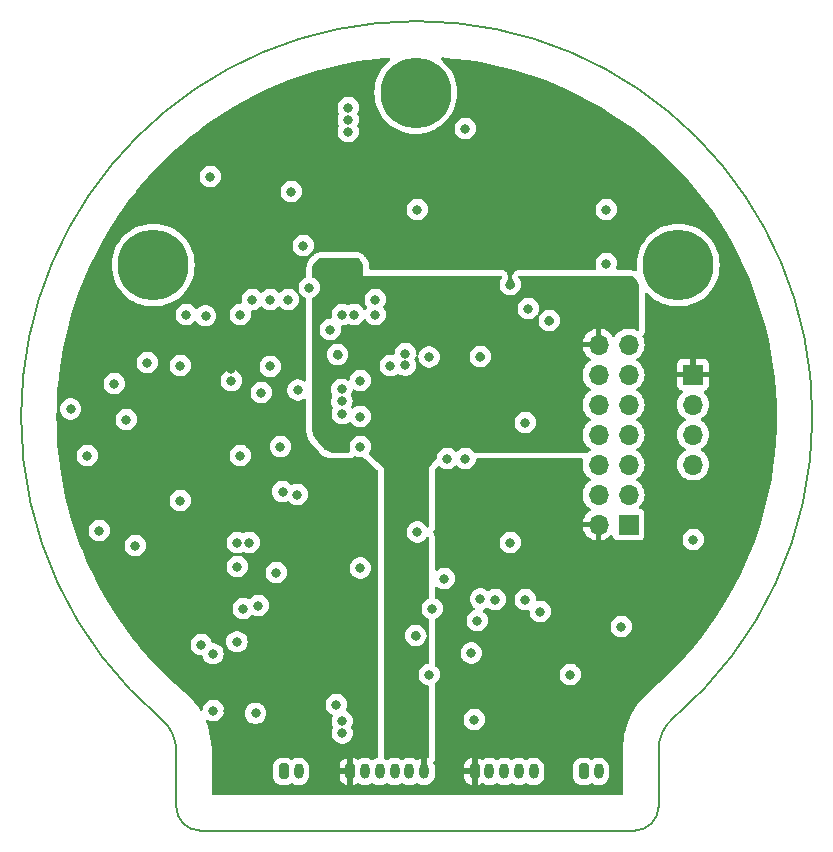
<source format=gbr>
%TF.GenerationSoftware,KiCad,Pcbnew,7.0.6*%
%TF.CreationDate,2024-03-18T21:13:24+03:00*%
%TF.ProjectId,_____ __________,1f3b3042-3020-4433-9f40-30323b353d38,rev?*%
%TF.SameCoordinates,Original*%
%TF.FileFunction,Copper,L4,Inr*%
%TF.FilePolarity,Positive*%
%FSLAX46Y46*%
G04 Gerber Fmt 4.6, Leading zero omitted, Abs format (unit mm)*
G04 Created by KiCad (PCBNEW 7.0.6) date 2024-03-18 21:13:24*
%MOMM*%
%LPD*%
G01*
G04 APERTURE LIST*
G04 Aperture macros list*
%AMRoundRect*
0 Rectangle with rounded corners*
0 $1 Rounding radius*
0 $2 $3 $4 $5 $6 $7 $8 $9 X,Y pos of 4 corners*
0 Add a 4 corners polygon primitive as box body*
4,1,4,$2,$3,$4,$5,$6,$7,$8,$9,$2,$3,0*
0 Add four circle primitives for the rounded corners*
1,1,$1+$1,$2,$3*
1,1,$1+$1,$4,$5*
1,1,$1+$1,$6,$7*
1,1,$1+$1,$8,$9*
0 Add four rect primitives between the rounded corners*
20,1,$1+$1,$2,$3,$4,$5,0*
20,1,$1+$1,$4,$5,$6,$7,0*
20,1,$1+$1,$6,$7,$8,$9,0*
20,1,$1+$1,$8,$9,$2,$3,0*%
G04 Aperture macros list end*
%TA.AperFunction,ComponentPad*%
%ADD10R,1.700000X1.700000*%
%TD*%
%TA.AperFunction,ComponentPad*%
%ADD11O,1.700000X1.700000*%
%TD*%
%TA.AperFunction,ComponentPad*%
%ADD12RoundRect,0.200000X-0.200000X-0.450000X0.200000X-0.450000X0.200000X0.450000X-0.200000X0.450000X0*%
%TD*%
%TA.AperFunction,ComponentPad*%
%ADD13O,0.800000X1.300000*%
%TD*%
%TA.AperFunction,ComponentPad*%
%ADD14C,6.000000*%
%TD*%
%TA.AperFunction,ViaPad*%
%ADD15C,0.800000*%
%TD*%
%TA.AperFunction,Profile*%
%ADD16C,0.200000*%
%TD*%
G04 APERTURE END LIST*
D10*
%TO.N,GND*%
%TO.C,J10*%
X178054000Y-92202000D03*
D11*
%TO.N,SWCLK*%
X178054000Y-94742000D03*
%TO.N,SWDIO*%
X178054000Y-97282000D03*
%TO.N,Net-(D13-A)*%
X178054000Y-99822000D03*
%TD*%
D12*
%TO.N,CAN1L*%
%TO.C,J4*%
X168793000Y-125808000D03*
D13*
%TO.N,CAN1H*%
X170043000Y-125808000D03*
%TD*%
D14*
%TO.N,unconnected-(J3-Pin_1-Pad1)*%
%TO.C,J3*%
X132334000Y-82931000D03*
%TD*%
%TO.N,unconnected-(J1-Pin_1-Pad1)*%
%TO.C,J1*%
X176784000Y-82931000D03*
%TD*%
D12*
%TO.N,GND*%
%TO.C,J9*%
X149021000Y-125808000D03*
D13*
%TO.N,Digital_input2*%
X150271000Y-125808000D03*
%TO.N,Digital_input1*%
X151521000Y-125808000D03*
%TO.N,Analog_Input2*%
X152771000Y-125808000D03*
%TO.N,Analog_Input1*%
X154021000Y-125808000D03*
%TO.N,GNDA*%
X155271000Y-125808000D03*
%TD*%
D14*
%TO.N,unconnected-(J2-Pin_1-Pad1)*%
%TO.C,J2*%
X154559000Y-68326000D03*
%TD*%
D10*
%TO.N,+3.3V*%
%TO.C,J5*%
X172578000Y-104902000D03*
D11*
%TO.N,GND*%
X170038000Y-104902000D03*
%TO.N,Angle_Sensor_CS_MCU*%
X172578000Y-102362000D03*
%TO.N,Temp_Coil_C_MCU*%
X170038000Y-102362000D03*
%TO.N,Angle_Sensor_SCLK_MCU*%
X172578000Y-99822000D03*
%TO.N,Temp_Coil_B_MCU*%
X170038000Y-99822000D03*
%TO.N,Angle_Sensor_SDIO_MCU*%
X172578000Y-97282000D03*
%TO.N,Temp_Coil_A_MCU*%
X170038000Y-97282000D03*
%TO.N,OUT_MCU*%
X172578000Y-94742000D03*
%TO.N,Current_C_MCU*%
X170038000Y-94742000D03*
%TO.N,Current_B_MCU*%
X172578000Y-92202000D03*
%TO.N,Current_A_MCU*%
X170038000Y-92202000D03*
%TO.N,+3.3VA*%
X172578000Y-89662000D03*
%TO.N,GNDA*%
X170038000Y-89662000D03*
%TD*%
D12*
%TO.N,GND*%
%TO.C,J7*%
X159552000Y-125808000D03*
D13*
%TO.N,RS_485_Y*%
X160802000Y-125808000D03*
%TO.N,RS_485_Z*%
X162052000Y-125808000D03*
%TO.N,RS_485_B*%
X163302000Y-125808000D03*
%TO.N,RS_485_A*%
X164552000Y-125808000D03*
%TD*%
D12*
%TO.N,CAN2L*%
%TO.C,J6*%
X143393000Y-125808000D03*
D13*
%TO.N,CAN2H*%
X144643000Y-125808000D03*
%TD*%
D15*
%TO.N,GND*%
X138684000Y-120650000D03*
X151130000Y-82804000D03*
X136652000Y-103886000D03*
X148844000Y-118364000D03*
X138938000Y-91694000D03*
X173482000Y-113538000D03*
X125984000Y-100838000D03*
X159766000Y-102108000D03*
X161290000Y-116078000D03*
X142727561Y-106703516D03*
X148844000Y-81280000D03*
X133858000Y-90170000D03*
X137265023Y-112670977D03*
X143002000Y-87630000D03*
X141732000Y-97028000D03*
X159766000Y-101092000D03*
X148844000Y-74422000D03*
X154559000Y-114300000D03*
X165862000Y-87630000D03*
X162560000Y-84582000D03*
X138302647Y-96900646D03*
X142748000Y-81534000D03*
X127254000Y-90932000D03*
X160020000Y-90678000D03*
X147024477Y-111845477D03*
X132588000Y-98552000D03*
X169418000Y-121412000D03*
X159004000Y-74422000D03*
X147941673Y-90516500D03*
X164338000Y-106426000D03*
X159766000Y-100076000D03*
%TO.N,A*%
X139446000Y-108458000D03*
X156972000Y-109474000D03*
X141224000Y-111760000D03*
%TO.N,B*%
X144526000Y-102362000D03*
X139700000Y-99060000D03*
X157226000Y-99314000D03*
%TO.N,C*%
X137392023Y-115845977D03*
X149860000Y-108585000D03*
X147828000Y-120142000D03*
%TO.N,+24V*%
X170688000Y-82804000D03*
X159766000Y-113030000D03*
X130810000Y-106680000D03*
%TO.N,+12V*%
X141001682Y-120882379D03*
X134620000Y-102870000D03*
X148844000Y-71628000D03*
X148844000Y-70612000D03*
X136398000Y-115062000D03*
X142748000Y-108966000D03*
X158750000Y-71374000D03*
X148844000Y-69596000D03*
X143287454Y-102120500D03*
%TO.N,Enable*%
X138938000Y-92722500D03*
X140462000Y-106426000D03*
X141478000Y-93726000D03*
X139954000Y-112014000D03*
%TO.N,IN_A*%
X139446000Y-106426000D03*
%TO.N,IN_B*%
X143107023Y-98298000D03*
%TO.N,IN_C*%
X139424023Y-114829977D03*
%TO.N,+3.3V*%
X167640000Y-117602000D03*
X154686000Y-78232000D03*
X154686000Y-105537000D03*
X136764000Y-87234000D03*
X125349000Y-95123000D03*
X144018000Y-76708000D03*
X126746000Y-99060000D03*
X137414000Y-120650000D03*
X145542000Y-84836000D03*
X171958000Y-113538000D03*
X162560000Y-106426000D03*
X164084000Y-86614000D03*
X139700000Y-87122000D03*
X145034000Y-81280000D03*
X151130000Y-87122000D03*
X178054000Y-106172000D03*
X148336000Y-121539000D03*
X131826000Y-91186000D03*
%TO.N,NRST*%
X155689061Y-90708863D03*
%TO.N,Temp_Coil_C_MCU*%
X147320000Y-88392000D03*
%TO.N,Temp_Coil_B_MCU*%
X148336000Y-87122000D03*
%TO.N,Temp_Coil_A_MCU*%
X149352000Y-87122000D03*
%TO.N,Net-(R16-Pad2)*%
X134620000Y-91440000D03*
X148336000Y-122555000D03*
%TO.N,Current_C_MCU*%
X152400000Y-91440000D03*
%TO.N,Current_B_MCU*%
X153670000Y-91423503D03*
%TO.N,RS_485_RX_MCU*%
X161290000Y-111252000D03*
X163830000Y-111252000D03*
%TO.N,RS_485_Enable_MCU*%
X160032500Y-111207693D03*
X165100000Y-112268000D03*
%TO.N,Current_A_MCU*%
X153670000Y-90424000D03*
%TO.N,GNDA*%
X153924000Y-118110000D03*
X151384000Y-90424000D03*
X149606000Y-82804000D03*
%TO.N,+3.3VA*%
X159512000Y-121412000D03*
X159258500Y-115779546D03*
X151130000Y-85852000D03*
%TO.N,Temperature_Power_~{OS}_MCU*%
X143764000Y-85852000D03*
X149860000Y-92710000D03*
%TO.N,Temperature_Power_SCL_MCU*%
X140716000Y-85852000D03*
X149860000Y-95758000D03*
%TO.N,Temperature_Power_SDA_MCU*%
X149860000Y-98298000D03*
X142240000Y-85852000D03*
%TO.N,EEPROM_~{CS_MCU}*%
X142240000Y-91516500D03*
X129032000Y-92964000D03*
%TO.N,EEPROM_MOSI_MCU*%
X144581440Y-93516500D03*
X130048000Y-96012000D03*
%TO.N,Net-(U4-+)*%
X135128000Y-87122000D03*
%TO.N,Net-(D4-COM)*%
X155702000Y-117602000D03*
X148313669Y-94465669D03*
%TO.N,Net-(U10-+)*%
X127762000Y-105410000D03*
%TO.N,Net-(D7-K)*%
X170688000Y-78232000D03*
%TO.N,Net-(D8-K)*%
X137160000Y-75438000D03*
%TO.N,Net-(U7-PC4)*%
X158750000Y-99314000D03*
X163830000Y-96266000D03*
X148286582Y-93466536D03*
%TO.N,Net-(D14-COM)*%
X155956000Y-112014000D03*
X148336000Y-95504000D03*
%TD*%
%TA.AperFunction,Conductor*%
%TO.N,GNDA*%
G36*
X155035505Y-125905545D02*
G01*
X155090760Y-125988240D01*
X155173455Y-126043495D01*
X155246376Y-126058000D01*
X155145000Y-126058000D01*
X155077961Y-126038315D01*
X155032206Y-125985511D01*
X155021000Y-125934000D01*
X155021000Y-125832623D01*
X155035505Y-125905545D01*
G37*
%TD.AperFunction*%
%TA.AperFunction,Conductor*%
G36*
X155521000Y-125934000D02*
G01*
X155501315Y-126001039D01*
X155448511Y-126046794D01*
X155397000Y-126058000D01*
X155295624Y-126058000D01*
X155368545Y-126043495D01*
X155451240Y-125988240D01*
X155506495Y-125905545D01*
X155521000Y-125832623D01*
X155521000Y-125934000D01*
G37*
%TD.AperFunction*%
%TA.AperFunction,Conductor*%
G36*
X156398821Y-98945715D02*
G01*
X156398818Y-98945722D01*
X156354490Y-99082151D01*
X156340326Y-99125744D01*
X156336816Y-99159144D01*
X156325689Y-99265003D01*
X156299196Y-99329503D01*
X155921130Y-99802087D01*
X155702000Y-100076000D01*
X155702000Y-100426781D01*
X155702000Y-100426784D01*
X155702000Y-105032989D01*
X155682315Y-105100028D01*
X155629511Y-105145783D01*
X155560353Y-105155727D01*
X155496797Y-105126702D01*
X155470613Y-105094989D01*
X155434817Y-105032989D01*
X155418533Y-105004784D01*
X155291871Y-104864112D01*
X155291870Y-104864111D01*
X155138734Y-104752851D01*
X155138729Y-104752848D01*
X154965807Y-104675857D01*
X154965802Y-104675855D01*
X154820001Y-104644865D01*
X154780646Y-104636500D01*
X154591354Y-104636500D01*
X154558897Y-104643398D01*
X154406197Y-104675855D01*
X154406192Y-104675857D01*
X154233270Y-104752848D01*
X154233265Y-104752851D01*
X154080129Y-104864111D01*
X153953466Y-105004785D01*
X153858821Y-105168715D01*
X153858818Y-105168722D01*
X153800327Y-105348740D01*
X153800326Y-105348744D01*
X153780540Y-105537000D01*
X153800326Y-105725256D01*
X153800327Y-105725259D01*
X153858818Y-105905277D01*
X153858821Y-105905284D01*
X153953467Y-106069216D01*
X154080128Y-106209888D01*
X154080129Y-106209888D01*
X154233265Y-106321148D01*
X154233270Y-106321151D01*
X154406192Y-106398142D01*
X154406197Y-106398144D01*
X154591354Y-106437500D01*
X154591355Y-106437500D01*
X154780644Y-106437500D01*
X154780646Y-106437500D01*
X154965803Y-106398144D01*
X155138730Y-106321151D01*
X155291871Y-106209888D01*
X155418533Y-106069216D01*
X155470613Y-105979009D01*
X155521179Y-105930795D01*
X155589786Y-105917571D01*
X155654651Y-105943539D01*
X155695180Y-106000453D01*
X155702000Y-106041010D01*
X155702000Y-111060841D01*
X155682315Y-111127880D01*
X155629511Y-111173635D01*
X155628437Y-111174120D01*
X155503267Y-111229850D01*
X155503265Y-111229851D01*
X155350129Y-111341111D01*
X155223466Y-111481785D01*
X155128821Y-111645715D01*
X155128818Y-111645722D01*
X155070327Y-111825740D01*
X155070326Y-111825744D01*
X155050540Y-112014000D01*
X155070326Y-112202256D01*
X155070327Y-112202259D01*
X155128818Y-112382277D01*
X155128821Y-112382284D01*
X155223467Y-112546216D01*
X155298572Y-112629628D01*
X155350129Y-112686888D01*
X155503265Y-112798148D01*
X155503266Y-112798148D01*
X155503270Y-112798151D01*
X155628436Y-112853879D01*
X155681673Y-112899129D01*
X155701994Y-112965978D01*
X155702000Y-112967158D01*
X155702000Y-114193981D01*
X155682315Y-114261020D01*
X155635352Y-114301713D01*
X155668553Y-114321306D01*
X155699977Y-114383711D01*
X155702000Y-114406018D01*
X155702000Y-116580969D01*
X155682315Y-116648008D01*
X155629511Y-116693763D01*
X155603781Y-116702259D01*
X155422197Y-116740855D01*
X155422192Y-116740857D01*
X155249270Y-116817848D01*
X155249265Y-116817851D01*
X155096129Y-116929111D01*
X154969466Y-117069785D01*
X154874821Y-117233715D01*
X154874818Y-117233722D01*
X154816327Y-117413740D01*
X154816326Y-117413744D01*
X154796540Y-117602000D01*
X154816326Y-117790256D01*
X154816327Y-117790259D01*
X154874818Y-117970277D01*
X154874821Y-117970284D01*
X154969467Y-118134216D01*
X155096128Y-118274888D01*
X155096129Y-118274888D01*
X155249265Y-118386148D01*
X155249270Y-118386151D01*
X155422192Y-118463142D01*
X155422193Y-118463142D01*
X155422197Y-118463144D01*
X155603781Y-118501740D01*
X155665262Y-118534932D01*
X155699039Y-118596095D01*
X155702000Y-118623030D01*
X155702000Y-124576378D01*
X155682315Y-124643417D01*
X155629511Y-124689172D01*
X155560353Y-124699116D01*
X155552218Y-124697668D01*
X155521000Y-124691032D01*
X155521000Y-125783376D01*
X155506495Y-125710455D01*
X155451240Y-125627760D01*
X155368545Y-125572505D01*
X155295624Y-125558000D01*
X155246376Y-125558000D01*
X155173455Y-125572505D01*
X155090760Y-125627760D01*
X155035505Y-125710455D01*
X155021000Y-125783376D01*
X155021000Y-124691032D01*
X154991354Y-124697334D01*
X154818516Y-124774287D01*
X154719310Y-124846365D01*
X154653504Y-124869845D01*
X154585450Y-124854019D01*
X154573548Y-124846371D01*
X154473730Y-124773849D01*
X154473729Y-124773848D01*
X154300807Y-124696857D01*
X154300802Y-124696855D01*
X154145822Y-124663914D01*
X154115646Y-124657500D01*
X153926354Y-124657500D01*
X153896178Y-124663914D01*
X153741197Y-124696855D01*
X153741192Y-124696857D01*
X153568271Y-124773848D01*
X153468885Y-124846056D01*
X153403078Y-124869535D01*
X153335025Y-124853709D01*
X153323115Y-124846056D01*
X153263203Y-124802528D01*
X153223730Y-124773849D01*
X153223728Y-124773848D01*
X153223729Y-124773848D01*
X153050807Y-124696857D01*
X153050802Y-124696855D01*
X152895822Y-124663914D01*
X152865646Y-124657500D01*
X152676354Y-124657500D01*
X152646178Y-124663914D01*
X152491197Y-124696855D01*
X152491192Y-124696857D01*
X152318271Y-124773848D01*
X152218885Y-124846056D01*
X152153078Y-124869535D01*
X152085025Y-124853709D01*
X152073115Y-124846056D01*
X152013203Y-124802528D01*
X151973730Y-124773849D01*
X151973728Y-124773848D01*
X151973728Y-124773847D01*
X151965562Y-124770212D01*
X151912326Y-124724961D01*
X151892006Y-124658112D01*
X151892000Y-124656934D01*
X151892000Y-114300000D01*
X153653540Y-114300000D01*
X153673326Y-114488256D01*
X153673327Y-114488259D01*
X153731818Y-114668277D01*
X153731821Y-114668284D01*
X153826467Y-114832216D01*
X153953129Y-114972887D01*
X153953129Y-114972888D01*
X154106265Y-115084148D01*
X154106270Y-115084151D01*
X154279192Y-115161142D01*
X154279197Y-115161144D01*
X154464354Y-115200500D01*
X154464355Y-115200500D01*
X154653644Y-115200500D01*
X154653646Y-115200500D01*
X154838803Y-115161144D01*
X155011730Y-115084151D01*
X155164871Y-114972888D01*
X155291533Y-114832216D01*
X155386179Y-114668284D01*
X155444674Y-114488256D01*
X155454679Y-114393055D01*
X155481263Y-114328442D01*
X155522701Y-114299524D01*
X155496797Y-114287694D01*
X155459023Y-114228916D01*
X155454680Y-114206949D01*
X155444674Y-114111744D01*
X155386179Y-113931716D01*
X155291533Y-113767784D01*
X155164871Y-113627112D01*
X155164870Y-113627111D01*
X155011734Y-113515851D01*
X155011729Y-113515848D01*
X154838807Y-113438857D01*
X154838802Y-113438855D01*
X154693000Y-113407865D01*
X154653646Y-113399500D01*
X154464354Y-113399500D01*
X154431897Y-113406398D01*
X154279197Y-113438855D01*
X154279192Y-113438857D01*
X154106270Y-113515848D01*
X154106265Y-113515851D01*
X153953129Y-113627111D01*
X153826466Y-113767785D01*
X153731821Y-113931715D01*
X153731818Y-113931722D01*
X153673327Y-114111740D01*
X153673326Y-114111744D01*
X153653540Y-114300000D01*
X151892000Y-114300000D01*
X151892000Y-100544380D01*
X151892000Y-100544375D01*
X151892000Y-100544374D01*
X151892000Y-100076000D01*
X150599874Y-98999228D01*
X150570558Y-98964861D01*
X150561151Y-98895627D01*
X150589068Y-98835727D01*
X150588715Y-98835471D01*
X150590034Y-98833654D01*
X150590667Y-98832298D01*
X150591494Y-98831369D01*
X150592533Y-98830216D01*
X150606514Y-98806000D01*
X156479485Y-98806000D01*
X156398821Y-98945715D01*
G37*
%TD.AperFunction*%
%TD*%
%TA.AperFunction,Conductor*%
%TO.N,GNDA*%
G36*
X149355457Y-82296389D02*
G01*
X149507682Y-82313541D01*
X149534743Y-82319717D01*
X149669433Y-82366848D01*
X149694443Y-82378891D01*
X149815271Y-82454812D01*
X149836980Y-82472125D01*
X149937874Y-82573019D01*
X149955187Y-82594728D01*
X150031106Y-82715553D01*
X150043153Y-82740570D01*
X150090280Y-82875250D01*
X150096459Y-82902321D01*
X150114000Y-83058000D01*
X150114000Y-83820000D01*
X161755857Y-83820000D01*
X161822896Y-83839685D01*
X161868651Y-83892489D01*
X161878595Y-83961647D01*
X161849570Y-84025203D01*
X161848007Y-84026972D01*
X161827466Y-84049785D01*
X161732821Y-84213715D01*
X161732818Y-84213722D01*
X161674327Y-84393740D01*
X161674326Y-84393744D01*
X161654540Y-84582000D01*
X161674326Y-84770256D01*
X161674327Y-84770259D01*
X161732818Y-84950277D01*
X161732821Y-84950284D01*
X161827467Y-85114216D01*
X161885899Y-85179111D01*
X161954129Y-85254888D01*
X162107265Y-85366148D01*
X162107270Y-85366151D01*
X162280192Y-85443142D01*
X162280197Y-85443144D01*
X162465354Y-85482500D01*
X162465355Y-85482500D01*
X162654644Y-85482500D01*
X162654646Y-85482500D01*
X162839803Y-85443144D01*
X163012730Y-85366151D01*
X163165871Y-85254888D01*
X163292533Y-85114216D01*
X163387179Y-84950284D01*
X163445674Y-84770256D01*
X163465460Y-84582000D01*
X163445674Y-84393744D01*
X163387179Y-84213716D01*
X163292533Y-84049784D01*
X163271993Y-84026972D01*
X163241763Y-83963980D01*
X163250388Y-83894645D01*
X163295130Y-83840980D01*
X163361782Y-83820022D01*
X163364143Y-83820000D01*
X172478951Y-83820000D01*
X172485032Y-83820299D01*
X172546067Y-83826310D01*
X172664941Y-83838018D01*
X172688769Y-83842757D01*
X172853001Y-83892576D01*
X172875453Y-83901877D01*
X173026798Y-83982772D01*
X173047010Y-83996277D01*
X173179666Y-84105145D01*
X173196854Y-84122333D01*
X173305722Y-84254989D01*
X173319227Y-84275201D01*
X173400121Y-84426543D01*
X173409424Y-84449001D01*
X173459240Y-84613224D01*
X173463982Y-84637065D01*
X173481701Y-84816967D01*
X173482000Y-84823048D01*
X173482000Y-88408129D01*
X173462315Y-88475168D01*
X173409511Y-88520923D01*
X173340353Y-88530867D01*
X173286877Y-88509704D01*
X173255834Y-88487967D01*
X173255830Y-88487965D01*
X173228387Y-88475168D01*
X173041663Y-88388097D01*
X173041659Y-88388096D01*
X173041655Y-88388094D01*
X172813413Y-88326938D01*
X172813403Y-88326936D01*
X172578001Y-88306341D01*
X172577999Y-88306341D01*
X172342596Y-88326936D01*
X172342586Y-88326938D01*
X172114344Y-88388094D01*
X172114335Y-88388098D01*
X171900171Y-88487964D01*
X171900169Y-88487965D01*
X171706597Y-88623505D01*
X171539508Y-88790594D01*
X171409269Y-88976595D01*
X171354692Y-89020219D01*
X171285193Y-89027412D01*
X171222839Y-88995890D01*
X171206119Y-88976594D01*
X171076113Y-88790926D01*
X171076108Y-88790920D01*
X170909082Y-88623894D01*
X170715578Y-88488399D01*
X170501492Y-88388570D01*
X170501486Y-88388567D01*
X170288000Y-88331364D01*
X170288000Y-89226498D01*
X170180315Y-89177320D01*
X170073763Y-89162000D01*
X170002237Y-89162000D01*
X169895685Y-89177320D01*
X169788000Y-89226498D01*
X169788000Y-88331364D01*
X169787999Y-88331364D01*
X169574513Y-88388567D01*
X169574507Y-88388570D01*
X169360422Y-88488399D01*
X169360420Y-88488400D01*
X169166926Y-88623886D01*
X169166920Y-88623891D01*
X168999891Y-88790920D01*
X168999886Y-88790926D01*
X168864400Y-88984420D01*
X168864399Y-88984422D01*
X168764570Y-89198507D01*
X168764567Y-89198513D01*
X168707364Y-89411999D01*
X168707364Y-89412000D01*
X169604314Y-89412000D01*
X169578507Y-89452156D01*
X169538000Y-89590111D01*
X169538000Y-89733889D01*
X169578507Y-89871844D01*
X169604314Y-89912000D01*
X168707364Y-89912000D01*
X168764567Y-90125486D01*
X168764570Y-90125492D01*
X168864399Y-90339578D01*
X168999894Y-90533082D01*
X169166917Y-90700105D01*
X169352595Y-90830119D01*
X169396219Y-90884696D01*
X169403412Y-90954195D01*
X169371890Y-91016549D01*
X169352595Y-91033269D01*
X169166594Y-91163508D01*
X168999505Y-91330597D01*
X168863965Y-91524169D01*
X168863964Y-91524171D01*
X168764098Y-91738335D01*
X168764094Y-91738344D01*
X168702938Y-91966586D01*
X168702936Y-91966596D01*
X168682341Y-92201999D01*
X168682341Y-92202000D01*
X168702936Y-92437403D01*
X168702938Y-92437413D01*
X168764094Y-92665655D01*
X168764096Y-92665659D01*
X168764097Y-92665663D01*
X168823777Y-92793647D01*
X168863965Y-92879830D01*
X168863967Y-92879834D01*
X168972281Y-93034521D01*
X168999504Y-93073400D01*
X168999506Y-93073402D01*
X169166597Y-93240493D01*
X169166603Y-93240498D01*
X169352158Y-93370425D01*
X169395783Y-93425002D01*
X169402977Y-93494500D01*
X169371454Y-93556855D01*
X169352158Y-93573575D01*
X169166597Y-93703505D01*
X168999505Y-93870597D01*
X168863965Y-94064169D01*
X168863964Y-94064171D01*
X168764098Y-94278335D01*
X168764094Y-94278344D01*
X168702938Y-94506586D01*
X168702936Y-94506596D01*
X168682341Y-94741999D01*
X168682341Y-94742000D01*
X168702936Y-94977403D01*
X168702938Y-94977413D01*
X168764094Y-95205655D01*
X168764096Y-95205659D01*
X168764097Y-95205663D01*
X168856983Y-95404857D01*
X168863965Y-95419830D01*
X168863967Y-95419834D01*
X168968933Y-95569740D01*
X168999501Y-95613396D01*
X168999506Y-95613402D01*
X169166597Y-95780493D01*
X169166603Y-95780498D01*
X169352158Y-95910425D01*
X169395783Y-95965002D01*
X169402977Y-96034500D01*
X169371454Y-96096855D01*
X169352158Y-96113575D01*
X169166597Y-96243505D01*
X168999505Y-96410597D01*
X168863965Y-96604169D01*
X168863964Y-96604171D01*
X168764098Y-96818335D01*
X168764094Y-96818344D01*
X168702938Y-97046586D01*
X168702936Y-97046596D01*
X168682341Y-97281999D01*
X168682341Y-97282000D01*
X168702936Y-97517403D01*
X168702938Y-97517413D01*
X168764094Y-97745655D01*
X168764096Y-97745659D01*
X168764097Y-97745663D01*
X168832750Y-97892889D01*
X168863965Y-97959830D01*
X168863967Y-97959834D01*
X168968933Y-98109740D01*
X168999501Y-98153396D01*
X168999506Y-98153402D01*
X169166597Y-98320493D01*
X169166603Y-98320498D01*
X169352158Y-98450425D01*
X169395783Y-98505002D01*
X169402977Y-98574500D01*
X169371454Y-98636855D01*
X169352158Y-98653575D01*
X169166498Y-98783575D01*
X169100292Y-98805902D01*
X169095375Y-98806000D01*
X159559545Y-98806000D01*
X159492506Y-98786315D01*
X159467395Y-98764972D01*
X159355870Y-98641111D01*
X159202734Y-98529851D01*
X159202729Y-98529848D01*
X159029807Y-98452857D01*
X159029802Y-98452855D01*
X158884000Y-98421865D01*
X158844646Y-98413500D01*
X158655354Y-98413500D01*
X158622897Y-98420398D01*
X158470197Y-98452855D01*
X158470192Y-98452857D01*
X158297270Y-98529848D01*
X158297265Y-98529851D01*
X158144129Y-98641111D01*
X158144128Y-98641112D01*
X158080149Y-98712168D01*
X158020663Y-98748816D01*
X157950806Y-98747485D01*
X157895851Y-98712168D01*
X157831871Y-98641112D01*
X157831870Y-98641111D01*
X157678734Y-98529851D01*
X157678729Y-98529848D01*
X157505807Y-98452857D01*
X157505802Y-98452855D01*
X157360001Y-98421865D01*
X157320646Y-98413500D01*
X157131354Y-98413500D01*
X157098897Y-98420398D01*
X156946197Y-98452855D01*
X156946192Y-98452857D01*
X156773270Y-98529848D01*
X156773265Y-98529851D01*
X156620129Y-98641111D01*
X156493466Y-98781785D01*
X156479485Y-98806000D01*
X150606514Y-98806000D01*
X150687179Y-98666284D01*
X150745674Y-98486256D01*
X150765460Y-98298000D01*
X150745674Y-98109744D01*
X150687179Y-97929716D01*
X150592533Y-97765784D01*
X150465871Y-97625112D01*
X150465870Y-97625111D01*
X150312734Y-97513851D01*
X150312729Y-97513848D01*
X150139807Y-97436857D01*
X150139802Y-97436855D01*
X149994000Y-97405865D01*
X149954646Y-97397500D01*
X149765354Y-97397500D01*
X149732897Y-97404398D01*
X149580197Y-97436855D01*
X149580192Y-97436857D01*
X149407270Y-97513848D01*
X149407265Y-97513851D01*
X149254129Y-97625111D01*
X149127466Y-97765785D01*
X149032821Y-97929715D01*
X149032818Y-97929722D01*
X148974327Y-98109740D01*
X148974326Y-98109744D01*
X148954540Y-98298000D01*
X148974326Y-98486256D01*
X148974327Y-98486259D01*
X149025477Y-98643682D01*
X149027472Y-98713523D01*
X148991392Y-98773356D01*
X148928691Y-98804184D01*
X148907546Y-98806000D01*
X147537773Y-98806000D01*
X147530992Y-98805628D01*
X147330657Y-98783601D01*
X147304201Y-98777712D01*
X147123126Y-98715988D01*
X147098581Y-98704492D01*
X146935234Y-98604896D01*
X146913774Y-98588342D01*
X146827232Y-98505002D01*
X146768597Y-98448537D01*
X146763976Y-98443571D01*
X146661415Y-98320498D01*
X146030084Y-97562900D01*
X146025814Y-97557127D01*
X145909246Y-97378798D01*
X145896444Y-97353165D01*
X145870679Y-97282000D01*
X145827603Y-97163022D01*
X145821029Y-97135143D01*
X145796414Y-96923517D01*
X145796000Y-96916350D01*
X145796000Y-93466536D01*
X147381122Y-93466536D01*
X147400908Y-93654792D01*
X147400909Y-93654795D01*
X147459400Y-93834813D01*
X147459402Y-93834817D01*
X147459403Y-93834820D01*
X147459404Y-93834821D01*
X147512947Y-93927561D01*
X147529419Y-93995461D01*
X147512947Y-94051559D01*
X147486489Y-94097385D01*
X147456596Y-94189388D01*
X147427995Y-94277413D01*
X147408209Y-94465669D01*
X147427995Y-94653925D01*
X147427996Y-94653928D01*
X147486487Y-94833946D01*
X147486490Y-94833953D01*
X147548970Y-94942172D01*
X147565443Y-95010073D01*
X147548971Y-95066170D01*
X147508821Y-95135713D01*
X147450327Y-95315740D01*
X147450326Y-95315744D01*
X147430540Y-95504000D01*
X147450326Y-95692256D01*
X147450327Y-95692259D01*
X147508818Y-95872277D01*
X147508821Y-95872284D01*
X147603467Y-96036216D01*
X147673122Y-96113575D01*
X147730129Y-96176888D01*
X147883265Y-96288148D01*
X147883270Y-96288151D01*
X148056192Y-96365142D01*
X148056197Y-96365144D01*
X148241354Y-96404500D01*
X148241355Y-96404500D01*
X148430644Y-96404500D01*
X148430646Y-96404500D01*
X148615803Y-96365144D01*
X148788730Y-96288151D01*
X148915114Y-96196327D01*
X148980918Y-96172849D01*
X149048972Y-96188674D01*
X149095384Y-96234647D01*
X149127467Y-96290216D01*
X149230369Y-96404500D01*
X149254129Y-96430888D01*
X149407265Y-96542148D01*
X149407270Y-96542151D01*
X149580192Y-96619142D01*
X149580197Y-96619144D01*
X149765354Y-96658500D01*
X149765355Y-96658500D01*
X149954644Y-96658500D01*
X149954646Y-96658500D01*
X150139803Y-96619144D01*
X150312730Y-96542151D01*
X150465871Y-96430888D01*
X150592533Y-96290216D01*
X150606514Y-96266000D01*
X162924540Y-96266000D01*
X162944326Y-96454256D01*
X162944327Y-96454259D01*
X163002818Y-96634277D01*
X163002821Y-96634284D01*
X163097467Y-96798216D01*
X163133379Y-96838100D01*
X163224129Y-96938888D01*
X163377265Y-97050148D01*
X163377270Y-97050151D01*
X163550192Y-97127142D01*
X163550197Y-97127144D01*
X163735354Y-97166500D01*
X163735355Y-97166500D01*
X163924644Y-97166500D01*
X163924646Y-97166500D01*
X164109803Y-97127144D01*
X164282730Y-97050151D01*
X164435871Y-96938888D01*
X164562533Y-96798216D01*
X164657179Y-96634284D01*
X164715674Y-96454256D01*
X164735460Y-96266000D01*
X164715674Y-96077744D01*
X164657179Y-95897716D01*
X164562533Y-95733784D01*
X164435871Y-95593112D01*
X164403708Y-95569744D01*
X164282734Y-95481851D01*
X164282729Y-95481848D01*
X164109807Y-95404857D01*
X164109802Y-95404855D01*
X163964000Y-95373865D01*
X163924646Y-95365500D01*
X163735354Y-95365500D01*
X163702897Y-95372398D01*
X163550197Y-95404855D01*
X163550192Y-95404857D01*
X163377270Y-95481848D01*
X163377265Y-95481851D01*
X163224129Y-95593111D01*
X163097466Y-95733785D01*
X163002821Y-95897715D01*
X163002818Y-95897722D01*
X162957820Y-96036214D01*
X162944326Y-96077744D01*
X162924540Y-96266000D01*
X150606514Y-96266000D01*
X150687179Y-96126284D01*
X150745674Y-95946256D01*
X150765460Y-95758000D01*
X150745674Y-95569744D01*
X150687179Y-95389716D01*
X150592533Y-95225784D01*
X150465871Y-95085112D01*
X150465870Y-95085111D01*
X150312734Y-94973851D01*
X150312729Y-94973848D01*
X150139807Y-94896857D01*
X150139802Y-94896855D01*
X149994001Y-94865865D01*
X149954646Y-94857500D01*
X149765354Y-94857500D01*
X149732897Y-94864398D01*
X149580197Y-94896855D01*
X149580192Y-94896857D01*
X149407271Y-94973848D01*
X149281171Y-95065464D01*
X149215364Y-95088943D01*
X149147310Y-95073117D01*
X149098616Y-95023011D01*
X149084741Y-94954533D01*
X149100897Y-94903149D01*
X149140848Y-94833953D01*
X149199343Y-94653925D01*
X149219129Y-94465669D01*
X149199343Y-94277413D01*
X149140848Y-94097385D01*
X149087304Y-94004644D01*
X149070831Y-93936743D01*
X149087305Y-93880643D01*
X149113760Y-93834821D01*
X149113761Y-93834820D01*
X149172256Y-93654792D01*
X149182165Y-93560507D01*
X149208748Y-93495896D01*
X149266045Y-93455911D01*
X149335864Y-93453251D01*
X149378371Y-93473155D01*
X149407264Y-93494147D01*
X149407270Y-93494151D01*
X149580192Y-93571142D01*
X149580197Y-93571144D01*
X149765354Y-93610500D01*
X149765355Y-93610500D01*
X149954644Y-93610500D01*
X149954646Y-93610500D01*
X150139803Y-93571144D01*
X150312730Y-93494151D01*
X150465871Y-93382888D01*
X150592533Y-93242216D01*
X150687179Y-93078284D01*
X150745674Y-92898256D01*
X150765460Y-92710000D01*
X150745674Y-92521744D01*
X150687179Y-92341716D01*
X150592533Y-92177784D01*
X150465871Y-92037112D01*
X150465870Y-92037111D01*
X150312734Y-91925851D01*
X150312729Y-91925848D01*
X150139807Y-91848857D01*
X150139802Y-91848855D01*
X149994000Y-91817865D01*
X149954646Y-91809500D01*
X149765354Y-91809500D01*
X149732897Y-91816398D01*
X149580197Y-91848855D01*
X149580192Y-91848857D01*
X149407270Y-91925848D01*
X149407265Y-91925851D01*
X149254129Y-92037111D01*
X149127466Y-92177785D01*
X149032821Y-92341715D01*
X149032818Y-92341722D01*
X148974327Y-92521740D01*
X148974326Y-92521744D01*
X148965534Y-92605393D01*
X148964417Y-92616025D01*
X148937832Y-92680640D01*
X148880534Y-92720624D01*
X148810715Y-92723284D01*
X148768211Y-92703381D01*
X148739312Y-92682385D01*
X148739311Y-92682384D01*
X148566389Y-92605393D01*
X148566384Y-92605391D01*
X148420583Y-92574401D01*
X148381228Y-92566036D01*
X148191936Y-92566036D01*
X148159479Y-92572934D01*
X148006779Y-92605391D01*
X148006774Y-92605393D01*
X147833852Y-92682384D01*
X147833847Y-92682387D01*
X147680711Y-92793647D01*
X147554048Y-92934321D01*
X147459403Y-93098251D01*
X147459400Y-93098258D01*
X147412626Y-93242216D01*
X147400908Y-93278280D01*
X147390634Y-93376035D01*
X147382913Y-93449500D01*
X147381122Y-93466536D01*
X145796000Y-93466536D01*
X145796000Y-91440000D01*
X151494540Y-91440000D01*
X151514326Y-91628256D01*
X151514327Y-91628259D01*
X151572818Y-91808277D01*
X151572821Y-91808284D01*
X151667467Y-91972216D01*
X151779275Y-92096391D01*
X151794129Y-92112888D01*
X151947265Y-92224148D01*
X151947270Y-92224151D01*
X152120192Y-92301142D01*
X152120197Y-92301144D01*
X152305354Y-92340500D01*
X152305355Y-92340500D01*
X152494644Y-92340500D01*
X152494646Y-92340500D01*
X152679803Y-92301144D01*
X152852730Y-92224151D01*
X152973469Y-92136429D01*
X153039274Y-92112950D01*
X153107328Y-92128775D01*
X153119238Y-92136430D01*
X153217265Y-92207651D01*
X153217270Y-92207654D01*
X153390192Y-92284645D01*
X153390197Y-92284647D01*
X153575354Y-92324003D01*
X153575355Y-92324003D01*
X153764644Y-92324003D01*
X153764646Y-92324003D01*
X153949803Y-92284647D01*
X154122730Y-92207654D01*
X154275871Y-92096391D01*
X154402533Y-91955719D01*
X154497179Y-91791787D01*
X154555674Y-91611759D01*
X154575460Y-91423503D01*
X154555674Y-91235247D01*
X154497179Y-91055219D01*
X154457070Y-90985748D01*
X154440598Y-90917851D01*
X154457069Y-90861755D01*
X154497179Y-90792284D01*
X154543020Y-90651199D01*
X154582457Y-90593525D01*
X154646816Y-90566326D01*
X154715662Y-90578240D01*
X154767138Y-90625485D01*
X154784900Y-90693059D01*
X154784272Y-90702477D01*
X154784033Y-90704756D01*
X154783601Y-90708863D01*
X154803387Y-90897119D01*
X154803388Y-90897122D01*
X154861879Y-91077140D01*
X154861882Y-91077147D01*
X154956528Y-91241079D01*
X155055401Y-91350888D01*
X155083190Y-91381751D01*
X155236326Y-91493011D01*
X155236331Y-91493014D01*
X155409253Y-91570005D01*
X155409258Y-91570007D01*
X155594415Y-91609363D01*
X155594416Y-91609363D01*
X155783705Y-91609363D01*
X155783707Y-91609363D01*
X155968864Y-91570007D01*
X156141791Y-91493014D01*
X156294932Y-91381751D01*
X156421594Y-91241079D01*
X156516240Y-91077147D01*
X156574735Y-90897119D01*
X156594521Y-90708863D01*
X156591277Y-90678000D01*
X159114540Y-90678000D01*
X159134326Y-90866256D01*
X159134327Y-90866259D01*
X159192818Y-91046277D01*
X159192821Y-91046284D01*
X159287467Y-91210216D01*
X159395859Y-91330597D01*
X159414129Y-91350888D01*
X159567265Y-91462148D01*
X159567270Y-91462151D01*
X159740192Y-91539142D01*
X159740197Y-91539144D01*
X159925354Y-91578500D01*
X159925355Y-91578500D01*
X160114644Y-91578500D01*
X160114646Y-91578500D01*
X160299803Y-91539144D01*
X160472730Y-91462151D01*
X160625871Y-91350888D01*
X160752533Y-91210216D01*
X160847179Y-91046284D01*
X160905674Y-90866256D01*
X160925460Y-90678000D01*
X160905674Y-90489744D01*
X160847179Y-90309716D01*
X160752533Y-90145784D01*
X160625871Y-90005112D01*
X160625870Y-90005111D01*
X160472734Y-89893851D01*
X160472729Y-89893848D01*
X160299807Y-89816857D01*
X160299802Y-89816855D01*
X160154000Y-89785865D01*
X160114646Y-89777500D01*
X159925354Y-89777500D01*
X159892897Y-89784398D01*
X159740197Y-89816855D01*
X159740192Y-89816857D01*
X159567270Y-89893848D01*
X159567265Y-89893851D01*
X159414129Y-90005111D01*
X159287466Y-90145785D01*
X159192821Y-90309715D01*
X159192818Y-90309722D01*
X159134327Y-90489740D01*
X159134326Y-90489744D01*
X159114540Y-90678000D01*
X156591277Y-90678000D01*
X156574735Y-90520607D01*
X156516240Y-90340579D01*
X156421594Y-90176647D01*
X156294932Y-90035975D01*
X156252453Y-90005112D01*
X156141795Y-89924714D01*
X156141790Y-89924711D01*
X155968868Y-89847720D01*
X155968863Y-89847718D01*
X155823062Y-89816728D01*
X155783707Y-89808363D01*
X155594415Y-89808363D01*
X155561958Y-89815261D01*
X155409258Y-89847718D01*
X155409253Y-89847720D01*
X155236331Y-89924711D01*
X155236326Y-89924714D01*
X155083190Y-90035974D01*
X154956527Y-90176648D01*
X154861882Y-90340578D01*
X154861880Y-90340582D01*
X154816040Y-90481663D01*
X154776602Y-90539338D01*
X154712243Y-90566536D01*
X154643397Y-90554621D01*
X154591921Y-90507377D01*
X154574160Y-90439802D01*
X154574787Y-90430400D01*
X154575460Y-90424000D01*
X154555674Y-90235744D01*
X154497179Y-90055716D01*
X154402533Y-89891784D01*
X154275871Y-89751112D01*
X154275870Y-89751111D01*
X154122734Y-89639851D01*
X154122729Y-89639848D01*
X153949807Y-89562857D01*
X153949802Y-89562855D01*
X153804000Y-89531865D01*
X153764646Y-89523500D01*
X153575354Y-89523500D01*
X153542897Y-89530398D01*
X153390197Y-89562855D01*
X153390192Y-89562857D01*
X153217270Y-89639848D01*
X153217265Y-89639851D01*
X153064129Y-89751111D01*
X152937466Y-89891785D01*
X152842821Y-90055715D01*
X152842818Y-90055722D01*
X152784327Y-90235740D01*
X152784326Y-90235744D01*
X152770556Y-90366762D01*
X152764540Y-90424002D01*
X152764540Y-90424005D01*
X152765284Y-90431087D01*
X152752712Y-90499816D01*
X152704978Y-90550838D01*
X152637236Y-90567953D01*
X152616182Y-90565333D01*
X152565785Y-90554621D01*
X152494646Y-90539500D01*
X152305354Y-90539500D01*
X152272897Y-90546398D01*
X152120197Y-90578855D01*
X152120192Y-90578857D01*
X151947270Y-90655848D01*
X151947265Y-90655851D01*
X151794129Y-90767111D01*
X151667466Y-90907785D01*
X151572821Y-91071715D01*
X151572818Y-91071722D01*
X151519686Y-91235247D01*
X151514326Y-91251744D01*
X151494540Y-91440000D01*
X145796000Y-91440000D01*
X145796000Y-90516500D01*
X147036213Y-90516500D01*
X147055999Y-90704756D01*
X147056000Y-90704759D01*
X147114491Y-90884777D01*
X147114494Y-90884784D01*
X147209140Y-91048716D01*
X147335802Y-91189388D01*
X147488938Y-91300648D01*
X147488943Y-91300651D01*
X147661865Y-91377642D01*
X147661870Y-91377644D01*
X147847027Y-91417000D01*
X147847028Y-91417000D01*
X148036317Y-91417000D01*
X148036319Y-91417000D01*
X148221476Y-91377644D01*
X148394403Y-91300651D01*
X148547544Y-91189388D01*
X148674206Y-91048716D01*
X148768852Y-90884784D01*
X148827347Y-90704756D01*
X148847133Y-90516500D01*
X148827347Y-90328244D01*
X148768852Y-90148216D01*
X148674206Y-89984284D01*
X148547544Y-89843612D01*
X148510719Y-89816857D01*
X148394407Y-89732351D01*
X148394402Y-89732348D01*
X148221480Y-89655357D01*
X148221475Y-89655355D01*
X148075673Y-89624365D01*
X148036319Y-89616000D01*
X147847027Y-89616000D01*
X147814570Y-89622898D01*
X147661870Y-89655355D01*
X147661865Y-89655357D01*
X147488943Y-89732348D01*
X147488938Y-89732351D01*
X147335802Y-89843611D01*
X147209139Y-89984285D01*
X147114494Y-90148215D01*
X147114491Y-90148222D01*
X147056000Y-90328240D01*
X147055999Y-90328244D01*
X147036213Y-90516500D01*
X145796000Y-90516500D01*
X145796000Y-88392000D01*
X146414540Y-88392000D01*
X146434326Y-88580256D01*
X146434327Y-88580259D01*
X146492818Y-88760277D01*
X146492821Y-88760284D01*
X146587467Y-88924216D01*
X146714129Y-89064888D01*
X146867265Y-89176148D01*
X146867270Y-89176151D01*
X147040192Y-89253142D01*
X147040197Y-89253144D01*
X147225354Y-89292500D01*
X147225355Y-89292500D01*
X147414644Y-89292500D01*
X147414646Y-89292500D01*
X147599803Y-89253144D01*
X147772730Y-89176151D01*
X147925871Y-89064888D01*
X148052533Y-88924216D01*
X148147179Y-88760284D01*
X148205674Y-88580256D01*
X148225460Y-88392000D01*
X148205674Y-88203744D01*
X148199524Y-88184816D01*
X148197530Y-88114975D01*
X148233612Y-88055143D01*
X148296313Y-88024316D01*
X148317456Y-88022500D01*
X148430644Y-88022500D01*
X148430646Y-88022500D01*
X148615803Y-87983144D01*
X148788730Y-87906151D01*
X148788734Y-87906148D01*
X148793563Y-87903998D01*
X148862813Y-87894712D01*
X148894437Y-87903998D01*
X148899265Y-87906148D01*
X148899270Y-87906151D01*
X149072197Y-87983144D01*
X149257354Y-88022500D01*
X149257355Y-88022500D01*
X149446644Y-88022500D01*
X149446646Y-88022500D01*
X149631803Y-87983144D01*
X149804730Y-87906151D01*
X149957871Y-87794888D01*
X150084533Y-87654216D01*
X150133613Y-87569205D01*
X150184179Y-87520991D01*
X150252786Y-87507767D01*
X150317651Y-87533735D01*
X150348385Y-87569203D01*
X150383486Y-87630000D01*
X150397467Y-87654216D01*
X150524129Y-87794888D01*
X150677265Y-87906148D01*
X150677270Y-87906151D01*
X150850192Y-87983142D01*
X150850197Y-87983144D01*
X151035354Y-88022500D01*
X151035355Y-88022500D01*
X151224644Y-88022500D01*
X151224646Y-88022500D01*
X151409803Y-87983144D01*
X151582730Y-87906151D01*
X151735871Y-87794888D01*
X151862533Y-87654216D01*
X151876514Y-87630000D01*
X164956540Y-87630000D01*
X164976326Y-87818256D01*
X164976327Y-87818259D01*
X165034818Y-87998277D01*
X165034821Y-87998284D01*
X165129467Y-88162216D01*
X165198893Y-88239321D01*
X165256129Y-88302888D01*
X165409265Y-88414148D01*
X165409270Y-88414151D01*
X165582192Y-88491142D01*
X165582197Y-88491144D01*
X165767354Y-88530500D01*
X165767355Y-88530500D01*
X165956644Y-88530500D01*
X165956646Y-88530500D01*
X166141803Y-88491144D01*
X166314730Y-88414151D01*
X166467871Y-88302888D01*
X166594533Y-88162216D01*
X166689179Y-87998284D01*
X166747674Y-87818256D01*
X166767460Y-87630000D01*
X166747674Y-87441744D01*
X166689179Y-87261716D01*
X166594533Y-87097784D01*
X166467871Y-86957112D01*
X166435708Y-86933744D01*
X166314734Y-86845851D01*
X166314729Y-86845848D01*
X166141807Y-86768857D01*
X166141802Y-86768855D01*
X165988318Y-86736232D01*
X165956646Y-86729500D01*
X165767354Y-86729500D01*
X165735682Y-86736232D01*
X165582197Y-86768855D01*
X165582192Y-86768857D01*
X165409270Y-86845848D01*
X165409265Y-86845851D01*
X165256129Y-86957111D01*
X165129465Y-87097785D01*
X165126343Y-87102083D01*
X165071011Y-87144746D01*
X165019537Y-87149163D01*
X165040746Y-87186714D01*
X165036814Y-87255530D01*
X165036829Y-87255535D01*
X165036811Y-87255589D01*
X165036761Y-87256470D01*
X165035505Y-87259606D01*
X164990491Y-87398148D01*
X164976326Y-87441744D01*
X164956540Y-87630000D01*
X151876514Y-87630000D01*
X151957179Y-87490284D01*
X152015674Y-87310256D01*
X152035460Y-87122000D01*
X152015674Y-86933744D01*
X151957179Y-86753716D01*
X151876514Y-86614000D01*
X163178540Y-86614000D01*
X163198326Y-86802256D01*
X163198327Y-86802259D01*
X163256818Y-86982277D01*
X163256821Y-86982284D01*
X163351467Y-87146216D01*
X163470675Y-87278610D01*
X163478129Y-87286888D01*
X163631265Y-87398148D01*
X163631270Y-87398151D01*
X163804192Y-87475142D01*
X163804197Y-87475144D01*
X163989354Y-87514500D01*
X163989355Y-87514500D01*
X164178644Y-87514500D01*
X164178646Y-87514500D01*
X164363803Y-87475144D01*
X164536730Y-87398151D01*
X164689871Y-87286888D01*
X164816533Y-87146216D01*
X164816538Y-87146206D01*
X164819647Y-87141928D01*
X164874974Y-87099259D01*
X164926459Y-87094833D01*
X164905250Y-87057271D01*
X164909188Y-86988470D01*
X164909171Y-86988465D01*
X164909192Y-86988398D01*
X164909243Y-86987516D01*
X164910497Y-86984383D01*
X164911181Y-86982277D01*
X164969674Y-86802256D01*
X164989460Y-86614000D01*
X164969674Y-86425744D01*
X164911179Y-86245716D01*
X164816533Y-86081784D01*
X164689871Y-85941112D01*
X164689870Y-85941111D01*
X164536734Y-85829851D01*
X164536729Y-85829848D01*
X164363807Y-85752857D01*
X164363802Y-85752855D01*
X164218000Y-85721865D01*
X164178646Y-85713500D01*
X163989354Y-85713500D01*
X163956897Y-85720398D01*
X163804197Y-85752855D01*
X163804192Y-85752857D01*
X163631270Y-85829848D01*
X163631265Y-85829851D01*
X163478129Y-85941111D01*
X163351466Y-86081785D01*
X163256821Y-86245715D01*
X163256818Y-86245722D01*
X163211820Y-86384214D01*
X163198326Y-86425744D01*
X163178540Y-86614000D01*
X151876514Y-86614000D01*
X151862533Y-86589784D01*
X151844693Y-86569971D01*
X151814464Y-86506981D01*
X151823089Y-86437646D01*
X151844694Y-86404028D01*
X151862533Y-86384216D01*
X151957179Y-86220284D01*
X152015674Y-86040256D01*
X152035460Y-85852000D01*
X152015674Y-85663744D01*
X151957179Y-85483716D01*
X151862533Y-85319784D01*
X151735871Y-85179112D01*
X151735870Y-85179111D01*
X151582734Y-85067851D01*
X151582729Y-85067848D01*
X151409807Y-84990857D01*
X151409802Y-84990855D01*
X151264000Y-84959865D01*
X151224646Y-84951500D01*
X151035354Y-84951500D01*
X151002897Y-84958398D01*
X150850197Y-84990855D01*
X150850192Y-84990857D01*
X150677270Y-85067848D01*
X150677265Y-85067851D01*
X150524129Y-85179111D01*
X150397466Y-85319785D01*
X150302821Y-85483715D01*
X150302818Y-85483722D01*
X150258490Y-85620151D01*
X150244326Y-85663744D01*
X150224540Y-85852000D01*
X150244326Y-86040256D01*
X150244327Y-86040259D01*
X150302818Y-86220277D01*
X150302821Y-86220284D01*
X150397467Y-86384216D01*
X150407806Y-86395699D01*
X150415307Y-86404030D01*
X150445535Y-86467022D01*
X150436909Y-86536357D01*
X150415307Y-86569970D01*
X150397465Y-86589785D01*
X150348387Y-86674793D01*
X150297820Y-86723008D01*
X150229213Y-86736232D01*
X150164349Y-86710264D01*
X150133613Y-86674793D01*
X150098514Y-86614000D01*
X150084533Y-86589784D01*
X149957871Y-86449112D01*
X149957870Y-86449111D01*
X149804734Y-86337851D01*
X149804729Y-86337848D01*
X149631807Y-86260857D01*
X149631802Y-86260855D01*
X149486001Y-86229865D01*
X149446646Y-86221500D01*
X149257354Y-86221500D01*
X149224897Y-86228398D01*
X149072197Y-86260855D01*
X149072192Y-86260857D01*
X148894435Y-86340001D01*
X148825185Y-86349286D01*
X148793563Y-86340001D01*
X148788727Y-86337848D01*
X148730735Y-86312027D01*
X148615806Y-86260857D01*
X148615802Y-86260855D01*
X148470001Y-86229865D01*
X148430646Y-86221500D01*
X148241354Y-86221500D01*
X148208897Y-86228398D01*
X148056197Y-86260855D01*
X148056192Y-86260857D01*
X147883270Y-86337848D01*
X147883265Y-86337851D01*
X147730129Y-86449111D01*
X147603466Y-86589785D01*
X147508821Y-86753715D01*
X147508818Y-86753722D01*
X147478884Y-86845851D01*
X147450326Y-86933744D01*
X147430540Y-87122000D01*
X147432931Y-87144746D01*
X147450326Y-87310258D01*
X147456476Y-87329184D01*
X147458470Y-87399025D01*
X147422388Y-87458857D01*
X147359687Y-87489684D01*
X147338544Y-87491500D01*
X147225354Y-87491500D01*
X147192897Y-87498398D01*
X147040197Y-87530855D01*
X147040192Y-87530857D01*
X146867270Y-87607848D01*
X146867265Y-87607851D01*
X146714129Y-87719111D01*
X146587466Y-87859785D01*
X146492821Y-88023715D01*
X146492818Y-88023722D01*
X146447820Y-88162214D01*
X146434326Y-88203744D01*
X146414540Y-88392000D01*
X145796000Y-88392000D01*
X145796000Y-85789158D01*
X145815685Y-85722119D01*
X145868489Y-85676364D01*
X145869564Y-85675879D01*
X145994730Y-85620151D01*
X146147871Y-85508888D01*
X146274533Y-85368216D01*
X146369179Y-85204284D01*
X146427674Y-85024256D01*
X146447460Y-84836000D01*
X146427674Y-84647744D01*
X146369179Y-84467716D01*
X146274533Y-84303784D01*
X146147871Y-84163112D01*
X146147870Y-84163111D01*
X145994734Y-84051851D01*
X145994732Y-84051850D01*
X145869563Y-83996120D01*
X145816327Y-83950869D01*
X145796006Y-83884020D01*
X145796000Y-83882841D01*
X145796000Y-83299048D01*
X145796299Y-83292967D01*
X145802741Y-83227555D01*
X145814018Y-83113056D01*
X145818757Y-83089232D01*
X145868577Y-82924994D01*
X145877875Y-82902549D01*
X145958775Y-82751195D01*
X145972272Y-82730995D01*
X146081149Y-82598328D01*
X146098328Y-82581149D01*
X146230995Y-82472272D01*
X146251195Y-82458775D01*
X146402549Y-82377875D01*
X146424994Y-82368577D01*
X146589232Y-82318757D01*
X146613056Y-82314018D01*
X146727501Y-82302746D01*
X146792969Y-82296299D01*
X146799049Y-82296000D01*
X149348518Y-82296000D01*
X149355457Y-82296389D01*
G37*
%TD.AperFunction*%
%TD*%
%TA.AperFunction,Conductor*%
%TO.N,GND*%
G36*
X154613264Y-113907709D02*
G01*
X154668988Y-113919553D01*
X154693642Y-113927564D01*
X154697939Y-113929477D01*
X154745677Y-113950731D01*
X154768117Y-113963686D01*
X154814227Y-113997186D01*
X154833483Y-114014525D01*
X154871599Y-114056857D01*
X154886836Y-114077829D01*
X154915320Y-114127165D01*
X154925864Y-114150847D01*
X154943468Y-114205027D01*
X154948858Y-114230382D01*
X154953144Y-114271163D01*
X154953145Y-114271164D01*
X154955496Y-114286725D01*
X154953111Y-114335616D01*
X154951949Y-114340213D01*
X154951945Y-114340237D01*
X154948857Y-114369617D01*
X154943468Y-114394971D01*
X154925864Y-114449151D01*
X154915320Y-114472833D01*
X154886836Y-114522169D01*
X154871599Y-114543141D01*
X154833488Y-114585468D01*
X154814221Y-114602816D01*
X154768124Y-114636306D01*
X154745677Y-114649265D01*
X154693639Y-114672434D01*
X154668986Y-114680445D01*
X154631790Y-114688352D01*
X154613263Y-114692290D01*
X154587482Y-114695000D01*
X154530516Y-114695000D01*
X154504736Y-114692290D01*
X154482984Y-114687666D01*
X154449010Y-114680445D01*
X154424356Y-114672434D01*
X154372325Y-114649268D01*
X154349878Y-114636308D01*
X154303777Y-114602815D01*
X154284514Y-114585472D01*
X154246397Y-114543139D01*
X154231162Y-114522169D01*
X154202678Y-114472833D01*
X154192136Y-114449155D01*
X154174530Y-114394971D01*
X154169141Y-114369617D01*
X154166051Y-114340221D01*
X154163186Y-114312956D01*
X154163186Y-114287037D01*
X154163446Y-114284563D01*
X154169141Y-114230374D01*
X154174528Y-114205032D01*
X154192135Y-114150841D01*
X154202672Y-114127176D01*
X154231165Y-114077824D01*
X154246392Y-114056866D01*
X154284519Y-114014521D01*
X154303771Y-113997185D01*
X154349877Y-113963687D01*
X154372312Y-113950736D01*
X154424357Y-113927563D01*
X154448999Y-113919556D01*
X154504743Y-113907708D01*
X154530514Y-113905000D01*
X154587484Y-113905000D01*
X154613264Y-113907709D01*
G37*
%TD.AperFunction*%
%TA.AperFunction,Conductor*%
G36*
X160074264Y-90285709D02*
G01*
X160129988Y-90297553D01*
X160154642Y-90305564D01*
X160163467Y-90309493D01*
X160206677Y-90328731D01*
X160229117Y-90341686D01*
X160275227Y-90375186D01*
X160294483Y-90392525D01*
X160331756Y-90433921D01*
X160332599Y-90434857D01*
X160347836Y-90455829D01*
X160376320Y-90505165D01*
X160386864Y-90528847D01*
X160404468Y-90583027D01*
X160409858Y-90608382D01*
X160415813Y-90665037D01*
X160415813Y-90690960D01*
X160409858Y-90747615D01*
X160404468Y-90772971D01*
X160386864Y-90827151D01*
X160376320Y-90850833D01*
X160347836Y-90900169D01*
X160332599Y-90921141D01*
X160294488Y-90963468D01*
X160275221Y-90980816D01*
X160229124Y-91014306D01*
X160206677Y-91027265D01*
X160154639Y-91050434D01*
X160129986Y-91058445D01*
X160092790Y-91066352D01*
X160074263Y-91070290D01*
X160048482Y-91073000D01*
X159991516Y-91073000D01*
X159965736Y-91070290D01*
X159943984Y-91065666D01*
X159910010Y-91058445D01*
X159885356Y-91050434D01*
X159833325Y-91027268D01*
X159810878Y-91014308D01*
X159764777Y-90980815D01*
X159745514Y-90963472D01*
X159707397Y-90921139D01*
X159692162Y-90900169D01*
X159668049Y-90858403D01*
X159663676Y-90850829D01*
X159653136Y-90827155D01*
X159635530Y-90772971D01*
X159630141Y-90747617D01*
X159628536Y-90732349D01*
X159624186Y-90690956D01*
X159624186Y-90665037D01*
X159624186Y-90665035D01*
X159630141Y-90608374D01*
X159635528Y-90583032D01*
X159653135Y-90528841D01*
X159663672Y-90505176D01*
X159692165Y-90455824D01*
X159707392Y-90434866D01*
X159745519Y-90392521D01*
X159764771Y-90375185D01*
X159810877Y-90341687D01*
X159833312Y-90328736D01*
X159885357Y-90305563D01*
X159909999Y-90297556D01*
X159965743Y-90285708D01*
X159991514Y-90283000D01*
X160048484Y-90283000D01*
X160074264Y-90285709D01*
G37*
%TD.AperFunction*%
%TA.AperFunction,Conductor*%
G36*
X147995936Y-90124209D02*
G01*
X148027029Y-90130817D01*
X148051660Y-90136052D01*
X148076311Y-90144062D01*
X148128357Y-90167234D01*
X148150800Y-90180192D01*
X148196888Y-90213677D01*
X148216152Y-90231022D01*
X148254273Y-90273360D01*
X148269510Y-90294331D01*
X148275996Y-90305564D01*
X148297995Y-90343668D01*
X148308537Y-90367347D01*
X148326141Y-90421527D01*
X148331531Y-90446882D01*
X148337486Y-90503537D01*
X148337486Y-90529458D01*
X148336431Y-90539500D01*
X148331531Y-90586115D01*
X148326141Y-90611471D01*
X148308537Y-90665651D01*
X148297993Y-90689333D01*
X148269509Y-90738669D01*
X148254272Y-90759641D01*
X148216161Y-90801968D01*
X148196894Y-90819316D01*
X148150797Y-90852806D01*
X148128350Y-90865765D01*
X148076312Y-90888934D01*
X148051659Y-90896945D01*
X148014463Y-90904852D01*
X147995936Y-90908790D01*
X147970155Y-90911500D01*
X147913189Y-90911500D01*
X147887409Y-90908790D01*
X147865657Y-90904166D01*
X147831683Y-90896945D01*
X147807029Y-90888934D01*
X147754998Y-90865768D01*
X147732551Y-90852808D01*
X147686450Y-90819315D01*
X147667187Y-90801972D01*
X147629070Y-90759639D01*
X147613835Y-90738669D01*
X147591797Y-90700498D01*
X147585349Y-90689329D01*
X147574809Y-90665655D01*
X147557203Y-90611471D01*
X147551814Y-90586117D01*
X147551489Y-90583027D01*
X147545859Y-90529456D01*
X147545859Y-90503537D01*
X147550873Y-90455829D01*
X147551814Y-90446874D01*
X147557201Y-90421532D01*
X147574808Y-90367341D01*
X147585345Y-90343676D01*
X147613838Y-90294324D01*
X147629065Y-90273366D01*
X147667192Y-90231021D01*
X147686444Y-90213685D01*
X147732550Y-90180187D01*
X147754985Y-90167236D01*
X147807030Y-90144063D01*
X147831672Y-90136056D01*
X147887416Y-90124208D01*
X147913187Y-90121500D01*
X147970157Y-90121500D01*
X147995936Y-90124209D01*
G37*
%TD.AperFunction*%
%TA.AperFunction,Conductor*%
G36*
X165916263Y-87237709D02*
G01*
X165947356Y-87244317D01*
X165971987Y-87249552D01*
X165996638Y-87257562D01*
X166048684Y-87280734D01*
X166071127Y-87293692D01*
X166117216Y-87327178D01*
X166136479Y-87344522D01*
X166174600Y-87386860D01*
X166189837Y-87407831D01*
X166198167Y-87422259D01*
X166218322Y-87457168D01*
X166228864Y-87480847D01*
X166246468Y-87535027D01*
X166251858Y-87560380D01*
X166257813Y-87617040D01*
X166257813Y-87642960D01*
X166251858Y-87699615D01*
X166246468Y-87724971D01*
X166228864Y-87779151D01*
X166218320Y-87802833D01*
X166189836Y-87852169D01*
X166174599Y-87873141D01*
X166136488Y-87915468D01*
X166117221Y-87932816D01*
X166071124Y-87966306D01*
X166048677Y-87979265D01*
X165996639Y-88002434D01*
X165971986Y-88010445D01*
X165935750Y-88018148D01*
X165916263Y-88022290D01*
X165890482Y-88025000D01*
X165833516Y-88025000D01*
X165807736Y-88022290D01*
X165785984Y-88017666D01*
X165752010Y-88010445D01*
X165727356Y-88002434D01*
X165675325Y-87979268D01*
X165652878Y-87966308D01*
X165606777Y-87932815D01*
X165587514Y-87915472D01*
X165549397Y-87873139D01*
X165534162Y-87852169D01*
X165505678Y-87802833D01*
X165495136Y-87779155D01*
X165477530Y-87724971D01*
X165472141Y-87699617D01*
X165469429Y-87673816D01*
X165466186Y-87642956D01*
X165466186Y-87617036D01*
X165466186Y-87617035D01*
X165472141Y-87560372D01*
X165477529Y-87535027D01*
X165504132Y-87453150D01*
X165529910Y-87408502D01*
X165587521Y-87344517D01*
X165606770Y-87327186D01*
X165652874Y-87293690D01*
X165675312Y-87280736D01*
X165727357Y-87257563D01*
X165751999Y-87249556D01*
X165807743Y-87237708D01*
X165833514Y-87235000D01*
X165890484Y-87235000D01*
X165916263Y-87237709D01*
G37*
%TD.AperFunction*%
%TA.AperFunction,Conductor*%
G36*
X156818115Y-65360258D02*
G01*
X157159280Y-65390789D01*
X157902510Y-65457299D01*
X158982793Y-65592987D01*
X160057546Y-65767146D01*
X161125397Y-65979555D01*
X162184987Y-66229943D01*
X163234964Y-66517990D01*
X164273992Y-66843330D01*
X165300745Y-67205548D01*
X166313915Y-67604182D01*
X167312212Y-68038725D01*
X168294363Y-68508622D01*
X169259116Y-69013276D01*
X170205243Y-69552042D01*
X171131537Y-70124234D01*
X172036817Y-70729123D01*
X172919931Y-71365938D01*
X173779753Y-72033868D01*
X174615187Y-72732062D01*
X175425168Y-73459629D01*
X176208665Y-74215643D01*
X176964679Y-74999140D01*
X177692246Y-75809121D01*
X178390440Y-76644555D01*
X179058370Y-77504377D01*
X179695185Y-78387491D01*
X180300074Y-79292771D01*
X180872266Y-80219065D01*
X181411032Y-81165192D01*
X181915686Y-82129945D01*
X182385583Y-83112096D01*
X182820126Y-84110393D01*
X183218760Y-85123563D01*
X183580978Y-86150316D01*
X183906318Y-87189344D01*
X184194365Y-88239321D01*
X184444753Y-89298911D01*
X184657162Y-90366762D01*
X184831321Y-91441515D01*
X184967009Y-92521798D01*
X185064053Y-93606237D01*
X185122329Y-94693448D01*
X185141762Y-95782045D01*
X185123473Y-96838100D01*
X185068629Y-97892889D01*
X184977295Y-98945146D01*
X184849581Y-99993610D01*
X184685640Y-101037024D01*
X184485670Y-102074135D01*
X184249908Y-103103700D01*
X183978640Y-104124484D01*
X183672189Y-105135264D01*
X183330923Y-106134826D01*
X182955252Y-107121973D01*
X182545625Y-108095520D01*
X182102535Y-109054300D01*
X181626513Y-109997163D01*
X181118129Y-110922978D01*
X180577993Y-111830635D01*
X180006754Y-112719045D01*
X179405095Y-113587143D01*
X178773739Y-114433889D01*
X178113443Y-115258265D01*
X177424999Y-116059284D01*
X176709232Y-116835986D01*
X175967000Y-117587438D01*
X175199195Y-118312739D01*
X174407814Y-119010067D01*
X174284114Y-119115322D01*
X174227911Y-119163145D01*
X173893402Y-119492205D01*
X173583484Y-119844520D01*
X173583484Y-119844521D01*
X173299774Y-120218247D01*
X173043732Y-120611464D01*
X172816705Y-121022103D01*
X172619861Y-121448051D01*
X172454234Y-121887071D01*
X172320682Y-122336892D01*
X172320682Y-122336893D01*
X172303404Y-122415463D01*
X172219902Y-122795166D01*
X172152415Y-123259513D01*
X172152414Y-123259523D01*
X172152414Y-123259522D01*
X172141089Y-123416142D01*
X172118574Y-123727516D01*
X172118573Y-123727523D01*
X172118574Y-123727523D01*
X172118573Y-123962129D01*
X172118566Y-124132246D01*
X172118573Y-124132491D01*
X172118573Y-127685500D01*
X172098888Y-127752539D01*
X172046084Y-127798294D01*
X171994573Y-127809500D01*
X137406119Y-127809500D01*
X137339080Y-127789815D01*
X137293325Y-127737011D01*
X137282119Y-127685500D01*
X137282119Y-126314613D01*
X142492500Y-126314613D01*
X142498913Y-126385192D01*
X142549522Y-126547606D01*
X142637530Y-126693188D01*
X142757811Y-126813469D01*
X142757813Y-126813470D01*
X142757815Y-126813472D01*
X142903394Y-126901478D01*
X143065804Y-126952086D01*
X143136384Y-126958500D01*
X143136387Y-126958500D01*
X143649613Y-126958500D01*
X143649616Y-126958500D01*
X143720196Y-126952086D01*
X143882606Y-126901478D01*
X144024671Y-126815596D01*
X144092222Y-126797761D01*
X144158696Y-126819278D01*
X144161669Y-126821372D01*
X144190266Y-126842148D01*
X144190270Y-126842151D01*
X144363192Y-126919142D01*
X144363197Y-126919144D01*
X144548354Y-126958500D01*
X144548355Y-126958500D01*
X144737644Y-126958500D01*
X144737646Y-126958500D01*
X144922803Y-126919144D01*
X145095730Y-126842151D01*
X145248871Y-126730888D01*
X145375533Y-126590216D01*
X145470179Y-126426284D01*
X145528674Y-126246256D01*
X145543500Y-126105192D01*
X145543500Y-126058000D01*
X148121001Y-126058000D01*
X148121001Y-126314582D01*
X148127408Y-126385102D01*
X148127409Y-126385107D01*
X148177981Y-126547396D01*
X148265927Y-126692877D01*
X148386122Y-126813072D01*
X148531604Y-126901019D01*
X148531603Y-126901019D01*
X148693894Y-126951590D01*
X148693893Y-126951590D01*
X148764408Y-126957998D01*
X148764426Y-126957999D01*
X148770999Y-126957998D01*
X148771000Y-126957998D01*
X148771000Y-126058000D01*
X148121001Y-126058000D01*
X145543500Y-126058000D01*
X145543500Y-125558000D01*
X148121000Y-125558000D01*
X148771000Y-125558000D01*
X148771000Y-124658000D01*
X148770999Y-124657999D01*
X148764436Y-124658000D01*
X148764417Y-124658001D01*
X148693897Y-124664408D01*
X148693892Y-124664409D01*
X148531603Y-124714981D01*
X148386122Y-124802927D01*
X148265927Y-124923122D01*
X148177980Y-125068604D01*
X148127409Y-125230893D01*
X148121000Y-125301427D01*
X148121000Y-125558000D01*
X145543500Y-125558000D01*
X145543500Y-125510808D01*
X145528674Y-125369744D01*
X145470179Y-125189716D01*
X145375533Y-125025784D01*
X145248871Y-124885112D01*
X145248870Y-124885111D01*
X145095734Y-124773851D01*
X145095729Y-124773848D01*
X144922807Y-124696857D01*
X144922802Y-124696855D01*
X144777001Y-124665865D01*
X144737646Y-124657500D01*
X144548354Y-124657500D01*
X144522897Y-124662911D01*
X144363197Y-124696855D01*
X144363192Y-124696857D01*
X144190271Y-124773848D01*
X144161701Y-124794605D01*
X144095894Y-124818083D01*
X144027840Y-124802256D01*
X144024668Y-124800402D01*
X143882606Y-124714522D01*
X143825916Y-124696857D01*
X143720196Y-124663914D01*
X143720194Y-124663913D01*
X143720192Y-124663913D01*
X143670778Y-124659423D01*
X143649616Y-124657500D01*
X143136384Y-124657500D01*
X143117145Y-124659248D01*
X143065807Y-124663913D01*
X142903393Y-124714522D01*
X142757811Y-124802530D01*
X142637530Y-124922811D01*
X142549522Y-125068393D01*
X142498913Y-125230807D01*
X142492500Y-125301386D01*
X142492500Y-126314613D01*
X137282119Y-126314613D01*
X137282119Y-123977133D01*
X137282119Y-123977042D01*
X137282112Y-123976938D01*
X137282101Y-123976575D01*
X137282154Y-123829975D01*
X137248236Y-123359631D01*
X137180358Y-122892977D01*
X137078875Y-122432461D01*
X136944320Y-121980501D01*
X136797462Y-121592479D01*
X136792143Y-121522814D01*
X136825332Y-121461330D01*
X136886494Y-121427550D01*
X136956208Y-121432199D01*
X136963871Y-121435309D01*
X137134192Y-121511142D01*
X137134197Y-121511144D01*
X137319354Y-121550500D01*
X137319355Y-121550500D01*
X137508644Y-121550500D01*
X137508646Y-121550500D01*
X137693803Y-121511144D01*
X137866730Y-121434151D01*
X138019871Y-121322888D01*
X138146533Y-121182216D01*
X138241179Y-121018284D01*
X138285337Y-120882379D01*
X140096222Y-120882379D01*
X140116008Y-121070635D01*
X140116009Y-121070638D01*
X140174500Y-121250656D01*
X140174503Y-121250663D01*
X140269149Y-121414595D01*
X140366590Y-121522814D01*
X140395811Y-121555267D01*
X140548947Y-121666527D01*
X140548952Y-121666530D01*
X140721874Y-121743521D01*
X140721879Y-121743523D01*
X140907036Y-121782879D01*
X140907037Y-121782879D01*
X141096326Y-121782879D01*
X141096328Y-121782879D01*
X141281485Y-121743523D01*
X141454412Y-121666530D01*
X141607553Y-121555267D01*
X141734215Y-121414595D01*
X141828861Y-121250663D01*
X141887356Y-121070635D01*
X141907142Y-120882379D01*
X141887356Y-120694123D01*
X141828861Y-120514095D01*
X141734215Y-120350163D01*
X141607553Y-120209491D01*
X141607552Y-120209490D01*
X141514660Y-120142000D01*
X146922540Y-120142000D01*
X146942326Y-120330256D01*
X146942327Y-120330259D01*
X147000818Y-120510277D01*
X147000820Y-120510282D01*
X147000821Y-120510284D01*
X147095467Y-120674216D01*
X147222128Y-120814888D01*
X147222129Y-120814888D01*
X147375265Y-120926148D01*
X147375270Y-120926151D01*
X147468027Y-120967450D01*
X147521264Y-121012700D01*
X147541585Y-121079550D01*
X147524979Y-121142727D01*
X147508821Y-121170713D01*
X147482844Y-121250663D01*
X147450326Y-121350744D01*
X147430540Y-121539000D01*
X147450326Y-121727256D01*
X147450327Y-121727259D01*
X147508820Y-121907283D01*
X147553690Y-121985001D01*
X147570162Y-122052901D01*
X147553690Y-122108999D01*
X147508820Y-122186716D01*
X147460025Y-122336893D01*
X147450326Y-122366744D01*
X147430540Y-122555000D01*
X147450326Y-122743256D01*
X147450327Y-122743259D01*
X147508818Y-122923277D01*
X147508821Y-122923284D01*
X147603467Y-123087216D01*
X147730129Y-123227887D01*
X147730129Y-123227888D01*
X147883265Y-123339148D01*
X147883270Y-123339151D01*
X148056192Y-123416142D01*
X148056197Y-123416144D01*
X148241354Y-123455500D01*
X148241355Y-123455500D01*
X148430644Y-123455500D01*
X148430646Y-123455500D01*
X148615803Y-123416144D01*
X148788730Y-123339151D01*
X148941871Y-123227888D01*
X149068533Y-123087216D01*
X149163179Y-122923284D01*
X149221674Y-122743256D01*
X149241460Y-122555000D01*
X149221674Y-122366744D01*
X149163179Y-122186716D01*
X149118308Y-122108997D01*
X149101836Y-122041100D01*
X149118309Y-121985001D01*
X149163179Y-121907284D01*
X149221674Y-121727256D01*
X149241460Y-121539000D01*
X149221674Y-121350744D01*
X149163179Y-121170716D01*
X149068533Y-121006784D01*
X148941871Y-120866112D01*
X148928786Y-120856605D01*
X148788734Y-120754851D01*
X148788729Y-120754848D01*
X148695971Y-120713549D01*
X148642734Y-120668298D01*
X148622413Y-120601449D01*
X148639019Y-120538272D01*
X148655179Y-120510284D01*
X148713674Y-120330256D01*
X148733460Y-120142000D01*
X148713674Y-119953744D01*
X148655179Y-119773716D01*
X148560533Y-119609784D01*
X148433871Y-119469112D01*
X148433870Y-119469111D01*
X148280734Y-119357851D01*
X148280729Y-119357848D01*
X148107807Y-119280857D01*
X148107802Y-119280855D01*
X147947698Y-119246825D01*
X147922646Y-119241500D01*
X147733354Y-119241500D01*
X147708302Y-119246825D01*
X147548197Y-119280855D01*
X147548192Y-119280857D01*
X147375270Y-119357848D01*
X147375265Y-119357851D01*
X147222129Y-119469111D01*
X147095466Y-119609785D01*
X147000821Y-119773715D01*
X147000818Y-119773722D01*
X146950114Y-119929774D01*
X146942326Y-119953744D01*
X146922540Y-120142000D01*
X141514660Y-120142000D01*
X141454416Y-120098230D01*
X141454411Y-120098227D01*
X141281489Y-120021236D01*
X141281484Y-120021234D01*
X141129331Y-119988894D01*
X141096328Y-119981879D01*
X140907036Y-119981879D01*
X140874579Y-119988777D01*
X140721879Y-120021234D01*
X140721874Y-120021236D01*
X140548952Y-120098227D01*
X140548947Y-120098230D01*
X140395811Y-120209490D01*
X140269148Y-120350164D01*
X140174503Y-120514094D01*
X140174500Y-120514101D01*
X140116009Y-120694119D01*
X140116008Y-120694123D01*
X140096222Y-120882379D01*
X138285337Y-120882379D01*
X138299674Y-120838256D01*
X138319460Y-120650000D01*
X138299674Y-120461744D01*
X138241179Y-120281716D01*
X138146533Y-120117784D01*
X138019871Y-119977112D01*
X137987708Y-119953744D01*
X137866734Y-119865851D01*
X137866729Y-119865848D01*
X137693807Y-119788857D01*
X137693802Y-119788855D01*
X137548001Y-119757865D01*
X137508646Y-119749500D01*
X137319354Y-119749500D01*
X137286897Y-119756398D01*
X137134197Y-119788855D01*
X137134192Y-119788857D01*
X136961270Y-119865848D01*
X136961265Y-119865851D01*
X136808129Y-119977111D01*
X136681466Y-120117785D01*
X136586821Y-120281715D01*
X136586818Y-120281722D01*
X136528327Y-120461740D01*
X136528326Y-120461744D01*
X136523097Y-120511500D01*
X136518551Y-120554747D01*
X136491966Y-120619361D01*
X136434668Y-120659345D01*
X136364849Y-120662005D01*
X136304676Y-120626495D01*
X136291459Y-120609662D01*
X136092019Y-120304712D01*
X135806017Y-119929777D01*
X135806014Y-119929773D01*
X135806015Y-119929774D01*
X135493625Y-119576532D01*
X135156475Y-119246824D01*
X135156474Y-119246823D01*
X135106689Y-119204727D01*
X135104144Y-119202453D01*
X135103066Y-119201434D01*
X135078427Y-119180646D01*
X134975295Y-119093630D01*
X134975001Y-119093382D01*
X134974203Y-119092704D01*
X134175181Y-118394389D01*
X133400863Y-117668628D01*
X132652264Y-116916367D01*
X131930290Y-116138516D01*
X131840047Y-116034236D01*
X131235816Y-115336018D01*
X131014878Y-115062000D01*
X135492540Y-115062000D01*
X135512326Y-115250256D01*
X135512327Y-115250259D01*
X135570818Y-115430277D01*
X135570821Y-115430284D01*
X135665467Y-115594216D01*
X135752719Y-115691119D01*
X135792129Y-115734888D01*
X135945265Y-115846148D01*
X135945270Y-115846151D01*
X136118192Y-115923142D01*
X136118197Y-115923144D01*
X136303354Y-115962500D01*
X136303355Y-115962500D01*
X136392950Y-115962500D01*
X136459989Y-115982185D01*
X136505744Y-116034989D01*
X136510881Y-116048182D01*
X136564841Y-116214254D01*
X136564844Y-116214261D01*
X136659490Y-116378193D01*
X136726337Y-116452434D01*
X136786152Y-116518865D01*
X136939288Y-116630125D01*
X136939293Y-116630128D01*
X137112215Y-116707119D01*
X137112220Y-116707121D01*
X137297377Y-116746477D01*
X137297378Y-116746477D01*
X137486667Y-116746477D01*
X137486669Y-116746477D01*
X137671826Y-116707121D01*
X137844753Y-116630128D01*
X137997894Y-116518865D01*
X138124556Y-116378193D01*
X138219202Y-116214261D01*
X138277697Y-116034233D01*
X138297483Y-115845977D01*
X138277697Y-115657721D01*
X138219202Y-115477693D01*
X138124556Y-115313761D01*
X137997894Y-115173089D01*
X137997893Y-115173088D01*
X137844757Y-115061828D01*
X137844752Y-115061825D01*
X137671830Y-114984834D01*
X137671825Y-114984832D01*
X137526024Y-114953842D01*
X137486669Y-114945477D01*
X137397072Y-114945477D01*
X137330033Y-114925792D01*
X137284278Y-114872988D01*
X137279145Y-114859805D01*
X137269453Y-114829977D01*
X138518563Y-114829977D01*
X138538349Y-115018233D01*
X138538350Y-115018236D01*
X138596841Y-115198254D01*
X138596844Y-115198261D01*
X138691490Y-115362193D01*
X138818152Y-115502865D01*
X138971288Y-115614125D01*
X138971293Y-115614128D01*
X139144215Y-115691119D01*
X139144220Y-115691121D01*
X139329377Y-115730477D01*
X139329378Y-115730477D01*
X139518667Y-115730477D01*
X139518669Y-115730477D01*
X139703826Y-115691121D01*
X139876753Y-115614128D01*
X140029894Y-115502865D01*
X140156556Y-115362193D01*
X140251202Y-115198261D01*
X140309697Y-115018233D01*
X140329483Y-114829977D01*
X140309697Y-114641721D01*
X140251202Y-114461693D01*
X140156556Y-114297761D01*
X140029894Y-114157089D01*
X140004244Y-114138453D01*
X139876757Y-114045828D01*
X139876752Y-114045825D01*
X139703830Y-113968834D01*
X139703825Y-113968832D01*
X139558023Y-113937842D01*
X139518669Y-113929477D01*
X139329377Y-113929477D01*
X139296920Y-113936375D01*
X139144220Y-113968832D01*
X139144215Y-113968834D01*
X138971293Y-114045825D01*
X138971288Y-114045828D01*
X138818152Y-114157088D01*
X138691489Y-114297762D01*
X138596844Y-114461692D01*
X138596841Y-114461699D01*
X138538350Y-114641717D01*
X138538349Y-114641721D01*
X138518563Y-114829977D01*
X137269453Y-114829977D01*
X137244604Y-114753499D01*
X137225181Y-114693721D01*
X137225178Y-114693715D01*
X137130533Y-114529784D01*
X137003871Y-114389112D01*
X137003870Y-114389111D01*
X136850734Y-114277851D01*
X136850729Y-114277848D01*
X136677807Y-114200857D01*
X136677802Y-114200855D01*
X136532001Y-114169865D01*
X136492646Y-114161500D01*
X136303354Y-114161500D01*
X136270897Y-114168398D01*
X136118197Y-114200855D01*
X136118192Y-114200857D01*
X135945270Y-114277848D01*
X135945265Y-114277851D01*
X135792129Y-114389111D01*
X135665466Y-114529785D01*
X135570821Y-114693715D01*
X135570818Y-114693722D01*
X135512327Y-114873740D01*
X135512326Y-114873744D01*
X135492540Y-115062000D01*
X131014878Y-115062000D01*
X130569681Y-114509844D01*
X129932694Y-113660995D01*
X129325625Y-112790498D01*
X128823334Y-112014000D01*
X139048540Y-112014000D01*
X139068326Y-112202256D01*
X139068327Y-112202259D01*
X139126818Y-112382277D01*
X139126821Y-112382284D01*
X139221467Y-112546216D01*
X139339095Y-112676855D01*
X139348129Y-112686888D01*
X139501265Y-112798148D01*
X139501270Y-112798151D01*
X139674192Y-112875142D01*
X139674197Y-112875144D01*
X139859354Y-112914500D01*
X139859355Y-112914500D01*
X140048644Y-112914500D01*
X140048646Y-112914500D01*
X140233803Y-112875144D01*
X140406730Y-112798151D01*
X140559871Y-112686888D01*
X140651827Y-112584759D01*
X140711312Y-112548112D01*
X140781169Y-112549442D01*
X140794397Y-112554448D01*
X140944197Y-112621144D01*
X141129354Y-112660500D01*
X141129355Y-112660500D01*
X141318644Y-112660500D01*
X141318646Y-112660500D01*
X141503803Y-112621144D01*
X141676730Y-112544151D01*
X141829871Y-112432888D01*
X141956533Y-112292216D01*
X142051179Y-112128284D01*
X142109674Y-111948256D01*
X142129460Y-111760000D01*
X142109674Y-111571744D01*
X142051179Y-111391716D01*
X141956533Y-111227784D01*
X141829871Y-111087112D01*
X141797708Y-111063744D01*
X141676734Y-110975851D01*
X141676729Y-110975848D01*
X141503807Y-110898857D01*
X141503802Y-110898855D01*
X141358001Y-110867865D01*
X141318646Y-110859500D01*
X141129354Y-110859500D01*
X141096897Y-110866398D01*
X140944197Y-110898855D01*
X140944192Y-110898857D01*
X140771270Y-110975848D01*
X140771265Y-110975851D01*
X140618129Y-111087111D01*
X140618128Y-111087112D01*
X140526172Y-111189239D01*
X140466685Y-111225887D01*
X140396828Y-111224556D01*
X140383587Y-111219545D01*
X140233806Y-111152857D01*
X140233802Y-111152855D01*
X140088000Y-111121865D01*
X140048646Y-111113500D01*
X139859354Y-111113500D01*
X139826897Y-111120398D01*
X139674197Y-111152855D01*
X139674192Y-111152857D01*
X139501270Y-111229848D01*
X139501265Y-111229851D01*
X139348129Y-111341111D01*
X139221466Y-111481785D01*
X139126821Y-111645715D01*
X139126818Y-111645722D01*
X139081820Y-111784214D01*
X139068326Y-111825744D01*
X139048540Y-112014000D01*
X128823334Y-112014000D01*
X128749208Y-111899408D01*
X128204143Y-110988803D01*
X127691089Y-110059786D01*
X127210667Y-109113481D01*
X127130887Y-108941785D01*
X126906092Y-108458000D01*
X138540540Y-108458000D01*
X138560326Y-108646256D01*
X138560327Y-108646259D01*
X138618818Y-108826277D01*
X138618821Y-108826284D01*
X138713467Y-108990216D01*
X138824456Y-109113481D01*
X138840129Y-109130888D01*
X138993265Y-109242148D01*
X138993270Y-109242151D01*
X139166192Y-109319142D01*
X139166197Y-109319144D01*
X139351354Y-109358500D01*
X139351355Y-109358500D01*
X139540644Y-109358500D01*
X139540646Y-109358500D01*
X139725803Y-109319144D01*
X139898730Y-109242151D01*
X140051871Y-109130888D01*
X140178533Y-108990216D01*
X140192514Y-108966000D01*
X141842540Y-108966000D01*
X141862326Y-109154256D01*
X141862327Y-109154259D01*
X141920818Y-109334277D01*
X141920821Y-109334284D01*
X142015467Y-109498216D01*
X142142128Y-109638888D01*
X142142129Y-109638888D01*
X142295265Y-109750148D01*
X142295270Y-109750151D01*
X142468192Y-109827142D01*
X142468197Y-109827144D01*
X142653354Y-109866500D01*
X142653355Y-109866500D01*
X142842644Y-109866500D01*
X142842646Y-109866500D01*
X143027803Y-109827144D01*
X143200730Y-109750151D01*
X143353871Y-109638888D01*
X143480533Y-109498216D01*
X143575179Y-109334284D01*
X143633674Y-109154256D01*
X143653460Y-108966000D01*
X143633674Y-108777744D01*
X143575179Y-108597716D01*
X143567837Y-108585000D01*
X148954540Y-108585000D01*
X148974326Y-108773256D01*
X148974327Y-108773259D01*
X149032818Y-108953277D01*
X149032821Y-108953284D01*
X149127467Y-109117216D01*
X149160821Y-109154259D01*
X149254129Y-109257888D01*
X149407265Y-109369148D01*
X149407270Y-109369151D01*
X149580192Y-109446142D01*
X149580197Y-109446144D01*
X149765354Y-109485500D01*
X149765355Y-109485500D01*
X149954644Y-109485500D01*
X149954646Y-109485500D01*
X150139803Y-109446144D01*
X150312730Y-109369151D01*
X150465871Y-109257888D01*
X150592533Y-109117216D01*
X150687179Y-108953284D01*
X150745674Y-108773256D01*
X150765460Y-108585000D01*
X150745674Y-108396744D01*
X150687179Y-108216716D01*
X150592533Y-108052784D01*
X150465871Y-107912112D01*
X150446540Y-107898067D01*
X150312734Y-107800851D01*
X150312729Y-107800848D01*
X150139807Y-107723857D01*
X150139802Y-107723855D01*
X149994001Y-107692865D01*
X149954646Y-107684500D01*
X149765354Y-107684500D01*
X149732897Y-107691398D01*
X149580197Y-107723855D01*
X149580192Y-107723857D01*
X149407270Y-107800848D01*
X149407265Y-107800851D01*
X149254129Y-107912111D01*
X149127466Y-108052785D01*
X149032821Y-108216715D01*
X149032818Y-108216722D01*
X149007998Y-108293112D01*
X148974326Y-108396744D01*
X148954540Y-108585000D01*
X143567837Y-108585000D01*
X143480533Y-108433784D01*
X143353871Y-108293112D01*
X143321708Y-108269744D01*
X143200734Y-108181851D01*
X143200729Y-108181848D01*
X143027807Y-108104857D01*
X143027802Y-108104855D01*
X142882001Y-108073865D01*
X142842646Y-108065500D01*
X142653354Y-108065500D01*
X142620897Y-108072398D01*
X142468197Y-108104855D01*
X142468192Y-108104857D01*
X142295270Y-108181848D01*
X142295265Y-108181851D01*
X142142129Y-108293111D01*
X142015466Y-108433785D01*
X141920821Y-108597715D01*
X141920818Y-108597722D01*
X141863784Y-108773256D01*
X141862326Y-108777744D01*
X141842540Y-108966000D01*
X140192514Y-108966000D01*
X140273179Y-108826284D01*
X140331674Y-108646256D01*
X140351460Y-108458000D01*
X140331674Y-108269744D01*
X140273179Y-108089716D01*
X140178533Y-107925784D01*
X140051871Y-107785112D01*
X140051870Y-107785111D01*
X139898734Y-107673851D01*
X139898729Y-107673848D01*
X139725807Y-107596857D01*
X139725802Y-107596855D01*
X139602509Y-107570649D01*
X139567884Y-107563289D01*
X139506403Y-107530098D01*
X139472627Y-107468935D01*
X139477279Y-107399220D01*
X139518883Y-107343088D01*
X139567884Y-107320710D01*
X139725803Y-107287144D01*
X139898730Y-107210151D01*
X139898734Y-107210148D01*
X139903563Y-107207998D01*
X139972813Y-107198712D01*
X140004437Y-107207998D01*
X140009265Y-107210148D01*
X140009270Y-107210151D01*
X140182197Y-107287144D01*
X140367354Y-107326500D01*
X140367355Y-107326500D01*
X140556644Y-107326500D01*
X140556646Y-107326500D01*
X140741803Y-107287144D01*
X140914730Y-107210151D01*
X141067871Y-107098888D01*
X141194533Y-106958216D01*
X141289179Y-106794284D01*
X141347674Y-106614256D01*
X141367460Y-106426000D01*
X141347674Y-106237744D01*
X141289179Y-106057716D01*
X141194533Y-105893784D01*
X141067871Y-105753112D01*
X141067870Y-105753111D01*
X140914734Y-105641851D01*
X140914729Y-105641848D01*
X140741807Y-105564857D01*
X140741802Y-105564855D01*
X140596000Y-105533865D01*
X140556646Y-105525500D01*
X140367354Y-105525500D01*
X140334897Y-105532398D01*
X140182197Y-105564855D01*
X140182192Y-105564857D01*
X140004435Y-105644001D01*
X139935185Y-105653286D01*
X139903563Y-105644001D01*
X139898727Y-105641848D01*
X139826002Y-105609468D01*
X139725806Y-105564857D01*
X139725802Y-105564855D01*
X139580000Y-105533865D01*
X139540646Y-105525500D01*
X139351354Y-105525500D01*
X139318897Y-105532398D01*
X139166197Y-105564855D01*
X139166192Y-105564857D01*
X138993270Y-105641848D01*
X138993265Y-105641851D01*
X138840129Y-105753111D01*
X138713466Y-105893785D01*
X138618821Y-106057715D01*
X138618818Y-106057722D01*
X138561986Y-106232634D01*
X138560326Y-106237744D01*
X138540540Y-106426000D01*
X138560326Y-106614256D01*
X138560327Y-106614259D01*
X138618818Y-106794277D01*
X138618821Y-106794284D01*
X138713467Y-106958216D01*
X138780931Y-107033142D01*
X138840129Y-107098888D01*
X138993265Y-107210148D01*
X138993270Y-107210151D01*
X139166192Y-107287142D01*
X139166197Y-107287144D01*
X139324114Y-107320710D01*
X139385596Y-107353902D01*
X139419372Y-107415065D01*
X139414720Y-107484780D01*
X139373115Y-107540912D01*
X139324114Y-107563290D01*
X139166197Y-107596855D01*
X139166192Y-107596857D01*
X138993270Y-107673848D01*
X138993265Y-107673851D01*
X138840129Y-107785111D01*
X138713466Y-107925785D01*
X138618821Y-108089715D01*
X138618818Y-108089722D01*
X138560327Y-108269740D01*
X138560326Y-108269744D01*
X138540540Y-108458000D01*
X126906092Y-108458000D01*
X126763458Y-108151034D01*
X126350005Y-107173613D01*
X126161170Y-106680000D01*
X129904540Y-106680000D01*
X129924326Y-106868256D01*
X129924327Y-106868259D01*
X129982818Y-107048277D01*
X129982821Y-107048284D01*
X130077467Y-107212216D01*
X130144931Y-107287142D01*
X130204129Y-107352888D01*
X130357265Y-107464148D01*
X130357270Y-107464151D01*
X130530192Y-107541142D01*
X130530197Y-107541144D01*
X130715354Y-107580500D01*
X130715355Y-107580500D01*
X130904644Y-107580500D01*
X130904646Y-107580500D01*
X131089803Y-107541144D01*
X131262730Y-107464151D01*
X131415871Y-107352888D01*
X131542533Y-107212216D01*
X131637179Y-107048284D01*
X131695674Y-106868256D01*
X131715460Y-106680000D01*
X131695674Y-106491744D01*
X131637179Y-106311716D01*
X131542533Y-106147784D01*
X131415871Y-106007112D01*
X131398285Y-105994335D01*
X131262734Y-105895851D01*
X131262729Y-105895848D01*
X131089807Y-105818857D01*
X131089802Y-105818855D01*
X130928489Y-105784568D01*
X130904646Y-105779500D01*
X130715354Y-105779500D01*
X130691511Y-105784568D01*
X130530197Y-105818855D01*
X130530192Y-105818857D01*
X130357270Y-105895848D01*
X130357265Y-105895851D01*
X130204129Y-106007111D01*
X130077466Y-106147785D01*
X129982821Y-106311715D01*
X129982818Y-106311722D01*
X129924327Y-106491740D01*
X129924326Y-106491744D01*
X129904540Y-106680000D01*
X126161170Y-106680000D01*
X125970808Y-106182398D01*
X125705740Y-105410000D01*
X126856540Y-105410000D01*
X126876326Y-105598256D01*
X126876327Y-105598259D01*
X126934818Y-105778277D01*
X126934821Y-105778284D01*
X127029467Y-105942216D01*
X127149567Y-106075600D01*
X127156129Y-106082888D01*
X127309265Y-106194148D01*
X127309270Y-106194151D01*
X127482192Y-106271142D01*
X127482197Y-106271144D01*
X127667354Y-106310500D01*
X127667355Y-106310500D01*
X127856644Y-106310500D01*
X127856646Y-106310500D01*
X128041803Y-106271144D01*
X128214730Y-106194151D01*
X128367871Y-106082888D01*
X128494533Y-105942216D01*
X128589179Y-105778284D01*
X128647674Y-105598256D01*
X128667460Y-105410000D01*
X128647674Y-105221744D01*
X128589179Y-105041716D01*
X128494533Y-104877784D01*
X128367871Y-104737112D01*
X128350497Y-104724489D01*
X128214734Y-104625851D01*
X128214729Y-104625848D01*
X128041807Y-104548857D01*
X128041802Y-104548855D01*
X127896000Y-104517865D01*
X127856646Y-104509500D01*
X127667354Y-104509500D01*
X127634897Y-104516398D01*
X127482197Y-104548855D01*
X127482192Y-104548857D01*
X127309270Y-104625848D01*
X127309265Y-104625851D01*
X127156129Y-104737111D01*
X127029466Y-104877785D01*
X126934821Y-105041715D01*
X126934818Y-105041722D01*
X126876327Y-105221740D01*
X126876326Y-105221744D01*
X126856540Y-105410000D01*
X125705740Y-105410000D01*
X125626326Y-105178590D01*
X125316976Y-104163405D01*
X125043132Y-103138072D01*
X124981442Y-102870000D01*
X133714540Y-102870000D01*
X133734326Y-103058256D01*
X133734327Y-103058259D01*
X133792818Y-103238277D01*
X133792821Y-103238284D01*
X133887467Y-103402216D01*
X133963214Y-103486341D01*
X134014129Y-103542888D01*
X134167265Y-103654148D01*
X134167270Y-103654151D01*
X134340192Y-103731142D01*
X134340197Y-103731144D01*
X134525354Y-103770500D01*
X134525355Y-103770500D01*
X134714644Y-103770500D01*
X134714646Y-103770500D01*
X134899803Y-103731144D01*
X135072730Y-103654151D01*
X135225871Y-103542888D01*
X135352533Y-103402216D01*
X135447179Y-103238284D01*
X135505674Y-103058256D01*
X135525460Y-102870000D01*
X135505674Y-102681744D01*
X135447179Y-102501716D01*
X135352533Y-102337784D01*
X135225871Y-102197112D01*
X135193708Y-102173744D01*
X135120424Y-102120500D01*
X142381994Y-102120500D01*
X142401780Y-102308756D01*
X142401781Y-102308759D01*
X142460272Y-102488777D01*
X142460275Y-102488784D01*
X142554921Y-102652716D01*
X142624764Y-102730284D01*
X142681583Y-102793388D01*
X142834719Y-102904648D01*
X142834724Y-102904651D01*
X143007646Y-102981642D01*
X143007651Y-102981644D01*
X143192808Y-103021000D01*
X143192809Y-103021000D01*
X143382098Y-103021000D01*
X143382100Y-103021000D01*
X143567257Y-102981644D01*
X143702624Y-102921373D01*
X143771872Y-102912088D01*
X143835149Y-102941716D01*
X143845209Y-102951681D01*
X143920129Y-103034888D01*
X144073265Y-103146148D01*
X144073270Y-103146151D01*
X144246192Y-103223142D01*
X144246197Y-103223144D01*
X144431354Y-103262500D01*
X144431355Y-103262500D01*
X144620644Y-103262500D01*
X144620646Y-103262500D01*
X144805803Y-103223144D01*
X144978730Y-103146151D01*
X145131871Y-103034888D01*
X145258533Y-102894216D01*
X145353179Y-102730284D01*
X145411674Y-102550256D01*
X145431460Y-102362000D01*
X145411674Y-102173744D01*
X145353179Y-101993716D01*
X145258533Y-101829784D01*
X145131871Y-101689112D01*
X145131870Y-101689111D01*
X144978734Y-101577851D01*
X144978729Y-101577848D01*
X144805807Y-101500857D01*
X144805802Y-101500855D01*
X144660000Y-101469865D01*
X144620646Y-101461500D01*
X144431354Y-101461500D01*
X144398897Y-101468398D01*
X144246197Y-101500855D01*
X144246192Y-101500857D01*
X144110831Y-101561125D01*
X144041581Y-101570410D01*
X143978304Y-101540782D01*
X143968246Y-101530819D01*
X143893325Y-101447612D01*
X143893324Y-101447611D01*
X143740188Y-101336351D01*
X143740183Y-101336348D01*
X143567261Y-101259357D01*
X143567256Y-101259355D01*
X143421454Y-101228365D01*
X143382100Y-101220000D01*
X143192808Y-101220000D01*
X143160351Y-101226898D01*
X143007651Y-101259355D01*
X143007646Y-101259357D01*
X142834724Y-101336348D01*
X142834719Y-101336351D01*
X142681583Y-101447611D01*
X142554920Y-101588285D01*
X142460275Y-101752215D01*
X142460272Y-101752222D01*
X142401781Y-101932240D01*
X142401780Y-101932244D01*
X142381994Y-102120500D01*
X135120424Y-102120500D01*
X135072734Y-102085851D01*
X135072729Y-102085848D01*
X134899807Y-102008857D01*
X134899802Y-102008855D01*
X134754001Y-101977865D01*
X134714646Y-101969500D01*
X134525354Y-101969500D01*
X134492897Y-101976398D01*
X134340197Y-102008855D01*
X134340192Y-102008857D01*
X134167270Y-102085848D01*
X134167265Y-102085851D01*
X134014129Y-102197111D01*
X133887466Y-102337785D01*
X133792821Y-102501715D01*
X133792818Y-102501722D01*
X133734327Y-102681740D01*
X133734326Y-102681744D01*
X133714540Y-102870000D01*
X124981442Y-102870000D01*
X124805127Y-102103833D01*
X124603249Y-101061939D01*
X124437741Y-100013652D01*
X124321014Y-99060000D01*
X125840540Y-99060000D01*
X125860326Y-99248256D01*
X125860327Y-99248259D01*
X125918818Y-99428277D01*
X125918821Y-99428284D01*
X126013467Y-99592216D01*
X126094559Y-99682277D01*
X126140129Y-99732888D01*
X126293265Y-99844148D01*
X126293270Y-99844151D01*
X126466192Y-99921142D01*
X126466197Y-99921144D01*
X126651354Y-99960500D01*
X126651355Y-99960500D01*
X126840644Y-99960500D01*
X126840646Y-99960500D01*
X127025803Y-99921144D01*
X127198730Y-99844151D01*
X127351871Y-99732888D01*
X127478533Y-99592216D01*
X127573179Y-99428284D01*
X127631674Y-99248256D01*
X127651460Y-99060000D01*
X138794540Y-99060000D01*
X138814326Y-99248256D01*
X138814327Y-99248259D01*
X138872818Y-99428277D01*
X138872821Y-99428284D01*
X138967467Y-99592216D01*
X139048559Y-99682277D01*
X139094129Y-99732888D01*
X139247265Y-99844148D01*
X139247270Y-99844151D01*
X139420192Y-99921142D01*
X139420197Y-99921144D01*
X139605354Y-99960500D01*
X139605355Y-99960500D01*
X139794644Y-99960500D01*
X139794646Y-99960500D01*
X139979803Y-99921144D01*
X140152730Y-99844151D01*
X140305871Y-99732888D01*
X140432533Y-99592216D01*
X140527179Y-99428284D01*
X140585674Y-99248256D01*
X140605460Y-99060000D01*
X140585674Y-98871744D01*
X140527179Y-98691716D01*
X140432533Y-98527784D01*
X140305871Y-98387112D01*
X140305870Y-98387111D01*
X140183219Y-98298000D01*
X142201563Y-98298000D01*
X142221349Y-98486256D01*
X142221350Y-98486259D01*
X142279841Y-98666277D01*
X142279844Y-98666284D01*
X142374490Y-98830216D01*
X142477974Y-98945146D01*
X142501152Y-98970888D01*
X142654288Y-99082148D01*
X142654293Y-99082151D01*
X142827215Y-99159142D01*
X142827220Y-99159144D01*
X143012377Y-99198500D01*
X143012378Y-99198500D01*
X143201667Y-99198500D01*
X143201669Y-99198500D01*
X143386826Y-99159144D01*
X143559753Y-99082151D01*
X143712894Y-98970888D01*
X143839556Y-98830216D01*
X143934202Y-98666284D01*
X143992697Y-98486256D01*
X144012483Y-98298000D01*
X143992697Y-98109744D01*
X143934202Y-97929716D01*
X143839556Y-97765784D01*
X143712894Y-97625112D01*
X143712893Y-97625111D01*
X143559757Y-97513851D01*
X143559752Y-97513848D01*
X143386830Y-97436857D01*
X143386825Y-97436855D01*
X143241023Y-97405865D01*
X143201669Y-97397500D01*
X143012377Y-97397500D01*
X142979920Y-97404398D01*
X142827220Y-97436855D01*
X142827215Y-97436857D01*
X142654293Y-97513848D01*
X142654288Y-97513851D01*
X142501152Y-97625111D01*
X142374489Y-97765785D01*
X142279844Y-97929715D01*
X142279841Y-97929722D01*
X142221350Y-98109740D01*
X142221349Y-98109744D01*
X142201563Y-98298000D01*
X140183219Y-98298000D01*
X140152734Y-98275851D01*
X140152729Y-98275848D01*
X139979807Y-98198857D01*
X139979802Y-98198855D01*
X139834000Y-98167865D01*
X139794646Y-98159500D01*
X139605354Y-98159500D01*
X139572897Y-98166398D01*
X139420197Y-98198855D01*
X139420192Y-98198857D01*
X139247270Y-98275848D01*
X139247265Y-98275851D01*
X139094129Y-98387111D01*
X138967466Y-98527785D01*
X138872821Y-98691715D01*
X138872818Y-98691722D01*
X138827820Y-98830214D01*
X138814326Y-98871744D01*
X138794540Y-99060000D01*
X127651460Y-99060000D01*
X127631674Y-98871744D01*
X127573179Y-98691716D01*
X127478533Y-98527784D01*
X127351871Y-98387112D01*
X127351870Y-98387111D01*
X127198734Y-98275851D01*
X127198729Y-98275848D01*
X127025807Y-98198857D01*
X127025802Y-98198855D01*
X126880000Y-98167865D01*
X126840646Y-98159500D01*
X126651354Y-98159500D01*
X126618897Y-98166398D01*
X126466197Y-98198855D01*
X126466192Y-98198857D01*
X126293270Y-98275848D01*
X126293265Y-98275851D01*
X126140129Y-98387111D01*
X126013466Y-98527785D01*
X125918821Y-98691715D01*
X125918818Y-98691722D01*
X125873820Y-98830214D01*
X125860326Y-98871744D01*
X125840540Y-99060000D01*
X124321014Y-99060000D01*
X124308804Y-98960242D01*
X124216595Y-97902984D01*
X124161225Y-96843157D01*
X124153171Y-96380284D01*
X124142762Y-95782103D01*
X124142762Y-95782046D01*
X124154527Y-95123000D01*
X124443540Y-95123000D01*
X124463326Y-95311256D01*
X124463327Y-95311259D01*
X124521818Y-95491277D01*
X124521821Y-95491284D01*
X124616467Y-95655216D01*
X124729267Y-95780493D01*
X124743129Y-95795888D01*
X124896265Y-95907148D01*
X124896270Y-95907151D01*
X125069192Y-95984142D01*
X125069197Y-95984144D01*
X125254354Y-96023500D01*
X125254355Y-96023500D01*
X125443644Y-96023500D01*
X125443646Y-96023500D01*
X125497750Y-96012000D01*
X129142540Y-96012000D01*
X129162326Y-96200256D01*
X129162327Y-96200259D01*
X129220818Y-96380277D01*
X129220821Y-96380284D01*
X129315467Y-96544216D01*
X129369451Y-96604171D01*
X129442129Y-96684888D01*
X129595265Y-96796148D01*
X129595270Y-96796151D01*
X129768192Y-96873142D01*
X129768197Y-96873144D01*
X129953354Y-96912500D01*
X129953355Y-96912500D01*
X130142644Y-96912500D01*
X130142646Y-96912500D01*
X130327803Y-96873144D01*
X130500730Y-96796151D01*
X130653871Y-96684888D01*
X130780533Y-96544216D01*
X130875179Y-96380284D01*
X130933674Y-96200256D01*
X130953460Y-96012000D01*
X130933674Y-95823744D01*
X130875179Y-95643716D01*
X130780533Y-95479784D01*
X130653871Y-95339112D01*
X130653870Y-95339111D01*
X130500734Y-95227851D01*
X130500729Y-95227848D01*
X130327807Y-95150857D01*
X130327802Y-95150855D01*
X130182000Y-95119865D01*
X130142646Y-95111500D01*
X129953354Y-95111500D01*
X129920897Y-95118398D01*
X129768197Y-95150855D01*
X129768192Y-95150857D01*
X129595270Y-95227848D01*
X129595265Y-95227851D01*
X129442129Y-95339111D01*
X129315466Y-95479785D01*
X129220821Y-95643715D01*
X129220818Y-95643722D01*
X129175865Y-95782074D01*
X129162326Y-95823744D01*
X129142540Y-96012000D01*
X125497750Y-96012000D01*
X125628803Y-95984144D01*
X125801730Y-95907151D01*
X125954871Y-95795888D01*
X126081533Y-95655216D01*
X126176179Y-95491284D01*
X126234674Y-95311256D01*
X126254460Y-95123000D01*
X126234674Y-94934744D01*
X126176179Y-94754716D01*
X126081533Y-94590784D01*
X125954871Y-94450112D01*
X125954870Y-94450111D01*
X125801734Y-94338851D01*
X125801729Y-94338848D01*
X125628807Y-94261857D01*
X125628802Y-94261855D01*
X125483001Y-94230865D01*
X125443646Y-94222500D01*
X125254354Y-94222500D01*
X125221897Y-94229398D01*
X125069197Y-94261855D01*
X125069192Y-94261857D01*
X124896270Y-94338848D01*
X124896265Y-94338851D01*
X124743129Y-94450111D01*
X124616466Y-94590785D01*
X124521821Y-94754715D01*
X124521818Y-94754722D01*
X124463327Y-94934740D01*
X124463326Y-94934744D01*
X124443540Y-95123000D01*
X124154527Y-95123000D01*
X124162195Y-94693448D01*
X124220471Y-93606237D01*
X124277943Y-92964000D01*
X128126540Y-92964000D01*
X128146326Y-93152256D01*
X128146327Y-93152259D01*
X128204818Y-93332277D01*
X128204821Y-93332284D01*
X128299467Y-93496216D01*
X128369122Y-93573575D01*
X128426129Y-93636888D01*
X128579265Y-93748148D01*
X128579270Y-93748151D01*
X128752192Y-93825142D01*
X128752197Y-93825144D01*
X128937354Y-93864500D01*
X128937355Y-93864500D01*
X129126644Y-93864500D01*
X129126646Y-93864500D01*
X129311803Y-93825144D01*
X129484730Y-93748151D01*
X129515218Y-93726000D01*
X140572540Y-93726000D01*
X140592326Y-93914256D01*
X140592327Y-93914259D01*
X140650818Y-94094277D01*
X140650821Y-94094284D01*
X140745467Y-94258216D01*
X140835115Y-94357780D01*
X140872129Y-94398888D01*
X141025265Y-94510148D01*
X141025270Y-94510151D01*
X141198192Y-94587142D01*
X141198197Y-94587144D01*
X141383354Y-94626500D01*
X141383355Y-94626500D01*
X141572644Y-94626500D01*
X141572646Y-94626500D01*
X141757803Y-94587144D01*
X141930730Y-94510151D01*
X142083871Y-94398888D01*
X142210533Y-94258216D01*
X142305179Y-94094284D01*
X142363674Y-93914256D01*
X142383460Y-93726000D01*
X142363674Y-93537744D01*
X142356771Y-93516500D01*
X143675980Y-93516500D01*
X143695766Y-93704756D01*
X143695767Y-93704759D01*
X143754258Y-93884777D01*
X143754261Y-93884784D01*
X143848907Y-94048716D01*
X143889937Y-94094284D01*
X143975569Y-94189388D01*
X144128705Y-94300648D01*
X144128710Y-94300651D01*
X144301632Y-94377642D01*
X144301637Y-94377644D01*
X144486794Y-94417000D01*
X144486795Y-94417000D01*
X144676084Y-94417000D01*
X144676086Y-94417000D01*
X144861243Y-94377644D01*
X145034170Y-94300651D01*
X145093615Y-94257461D01*
X145159421Y-94233982D01*
X145227475Y-94249807D01*
X145276170Y-94299913D01*
X145290500Y-94357780D01*
X145290500Y-96265998D01*
X145290500Y-96923642D01*
X145290921Y-96938221D01*
X145292179Y-96959998D01*
X145293451Y-96974627D01*
X145301822Y-97046592D01*
X145320605Y-97208083D01*
X145325664Y-97236915D01*
X145325664Y-97236914D01*
X145338956Y-97293287D01*
X145338956Y-97293286D01*
X145347315Y-97321350D01*
X145347315Y-97321349D01*
X145374885Y-97397500D01*
X145425493Y-97537283D01*
X145426126Y-97539030D01*
X145426126Y-97539029D01*
X145437663Y-97565920D01*
X145437667Y-97565928D01*
X145463549Y-97617751D01*
X145467774Y-97625112D01*
X145478110Y-97643121D01*
X145478117Y-97643132D01*
X145545133Y-97745655D01*
X145606694Y-97839833D01*
X145615052Y-97851845D01*
X145628025Y-97869385D01*
X145637064Y-97880893D01*
X146380066Y-98772495D01*
X146389203Y-98782870D01*
X146403251Y-98797966D01*
X146412963Y-98807847D01*
X146479312Y-98871740D01*
X146573102Y-98962059D01*
X146594063Y-98980141D01*
X146637444Y-99013604D01*
X146660268Y-99029296D01*
X146746955Y-99082151D01*
X146847245Y-99143300D01*
X146871638Y-99156398D01*
X146871643Y-99156400D01*
X146871644Y-99156401D01*
X146921248Y-99179634D01*
X146932786Y-99184286D01*
X146946928Y-99189988D01*
X146946931Y-99189989D01*
X146946936Y-99189991D01*
X147039108Y-99221410D01*
X147154205Y-99260644D01*
X147180856Y-99268128D01*
X147234335Y-99280032D01*
X147261649Y-99284560D01*
X147261659Y-99284561D01*
X147261660Y-99284562D01*
X147482616Y-99308856D01*
X147496399Y-99309990D01*
X147516999Y-99311120D01*
X147530846Y-99311500D01*
X147530847Y-99311500D01*
X148918376Y-99311500D01*
X148940013Y-99310573D01*
X148960001Y-99308856D01*
X148971946Y-99307830D01*
X149014890Y-99302280D01*
X149120000Y-99268128D01*
X149151719Y-99257822D01*
X149151719Y-99257821D01*
X149151728Y-99257819D01*
X149214429Y-99226991D01*
X149214433Y-99226989D01*
X149333201Y-99145776D01*
X149333207Y-99145768D01*
X149339731Y-99139782D01*
X149341210Y-99141393D01*
X149388837Y-99108819D01*
X149458678Y-99106815D01*
X149477595Y-99113462D01*
X149580197Y-99159144D01*
X149765354Y-99198500D01*
X149765355Y-99198500D01*
X149954644Y-99198500D01*
X149954646Y-99198500D01*
X150021514Y-99184286D01*
X150091179Y-99189601D01*
X150146913Y-99231738D01*
X150152126Y-99239348D01*
X150185970Y-99292920D01*
X150203952Y-99314000D01*
X150215289Y-99327290D01*
X150276261Y-99387564D01*
X151315168Y-100253320D01*
X151341883Y-100275582D01*
X151380782Y-100333621D01*
X151386500Y-100370841D01*
X151386500Y-124565557D01*
X151366815Y-124632596D01*
X151314011Y-124678351D01*
X151288283Y-124686847D01*
X151241194Y-124696856D01*
X151241192Y-124696857D01*
X151068271Y-124773848D01*
X150968885Y-124846056D01*
X150903078Y-124869535D01*
X150835025Y-124853709D01*
X150823115Y-124846056D01*
X150784613Y-124818083D01*
X150723730Y-124773849D01*
X150723728Y-124773848D01*
X150723729Y-124773848D01*
X150550807Y-124696857D01*
X150550802Y-124696855D01*
X150405000Y-124665865D01*
X150365646Y-124657500D01*
X150176354Y-124657500D01*
X150150897Y-124662911D01*
X149991197Y-124696855D01*
X149991192Y-124696857D01*
X149818272Y-124773848D01*
X149818270Y-124773849D01*
X149808654Y-124780835D01*
X149789260Y-124794925D01*
X149723452Y-124818402D01*
X149655399Y-124802574D01*
X149652228Y-124800721D01*
X149510395Y-124714980D01*
X149510396Y-124714980D01*
X149348105Y-124664409D01*
X149348106Y-124664409D01*
X149277572Y-124658000D01*
X149271000Y-124658000D01*
X149271000Y-125783376D01*
X149256495Y-125710455D01*
X149201240Y-125627760D01*
X149118545Y-125572505D01*
X149045624Y-125558000D01*
X148996376Y-125558000D01*
X148923455Y-125572505D01*
X148840760Y-125627760D01*
X148785505Y-125710455D01*
X148766102Y-125808000D01*
X148785505Y-125905545D01*
X148840760Y-125988240D01*
X148923455Y-126043495D01*
X148996376Y-126058000D01*
X149045624Y-126058000D01*
X149118545Y-126043495D01*
X149201240Y-125988240D01*
X149256495Y-125905545D01*
X149271000Y-125832623D01*
X149271000Y-126957999D01*
X149277581Y-126957999D01*
X149348102Y-126951591D01*
X149348107Y-126951590D01*
X149510396Y-126901018D01*
X149652228Y-126815278D01*
X149719782Y-126797442D01*
X149786256Y-126818959D01*
X149789263Y-126821077D01*
X149818265Y-126842148D01*
X149818270Y-126842151D01*
X149991192Y-126919142D01*
X149991197Y-126919144D01*
X150176354Y-126958500D01*
X150176355Y-126958500D01*
X150365644Y-126958500D01*
X150365646Y-126958500D01*
X150550803Y-126919144D01*
X150723730Y-126842151D01*
X150823114Y-126769944D01*
X150888921Y-126746464D01*
X150956975Y-126762289D01*
X150968885Y-126769944D01*
X151068265Y-126842148D01*
X151068270Y-126842151D01*
X151241192Y-126919142D01*
X151241197Y-126919144D01*
X151426354Y-126958500D01*
X151426355Y-126958500D01*
X151615644Y-126958500D01*
X151615646Y-126958500D01*
X151800803Y-126919144D01*
X151973730Y-126842151D01*
X152073114Y-126769944D01*
X152138921Y-126746464D01*
X152206975Y-126762289D01*
X152218885Y-126769944D01*
X152318265Y-126842148D01*
X152318270Y-126842151D01*
X152491192Y-126919142D01*
X152491197Y-126919144D01*
X152676354Y-126958500D01*
X152676355Y-126958500D01*
X152865644Y-126958500D01*
X152865646Y-126958500D01*
X153050803Y-126919144D01*
X153223730Y-126842151D01*
X153323114Y-126769944D01*
X153388921Y-126746464D01*
X153456975Y-126762289D01*
X153468885Y-126769944D01*
X153568265Y-126842148D01*
X153568270Y-126842151D01*
X153741192Y-126919142D01*
X153741197Y-126919144D01*
X153926354Y-126958500D01*
X153926355Y-126958500D01*
X154115644Y-126958500D01*
X154115646Y-126958500D01*
X154300803Y-126919144D01*
X154473730Y-126842151D01*
X154573114Y-126769944D01*
X154638921Y-126746464D01*
X154706975Y-126762289D01*
X154718885Y-126769944D01*
X154818265Y-126842148D01*
X154818270Y-126842151D01*
X154991192Y-126919142D01*
X154991197Y-126919144D01*
X155176354Y-126958500D01*
X155176355Y-126958500D01*
X155365644Y-126958500D01*
X155365646Y-126958500D01*
X155550803Y-126919144D01*
X155723730Y-126842151D01*
X155876871Y-126730888D01*
X156003533Y-126590216D01*
X156098179Y-126426284D01*
X156156674Y-126246256D01*
X156171500Y-126105192D01*
X156171500Y-126058000D01*
X158652001Y-126058000D01*
X158652001Y-126314582D01*
X158658408Y-126385102D01*
X158658409Y-126385107D01*
X158708981Y-126547396D01*
X158796927Y-126692877D01*
X158917122Y-126813072D01*
X159062604Y-126901019D01*
X159062603Y-126901019D01*
X159224894Y-126951590D01*
X159224893Y-126951590D01*
X159295408Y-126957998D01*
X159295426Y-126957999D01*
X159301999Y-126957998D01*
X159302000Y-126957998D01*
X159302000Y-126058000D01*
X158652001Y-126058000D01*
X156171500Y-126058000D01*
X156171500Y-125808000D01*
X159297102Y-125808000D01*
X159316505Y-125905545D01*
X159371760Y-125988240D01*
X159454455Y-126043495D01*
X159527376Y-126058000D01*
X159576624Y-126058000D01*
X159649545Y-126043495D01*
X159732240Y-125988240D01*
X159787495Y-125905545D01*
X159802000Y-125832623D01*
X159802000Y-126957999D01*
X159808581Y-126957999D01*
X159879102Y-126951591D01*
X159879107Y-126951590D01*
X160041396Y-126901018D01*
X160183228Y-126815278D01*
X160250782Y-126797442D01*
X160317256Y-126818959D01*
X160320263Y-126821077D01*
X160349265Y-126842148D01*
X160349270Y-126842151D01*
X160522192Y-126919142D01*
X160522197Y-126919144D01*
X160707354Y-126958500D01*
X160707355Y-126958500D01*
X160896644Y-126958500D01*
X160896646Y-126958500D01*
X161081803Y-126919144D01*
X161254730Y-126842151D01*
X161354114Y-126769944D01*
X161419921Y-126746464D01*
X161487975Y-126762289D01*
X161499885Y-126769944D01*
X161599265Y-126842148D01*
X161599270Y-126842151D01*
X161772192Y-126919142D01*
X161772197Y-126919144D01*
X161957354Y-126958500D01*
X161957355Y-126958500D01*
X162146644Y-126958500D01*
X162146646Y-126958500D01*
X162331803Y-126919144D01*
X162504730Y-126842151D01*
X162604114Y-126769944D01*
X162669921Y-126746464D01*
X162737975Y-126762289D01*
X162749885Y-126769944D01*
X162849265Y-126842148D01*
X162849270Y-126842151D01*
X163022192Y-126919142D01*
X163022197Y-126919144D01*
X163207354Y-126958500D01*
X163207355Y-126958500D01*
X163396644Y-126958500D01*
X163396646Y-126958500D01*
X163581803Y-126919144D01*
X163754730Y-126842151D01*
X163854114Y-126769944D01*
X163919921Y-126746464D01*
X163987975Y-126762289D01*
X163999885Y-126769944D01*
X164099265Y-126842148D01*
X164099270Y-126842151D01*
X164272192Y-126919142D01*
X164272197Y-126919144D01*
X164457354Y-126958500D01*
X164457355Y-126958500D01*
X164646644Y-126958500D01*
X164646646Y-126958500D01*
X164831803Y-126919144D01*
X165004730Y-126842151D01*
X165157871Y-126730888D01*
X165284533Y-126590216D01*
X165379179Y-126426284D01*
X165415463Y-126314613D01*
X167892500Y-126314613D01*
X167898913Y-126385192D01*
X167949522Y-126547606D01*
X168037530Y-126693188D01*
X168157811Y-126813469D01*
X168157813Y-126813470D01*
X168157815Y-126813472D01*
X168303394Y-126901478D01*
X168465804Y-126952086D01*
X168536384Y-126958500D01*
X168536387Y-126958500D01*
X169049613Y-126958500D01*
X169049616Y-126958500D01*
X169120196Y-126952086D01*
X169282606Y-126901478D01*
X169424671Y-126815596D01*
X169492222Y-126797761D01*
X169558696Y-126819278D01*
X169561669Y-126821372D01*
X169590266Y-126842148D01*
X169590270Y-126842151D01*
X169763192Y-126919142D01*
X169763197Y-126919144D01*
X169948354Y-126958500D01*
X169948355Y-126958500D01*
X170137644Y-126958500D01*
X170137646Y-126958500D01*
X170322803Y-126919144D01*
X170495730Y-126842151D01*
X170648871Y-126730888D01*
X170775533Y-126590216D01*
X170870179Y-126426284D01*
X170928674Y-126246256D01*
X170943500Y-126105192D01*
X170943500Y-125510808D01*
X170928674Y-125369744D01*
X170870179Y-125189716D01*
X170775533Y-125025784D01*
X170648871Y-124885112D01*
X170648870Y-124885111D01*
X170495734Y-124773851D01*
X170495729Y-124773848D01*
X170322807Y-124696857D01*
X170322802Y-124696855D01*
X170177000Y-124665865D01*
X170137646Y-124657500D01*
X169948354Y-124657500D01*
X169922897Y-124662911D01*
X169763197Y-124696855D01*
X169763192Y-124696857D01*
X169590271Y-124773848D01*
X169561701Y-124794605D01*
X169495894Y-124818083D01*
X169427840Y-124802256D01*
X169424668Y-124800402D01*
X169282606Y-124714522D01*
X169225916Y-124696857D01*
X169120196Y-124663914D01*
X169120194Y-124663913D01*
X169120192Y-124663913D01*
X169070778Y-124659423D01*
X169049616Y-124657500D01*
X168536384Y-124657500D01*
X168517145Y-124659248D01*
X168465807Y-124663913D01*
X168303393Y-124714522D01*
X168157811Y-124802530D01*
X168037530Y-124922811D01*
X167949522Y-125068393D01*
X167898913Y-125230807D01*
X167892500Y-125301386D01*
X167892500Y-126314613D01*
X165415463Y-126314613D01*
X165437674Y-126246256D01*
X165452500Y-126105192D01*
X165452500Y-125510808D01*
X165437674Y-125369744D01*
X165379179Y-125189716D01*
X165284533Y-125025784D01*
X165157871Y-124885112D01*
X165157870Y-124885111D01*
X165004734Y-124773851D01*
X165004729Y-124773848D01*
X164831807Y-124696857D01*
X164831802Y-124696855D01*
X164686001Y-124665865D01*
X164646646Y-124657500D01*
X164457354Y-124657500D01*
X164431897Y-124662911D01*
X164272197Y-124696855D01*
X164272192Y-124696857D01*
X164099271Y-124773848D01*
X163999885Y-124846056D01*
X163934078Y-124869535D01*
X163866025Y-124853709D01*
X163854115Y-124846056D01*
X163815613Y-124818083D01*
X163754730Y-124773849D01*
X163754728Y-124773848D01*
X163754729Y-124773848D01*
X163581807Y-124696857D01*
X163581802Y-124696855D01*
X163436001Y-124665865D01*
X163396646Y-124657500D01*
X163207354Y-124657500D01*
X163181897Y-124662911D01*
X163022197Y-124696855D01*
X163022192Y-124696857D01*
X162849271Y-124773848D01*
X162749885Y-124846056D01*
X162684078Y-124869535D01*
X162616025Y-124853709D01*
X162604115Y-124846056D01*
X162565613Y-124818083D01*
X162504730Y-124773849D01*
X162504728Y-124773848D01*
X162504729Y-124773848D01*
X162331807Y-124696857D01*
X162331802Y-124696855D01*
X162186000Y-124665865D01*
X162146646Y-124657500D01*
X161957354Y-124657500D01*
X161931897Y-124662911D01*
X161772197Y-124696855D01*
X161772192Y-124696857D01*
X161599271Y-124773848D01*
X161499885Y-124846056D01*
X161434078Y-124869535D01*
X161366025Y-124853709D01*
X161354115Y-124846056D01*
X161315613Y-124818083D01*
X161254730Y-124773849D01*
X161254728Y-124773848D01*
X161254729Y-124773848D01*
X161081807Y-124696857D01*
X161081802Y-124696855D01*
X160936000Y-124665865D01*
X160896646Y-124657500D01*
X160707354Y-124657500D01*
X160681897Y-124662911D01*
X160522197Y-124696855D01*
X160522192Y-124696857D01*
X160349272Y-124773848D01*
X160349270Y-124773849D01*
X160339654Y-124780835D01*
X160320260Y-124794925D01*
X160254452Y-124818402D01*
X160186399Y-124802574D01*
X160183228Y-124800721D01*
X160041395Y-124714980D01*
X160041396Y-124714980D01*
X159879105Y-124664409D01*
X159879106Y-124664409D01*
X159808572Y-124658000D01*
X159802000Y-124658000D01*
X159802000Y-125783376D01*
X159787495Y-125710455D01*
X159732240Y-125627760D01*
X159649545Y-125572505D01*
X159576624Y-125558000D01*
X159527376Y-125558000D01*
X159454455Y-125572505D01*
X159371760Y-125627760D01*
X159316505Y-125710455D01*
X159297102Y-125808000D01*
X156171500Y-125808000D01*
X156171500Y-125558000D01*
X158652000Y-125558000D01*
X159302000Y-125558000D01*
X159302000Y-124658000D01*
X159301999Y-124657999D01*
X159295436Y-124658000D01*
X159295417Y-124658001D01*
X159224897Y-124664408D01*
X159224892Y-124664409D01*
X159062603Y-124714981D01*
X158917122Y-124802927D01*
X158796927Y-124923122D01*
X158708980Y-125068604D01*
X158658409Y-125230893D01*
X158652000Y-125301427D01*
X158652000Y-125558000D01*
X156171500Y-125558000D01*
X156171500Y-125510808D01*
X156156674Y-125369744D01*
X156098179Y-125189716D01*
X156051490Y-125108848D01*
X156035018Y-125040948D01*
X156057871Y-124974921D01*
X156065158Y-124965654D01*
X156107567Y-124916714D01*
X156107569Y-124916709D01*
X156107571Y-124916707D01*
X156159715Y-124802528D01*
X156167338Y-124785837D01*
X156187023Y-124718798D01*
X156187024Y-124718794D01*
X156207500Y-124576378D01*
X156207500Y-121412000D01*
X158606540Y-121412000D01*
X158626326Y-121600256D01*
X158626327Y-121600259D01*
X158684818Y-121780277D01*
X158684821Y-121780284D01*
X158779467Y-121944216D01*
X158877328Y-122052901D01*
X158906129Y-122084888D01*
X159059265Y-122196148D01*
X159059270Y-122196151D01*
X159232192Y-122273142D01*
X159232197Y-122273144D01*
X159417354Y-122312500D01*
X159417355Y-122312500D01*
X159606644Y-122312500D01*
X159606646Y-122312500D01*
X159791803Y-122273144D01*
X159964730Y-122196151D01*
X160117871Y-122084888D01*
X160244533Y-121944216D01*
X160339179Y-121780284D01*
X160397674Y-121600256D01*
X160417460Y-121412000D01*
X160397674Y-121223744D01*
X160339179Y-121043716D01*
X160244533Y-120879784D01*
X160117871Y-120739112D01*
X160117870Y-120739111D01*
X159964734Y-120627851D01*
X159964729Y-120627848D01*
X159791807Y-120550857D01*
X159791802Y-120550855D01*
X159646001Y-120519865D01*
X159606646Y-120511500D01*
X159417354Y-120511500D01*
X159384897Y-120518398D01*
X159232197Y-120550855D01*
X159232192Y-120550857D01*
X159059270Y-120627848D01*
X159059265Y-120627851D01*
X158906129Y-120739111D01*
X158779466Y-120879785D01*
X158684821Y-121043715D01*
X158684818Y-121043722D01*
X158639820Y-121182214D01*
X158626326Y-121223744D01*
X158606540Y-121412000D01*
X156207500Y-121412000D01*
X156207500Y-118609190D01*
X156205985Y-118581550D01*
X156201512Y-118540857D01*
X156192469Y-118486290D01*
X156192468Y-118486287D01*
X156192468Y-118486285D01*
X156188119Y-118474793D01*
X156182801Y-118405126D01*
X156215993Y-118343644D01*
X156231196Y-118330595D01*
X156307871Y-118274888D01*
X156434533Y-118134216D01*
X156529179Y-117970284D01*
X156587674Y-117790256D01*
X156607460Y-117602000D01*
X166734540Y-117602000D01*
X166754326Y-117790256D01*
X166754327Y-117790259D01*
X166812818Y-117970277D01*
X166812821Y-117970284D01*
X166907467Y-118134216D01*
X166947803Y-118179013D01*
X167034129Y-118274888D01*
X167187265Y-118386148D01*
X167187270Y-118386151D01*
X167360192Y-118463142D01*
X167360197Y-118463144D01*
X167545354Y-118502500D01*
X167545355Y-118502500D01*
X167734644Y-118502500D01*
X167734646Y-118502500D01*
X167919803Y-118463144D01*
X168092730Y-118386151D01*
X168245871Y-118274888D01*
X168372533Y-118134216D01*
X168467179Y-117970284D01*
X168525674Y-117790256D01*
X168545460Y-117602000D01*
X168525674Y-117413744D01*
X168467179Y-117233716D01*
X168372533Y-117069784D01*
X168245871Y-116929112D01*
X168167204Y-116871957D01*
X168092734Y-116817851D01*
X168092729Y-116817848D01*
X167919807Y-116740857D01*
X167919802Y-116740855D01*
X167761091Y-116707121D01*
X167734646Y-116701500D01*
X167545354Y-116701500D01*
X167518909Y-116707121D01*
X167360197Y-116740855D01*
X167360192Y-116740857D01*
X167187270Y-116817848D01*
X167187265Y-116817851D01*
X167034129Y-116929111D01*
X166907466Y-117069785D01*
X166812821Y-117233715D01*
X166812818Y-117233722D01*
X166754327Y-117413740D01*
X166754326Y-117413744D01*
X166734540Y-117602000D01*
X156607460Y-117602000D01*
X156587674Y-117413744D01*
X156529179Y-117233716D01*
X156434533Y-117069784D01*
X156307871Y-116929112D01*
X156307870Y-116929111D01*
X156307864Y-116929106D01*
X156229205Y-116871957D01*
X156186539Y-116816627D01*
X156180560Y-116747014D01*
X156183115Y-116736697D01*
X156187023Y-116723392D01*
X156189363Y-116707119D01*
X156207500Y-116580969D01*
X156207500Y-115779546D01*
X158353040Y-115779546D01*
X158372826Y-115967802D01*
X158372827Y-115967805D01*
X158431318Y-116147823D01*
X158431321Y-116147830D01*
X158525967Y-116311762D01*
X158585782Y-116378193D01*
X158652629Y-116452434D01*
X158805765Y-116563694D01*
X158805770Y-116563697D01*
X158978692Y-116640688D01*
X158978697Y-116640690D01*
X159163854Y-116680046D01*
X159163855Y-116680046D01*
X159353144Y-116680046D01*
X159353146Y-116680046D01*
X159538303Y-116640690D01*
X159711230Y-116563697D01*
X159864371Y-116452434D01*
X159991033Y-116311762D01*
X160085679Y-116147830D01*
X160144174Y-115967802D01*
X160163960Y-115779546D01*
X160144174Y-115591290D01*
X160085679Y-115411262D01*
X159991033Y-115247330D01*
X159864371Y-115106658D01*
X159864370Y-115106657D01*
X159711234Y-114995397D01*
X159711229Y-114995394D01*
X159538307Y-114918403D01*
X159538302Y-114918401D01*
X159392501Y-114887411D01*
X159353146Y-114879046D01*
X159163854Y-114879046D01*
X159131397Y-114885944D01*
X158978697Y-114918401D01*
X158978692Y-114918403D01*
X158805770Y-114995394D01*
X158805765Y-114995397D01*
X158652629Y-115106657D01*
X158525966Y-115247331D01*
X158431321Y-115411261D01*
X158431318Y-115411268D01*
X158401557Y-115502865D01*
X158372826Y-115591290D01*
X158353040Y-115779546D01*
X156207500Y-115779546D01*
X156207500Y-114394586D01*
X156206956Y-114382580D01*
X156206466Y-114371749D01*
X156203606Y-114340213D01*
X156203411Y-114338055D01*
X156197663Y-114295944D01*
X156197785Y-114261542D01*
X156207500Y-114193981D01*
X156207500Y-113030000D01*
X158860540Y-113030000D01*
X158880326Y-113218256D01*
X158880327Y-113218259D01*
X158938818Y-113398277D01*
X158938821Y-113398284D01*
X159033467Y-113562216D01*
X159160128Y-113702888D01*
X159160129Y-113702888D01*
X159313265Y-113814148D01*
X159313270Y-113814151D01*
X159486192Y-113891142D01*
X159486197Y-113891144D01*
X159671354Y-113930500D01*
X159671355Y-113930500D01*
X159860644Y-113930500D01*
X159860646Y-113930500D01*
X160045803Y-113891144D01*
X160218730Y-113814151D01*
X160371871Y-113702888D01*
X160498533Y-113562216D01*
X160512514Y-113538000D01*
X171052540Y-113538000D01*
X171072326Y-113726256D01*
X171072327Y-113726259D01*
X171130818Y-113906277D01*
X171130821Y-113906284D01*
X171225467Y-114070216D01*
X171303687Y-114157088D01*
X171352129Y-114210888D01*
X171505265Y-114322148D01*
X171505270Y-114322151D01*
X171678192Y-114399142D01*
X171678197Y-114399144D01*
X171863354Y-114438500D01*
X171863355Y-114438500D01*
X172052644Y-114438500D01*
X172052646Y-114438500D01*
X172237803Y-114399144D01*
X172410730Y-114322151D01*
X172563871Y-114210888D01*
X172690533Y-114070216D01*
X172785179Y-113906284D01*
X172843674Y-113726256D01*
X172863460Y-113538000D01*
X172843674Y-113349744D01*
X172785179Y-113169716D01*
X172690533Y-113005784D01*
X172563871Y-112865112D01*
X172531708Y-112841744D01*
X172410734Y-112753851D01*
X172410729Y-112753848D01*
X172237807Y-112676857D01*
X172237802Y-112676855D01*
X172092001Y-112645865D01*
X172052646Y-112637500D01*
X171863354Y-112637500D01*
X171830897Y-112644398D01*
X171678197Y-112676855D01*
X171678192Y-112676857D01*
X171505270Y-112753848D01*
X171505265Y-112753851D01*
X171352129Y-112865111D01*
X171225466Y-113005785D01*
X171130821Y-113169715D01*
X171130818Y-113169722D01*
X171072327Y-113349740D01*
X171072326Y-113349744D01*
X171052540Y-113538000D01*
X160512514Y-113538000D01*
X160593179Y-113398284D01*
X160651674Y-113218256D01*
X160671460Y-113030000D01*
X160651674Y-112841744D01*
X160593179Y-112661716D01*
X160498533Y-112497784D01*
X160371871Y-112357112D01*
X160276182Y-112287590D01*
X160233517Y-112232260D01*
X160227538Y-112162646D01*
X160260144Y-112100851D01*
X160306572Y-112071945D01*
X160306366Y-112071481D01*
X160309712Y-112069991D01*
X160310763Y-112069337D01*
X160312293Y-112068838D01*
X160312303Y-112068837D01*
X160485230Y-111991844D01*
X160557872Y-111939066D01*
X160623677Y-111915586D01*
X160691731Y-111931411D01*
X160703642Y-111939066D01*
X160837265Y-112036148D01*
X160837270Y-112036151D01*
X161010192Y-112113142D01*
X161010197Y-112113144D01*
X161195354Y-112152500D01*
X161195355Y-112152500D01*
X161384644Y-112152500D01*
X161384646Y-112152500D01*
X161569803Y-112113144D01*
X161742730Y-112036151D01*
X161895871Y-111924888D01*
X162022533Y-111784216D01*
X162117179Y-111620284D01*
X162175674Y-111440256D01*
X162195460Y-111252000D01*
X162924540Y-111252000D01*
X162944326Y-111440256D01*
X162944327Y-111440259D01*
X163002818Y-111620277D01*
X163002821Y-111620284D01*
X163097467Y-111784216D01*
X163215753Y-111915586D01*
X163224129Y-111924888D01*
X163377265Y-112036148D01*
X163377270Y-112036151D01*
X163550192Y-112113142D01*
X163550197Y-112113144D01*
X163735354Y-112152500D01*
X163735355Y-112152500D01*
X163924644Y-112152500D01*
X163924646Y-112152500D01*
X164046185Y-112126666D01*
X164115849Y-112131982D01*
X164171582Y-112174119D01*
X164195688Y-112239698D01*
X164195284Y-112260911D01*
X164194540Y-112267993D01*
X164194540Y-112267997D01*
X164194540Y-112268000D01*
X164214326Y-112456256D01*
X164214327Y-112456259D01*
X164272818Y-112636277D01*
X164272821Y-112636284D01*
X164367467Y-112800216D01*
X164470369Y-112914500D01*
X164494129Y-112940888D01*
X164647265Y-113052148D01*
X164647270Y-113052151D01*
X164820192Y-113129142D01*
X164820197Y-113129144D01*
X165005354Y-113168500D01*
X165005355Y-113168500D01*
X165194644Y-113168500D01*
X165194646Y-113168500D01*
X165379803Y-113129144D01*
X165552730Y-113052151D01*
X165705871Y-112940888D01*
X165832533Y-112800216D01*
X165927179Y-112636284D01*
X165985674Y-112456256D01*
X166005460Y-112268000D01*
X165985674Y-112079744D01*
X165927179Y-111899716D01*
X165832533Y-111735784D01*
X165705871Y-111595112D01*
X165679534Y-111575977D01*
X165552734Y-111483851D01*
X165552729Y-111483848D01*
X165379807Y-111406857D01*
X165379802Y-111406855D01*
X165234001Y-111375865D01*
X165194646Y-111367500D01*
X165005354Y-111367500D01*
X165005353Y-111367500D01*
X164883816Y-111393333D01*
X164814149Y-111388017D01*
X164758416Y-111345880D01*
X164734311Y-111280300D01*
X164734716Y-111259078D01*
X164735460Y-111252000D01*
X164715674Y-111063744D01*
X164657179Y-110883716D01*
X164562533Y-110719784D01*
X164435871Y-110579112D01*
X164435870Y-110579111D01*
X164282734Y-110467851D01*
X164282729Y-110467848D01*
X164109807Y-110390857D01*
X164109802Y-110390855D01*
X163964001Y-110359865D01*
X163924646Y-110351500D01*
X163735354Y-110351500D01*
X163702897Y-110358398D01*
X163550197Y-110390855D01*
X163550192Y-110390857D01*
X163377270Y-110467848D01*
X163377265Y-110467851D01*
X163224129Y-110579111D01*
X163097466Y-110719785D01*
X163002821Y-110883715D01*
X163002818Y-110883722D01*
X162944327Y-111063740D01*
X162944326Y-111063744D01*
X162924540Y-111252000D01*
X162195460Y-111252000D01*
X162175674Y-111063744D01*
X162117179Y-110883716D01*
X162022533Y-110719784D01*
X161895871Y-110579112D01*
X161895870Y-110579111D01*
X161742734Y-110467851D01*
X161742729Y-110467848D01*
X161569807Y-110390857D01*
X161569802Y-110390855D01*
X161424001Y-110359865D01*
X161384646Y-110351500D01*
X161195354Y-110351500D01*
X161162897Y-110358398D01*
X161010197Y-110390855D01*
X161010192Y-110390857D01*
X160837270Y-110467848D01*
X160837266Y-110467851D01*
X160764625Y-110520627D01*
X160698819Y-110544106D01*
X160630765Y-110528280D01*
X160618856Y-110520626D01*
X160485234Y-110423544D01*
X160485229Y-110423541D01*
X160312307Y-110346550D01*
X160312302Y-110346548D01*
X160166500Y-110315558D01*
X160127146Y-110307193D01*
X159937854Y-110307193D01*
X159905397Y-110314091D01*
X159752697Y-110346548D01*
X159752692Y-110346550D01*
X159579770Y-110423541D01*
X159579765Y-110423544D01*
X159426629Y-110534804D01*
X159299966Y-110675478D01*
X159205321Y-110839408D01*
X159205318Y-110839415D01*
X159146827Y-111019433D01*
X159146826Y-111019437D01*
X159127040Y-111207693D01*
X159146826Y-111395949D01*
X159146827Y-111395952D01*
X159205318Y-111575970D01*
X159205321Y-111575977D01*
X159299967Y-111739909D01*
X159423696Y-111877324D01*
X159426629Y-111880581D01*
X159522316Y-111950102D01*
X159564982Y-112005432D01*
X159570961Y-112075045D01*
X159538355Y-112136840D01*
X159491928Y-112165750D01*
X159492134Y-112166212D01*
X159488810Y-112167691D01*
X159487755Y-112168349D01*
X159486197Y-112168855D01*
X159313270Y-112245848D01*
X159313265Y-112245851D01*
X159160129Y-112357111D01*
X159033466Y-112497785D01*
X158938821Y-112661715D01*
X158938818Y-112661722D01*
X158894490Y-112798151D01*
X158880326Y-112841744D01*
X158860540Y-113030000D01*
X156207500Y-113030000D01*
X156207500Y-112968270D01*
X156227185Y-112901232D01*
X156279989Y-112855477D01*
X156281020Y-112855011D01*
X156408730Y-112798151D01*
X156561871Y-112686888D01*
X156688533Y-112546216D01*
X156783179Y-112382284D01*
X156841674Y-112202256D01*
X156861460Y-112014000D01*
X156841674Y-111825744D01*
X156783179Y-111645716D01*
X156688533Y-111481784D01*
X156561871Y-111341112D01*
X156561870Y-111341111D01*
X156408734Y-111229851D01*
X156408729Y-111229848D01*
X156281064Y-111173007D01*
X156227827Y-111127756D01*
X156207506Y-111060907D01*
X156207500Y-111059728D01*
X156207500Y-110275000D01*
X156227185Y-110207961D01*
X156279989Y-110162206D01*
X156349147Y-110152262D01*
X156404382Y-110174680D01*
X156519266Y-110258148D01*
X156519270Y-110258151D01*
X156692192Y-110335142D01*
X156692197Y-110335144D01*
X156877354Y-110374500D01*
X156877355Y-110374500D01*
X157066644Y-110374500D01*
X157066646Y-110374500D01*
X157251803Y-110335144D01*
X157424730Y-110258151D01*
X157577871Y-110146888D01*
X157704533Y-110006216D01*
X157799179Y-109842284D01*
X157857674Y-109662256D01*
X157877460Y-109474000D01*
X157857674Y-109285744D01*
X157799179Y-109105716D01*
X157704533Y-108941784D01*
X157577871Y-108801112D01*
X157571932Y-108796797D01*
X157424734Y-108689851D01*
X157424729Y-108689848D01*
X157251807Y-108612857D01*
X157251802Y-108612855D01*
X157106001Y-108581865D01*
X157066646Y-108573500D01*
X156877354Y-108573500D01*
X156844897Y-108580398D01*
X156692197Y-108612855D01*
X156692192Y-108612857D01*
X156519270Y-108689848D01*
X156519265Y-108689851D01*
X156404385Y-108773317D01*
X156338579Y-108796797D01*
X156270525Y-108780971D01*
X156221830Y-108730866D01*
X156207500Y-108672999D01*
X156207500Y-106426000D01*
X161654540Y-106426000D01*
X161674326Y-106614256D01*
X161674327Y-106614259D01*
X161732818Y-106794277D01*
X161732821Y-106794284D01*
X161827467Y-106958216D01*
X161894931Y-107033142D01*
X161954129Y-107098888D01*
X162107265Y-107210148D01*
X162107270Y-107210151D01*
X162280192Y-107287142D01*
X162280197Y-107287144D01*
X162465354Y-107326500D01*
X162465355Y-107326500D01*
X162654644Y-107326500D01*
X162654646Y-107326500D01*
X162839803Y-107287144D01*
X163012730Y-107210151D01*
X163165871Y-107098888D01*
X163292533Y-106958216D01*
X163387179Y-106794284D01*
X163445674Y-106614256D01*
X163465460Y-106426000D01*
X163445674Y-106237744D01*
X163387179Y-106057716D01*
X163292533Y-105893784D01*
X163165871Y-105753112D01*
X163165870Y-105753111D01*
X163012734Y-105641851D01*
X163012729Y-105641848D01*
X162839807Y-105564857D01*
X162839802Y-105564855D01*
X162694000Y-105533865D01*
X162654646Y-105525500D01*
X162465354Y-105525500D01*
X162432897Y-105532398D01*
X162280197Y-105564855D01*
X162280192Y-105564857D01*
X162107270Y-105641848D01*
X162107265Y-105641851D01*
X161954129Y-105753111D01*
X161827466Y-105893785D01*
X161732821Y-106057715D01*
X161732818Y-106057722D01*
X161675986Y-106232634D01*
X161674326Y-106237744D01*
X161654540Y-106426000D01*
X156207500Y-106426000D01*
X156207500Y-106041009D01*
X156200501Y-105957186D01*
X156200501Y-105957183D01*
X156193682Y-105916629D01*
X156172879Y-105835123D01*
X156172878Y-105835121D01*
X156172877Y-105835116D01*
X156144204Y-105779500D01*
X156106951Y-105707240D01*
X156106950Y-105707237D01*
X156088981Y-105682004D01*
X156066417Y-105650317D01*
X156066416Y-105650316D01*
X156066414Y-105650313D01*
X156066410Y-105650309D01*
X156040020Y-105622632D01*
X156008003Y-105560530D01*
X156014644Y-105490977D01*
X156036048Y-105455860D01*
X156107567Y-105373325D01*
X156167338Y-105242448D01*
X156187023Y-105175409D01*
X156187024Y-105175405D01*
X156207500Y-105032989D01*
X156207500Y-100296816D01*
X156227185Y-100229777D01*
X156234666Y-100219362D01*
X156423255Y-99983624D01*
X156480503Y-99943574D01*
X156550319Y-99940831D01*
X156610534Y-99976270D01*
X156612209Y-99978092D01*
X156620129Y-99986888D01*
X156656967Y-100013652D01*
X156773265Y-100098148D01*
X156773270Y-100098151D01*
X156946192Y-100175142D01*
X156946197Y-100175144D01*
X157131354Y-100214500D01*
X157131355Y-100214500D01*
X157320644Y-100214500D01*
X157320646Y-100214500D01*
X157505803Y-100175144D01*
X157678730Y-100098151D01*
X157831871Y-99986888D01*
X157895850Y-99915831D01*
X157955337Y-99879183D01*
X158025194Y-99880514D01*
X158080149Y-99915831D01*
X158136232Y-99978117D01*
X158144129Y-99986888D01*
X158297265Y-100098148D01*
X158297270Y-100098151D01*
X158470192Y-100175142D01*
X158470197Y-100175144D01*
X158655354Y-100214500D01*
X158655355Y-100214500D01*
X158844644Y-100214500D01*
X158844646Y-100214500D01*
X159029803Y-100175144D01*
X159202730Y-100098151D01*
X159355871Y-99986888D01*
X159482533Y-99846216D01*
X159577179Y-99682284D01*
X159635674Y-99502256D01*
X159644052Y-99422536D01*
X159670637Y-99357924D01*
X159727934Y-99317939D01*
X159767373Y-99311500D01*
X168615047Y-99311500D01*
X168682086Y-99331185D01*
X168727841Y-99383989D01*
X168737785Y-99453147D01*
X168734822Y-99467593D01*
X168702938Y-99586586D01*
X168702936Y-99586596D01*
X168682341Y-99821999D01*
X168682341Y-99822000D01*
X168702936Y-100057403D01*
X168702938Y-100057413D01*
X168764094Y-100285655D01*
X168764096Y-100285659D01*
X168764097Y-100285663D01*
X168844004Y-100457023D01*
X168863965Y-100499830D01*
X168863967Y-100499834D01*
X168972281Y-100654521D01*
X168999504Y-100693400D01*
X168999506Y-100693402D01*
X169166597Y-100860493D01*
X169166603Y-100860498D01*
X169352158Y-100990425D01*
X169395783Y-101045002D01*
X169402977Y-101114500D01*
X169371454Y-101176855D01*
X169352158Y-101193575D01*
X169166597Y-101323505D01*
X168999505Y-101490597D01*
X168863965Y-101684169D01*
X168863964Y-101684171D01*
X168764098Y-101898335D01*
X168764094Y-101898344D01*
X168702938Y-102126586D01*
X168702936Y-102126596D01*
X168682341Y-102361999D01*
X168682341Y-102362000D01*
X168702936Y-102597403D01*
X168702938Y-102597413D01*
X168764094Y-102825655D01*
X168764096Y-102825659D01*
X168764097Y-102825663D01*
X168836832Y-102981644D01*
X168863965Y-103039830D01*
X168863967Y-103039834D01*
X168938412Y-103146151D01*
X168999505Y-103233401D01*
X169166599Y-103400495D01*
X169333439Y-103517318D01*
X169352594Y-103530730D01*
X169396219Y-103585307D01*
X169403413Y-103654805D01*
X169371890Y-103717160D01*
X169352595Y-103733880D01*
X169166922Y-103863890D01*
X169166920Y-103863891D01*
X168999891Y-104030920D01*
X168999886Y-104030926D01*
X168864400Y-104224420D01*
X168864399Y-104224422D01*
X168764570Y-104438507D01*
X168764567Y-104438513D01*
X168707364Y-104651999D01*
X168707364Y-104652000D01*
X169604314Y-104652000D01*
X169578507Y-104692156D01*
X169538000Y-104830111D01*
X169538000Y-104973889D01*
X169578507Y-105111844D01*
X169604314Y-105152000D01*
X168707364Y-105152000D01*
X168764567Y-105365486D01*
X168764570Y-105365492D01*
X168864399Y-105579578D01*
X168999894Y-105773082D01*
X169166917Y-105940105D01*
X169360421Y-106075600D01*
X169574507Y-106175429D01*
X169574516Y-106175433D01*
X169788000Y-106232634D01*
X169788000Y-105337501D01*
X169895685Y-105386680D01*
X170002237Y-105402000D01*
X170073763Y-105402000D01*
X170180315Y-105386680D01*
X170288000Y-105337501D01*
X170288000Y-106232633D01*
X170501483Y-106175433D01*
X170501492Y-106175429D01*
X170715578Y-106075600D01*
X170909078Y-105940108D01*
X171031133Y-105818053D01*
X171092456Y-105784568D01*
X171162148Y-105789552D01*
X171218082Y-105831423D01*
X171234997Y-105862401D01*
X171284202Y-105994328D01*
X171284206Y-105994335D01*
X171370452Y-106109544D01*
X171370455Y-106109547D01*
X171485664Y-106195793D01*
X171485671Y-106195797D01*
X171620517Y-106246091D01*
X171620516Y-106246091D01*
X171627444Y-106246835D01*
X171680127Y-106252500D01*
X173475872Y-106252499D01*
X173535483Y-106246091D01*
X173670331Y-106195796D01*
X173702118Y-106172000D01*
X177148540Y-106172000D01*
X177168326Y-106360256D01*
X177168327Y-106360259D01*
X177226818Y-106540277D01*
X177226821Y-106540284D01*
X177321467Y-106704216D01*
X177391889Y-106782427D01*
X177448129Y-106844888D01*
X177601265Y-106956148D01*
X177601270Y-106956151D01*
X177774192Y-107033142D01*
X177774197Y-107033144D01*
X177959354Y-107072500D01*
X177959355Y-107072500D01*
X178148644Y-107072500D01*
X178148646Y-107072500D01*
X178333803Y-107033144D01*
X178506730Y-106956151D01*
X178659871Y-106844888D01*
X178786533Y-106704216D01*
X178881179Y-106540284D01*
X178939674Y-106360256D01*
X178959460Y-106172000D01*
X178939674Y-105983744D01*
X178881179Y-105803716D01*
X178786533Y-105639784D01*
X178659871Y-105499112D01*
X178659870Y-105499111D01*
X178506734Y-105387851D01*
X178506729Y-105387848D01*
X178333807Y-105310857D01*
X178333802Y-105310855D01*
X178188001Y-105279865D01*
X178148646Y-105271500D01*
X177959354Y-105271500D01*
X177926897Y-105278398D01*
X177774197Y-105310855D01*
X177774192Y-105310857D01*
X177601270Y-105387848D01*
X177601265Y-105387851D01*
X177448129Y-105499111D01*
X177321466Y-105639785D01*
X177226821Y-105803715D01*
X177226818Y-105803722D01*
X177196884Y-105895851D01*
X177168326Y-105983744D01*
X177148540Y-106172000D01*
X173702118Y-106172000D01*
X173785546Y-106109546D01*
X173871796Y-105994331D01*
X173922091Y-105859483D01*
X173928500Y-105799873D01*
X173928499Y-104004128D01*
X173922091Y-103944517D01*
X173921002Y-103941598D01*
X173871797Y-103809671D01*
X173871793Y-103809664D01*
X173785547Y-103694455D01*
X173785544Y-103694452D01*
X173670335Y-103608206D01*
X173670328Y-103608202D01*
X173538917Y-103559189D01*
X173482983Y-103517318D01*
X173458566Y-103451853D01*
X173473418Y-103383580D01*
X173494563Y-103355332D01*
X173616495Y-103233401D01*
X173752035Y-103039830D01*
X173851903Y-102825663D01*
X173913063Y-102597408D01*
X173933659Y-102362000D01*
X173913063Y-102126592D01*
X173851903Y-101898337D01*
X173752035Y-101684171D01*
X173746425Y-101676158D01*
X173616494Y-101490597D01*
X173449402Y-101323506D01*
X173449396Y-101323501D01*
X173263842Y-101193575D01*
X173220217Y-101138998D01*
X173213023Y-101069500D01*
X173244546Y-101007145D01*
X173263842Y-100990425D01*
X173286026Y-100974891D01*
X173449401Y-100860495D01*
X173616495Y-100693401D01*
X173752035Y-100499830D01*
X173851903Y-100285663D01*
X173913063Y-100057408D01*
X173933659Y-99822000D01*
X176698341Y-99822000D01*
X176718936Y-100057403D01*
X176718938Y-100057413D01*
X176780094Y-100285655D01*
X176780096Y-100285659D01*
X176780097Y-100285663D01*
X176860004Y-100457023D01*
X176879965Y-100499830D01*
X176879967Y-100499834D01*
X176988281Y-100654521D01*
X177015505Y-100693401D01*
X177182599Y-100860495D01*
X177279384Y-100928264D01*
X177376165Y-100996032D01*
X177376167Y-100996033D01*
X177376170Y-100996035D01*
X177590337Y-101095903D01*
X177818592Y-101157063D01*
X178006918Y-101173539D01*
X178053999Y-101177659D01*
X178054000Y-101177659D01*
X178054001Y-101177659D01*
X178093234Y-101174226D01*
X178289408Y-101157063D01*
X178517663Y-101095903D01*
X178731830Y-100996035D01*
X178925401Y-100860495D01*
X179092495Y-100693401D01*
X179228035Y-100499830D01*
X179327903Y-100285663D01*
X179389063Y-100057408D01*
X179409659Y-99822000D01*
X179389063Y-99586592D01*
X179327903Y-99358337D01*
X179228035Y-99144171D01*
X179227426Y-99143300D01*
X179092494Y-98950597D01*
X178925402Y-98783506D01*
X178925396Y-98783501D01*
X178739842Y-98653575D01*
X178696217Y-98598998D01*
X178689023Y-98529500D01*
X178720546Y-98467145D01*
X178739842Y-98450425D01*
X178830262Y-98387112D01*
X178925401Y-98320495D01*
X179092495Y-98153401D01*
X179228035Y-97959830D01*
X179327903Y-97745663D01*
X179389063Y-97517408D01*
X179409659Y-97282000D01*
X179389063Y-97046592D01*
X179327903Y-96818337D01*
X179228035Y-96604171D01*
X179186055Y-96544216D01*
X179092494Y-96410597D01*
X178925402Y-96243506D01*
X178925396Y-96243501D01*
X178739842Y-96113575D01*
X178696217Y-96058998D01*
X178689023Y-95989500D01*
X178720546Y-95927145D01*
X178739842Y-95910425D01*
X178863635Y-95823744D01*
X178925401Y-95780495D01*
X179092495Y-95613401D01*
X179228035Y-95419830D01*
X179327903Y-95205663D01*
X179389063Y-94977408D01*
X179409659Y-94742000D01*
X179389063Y-94506592D01*
X179327903Y-94278337D01*
X179228035Y-94064171D01*
X179217213Y-94048716D01*
X179092496Y-93870600D01*
X179047038Y-93825142D01*
X178970179Y-93748283D01*
X178936696Y-93686963D01*
X178941680Y-93617271D01*
X178983551Y-93561337D01*
X179014529Y-93544422D01*
X179146086Y-93495354D01*
X179146093Y-93495350D01*
X179261187Y-93409190D01*
X179261190Y-93409187D01*
X179347350Y-93294093D01*
X179347354Y-93294086D01*
X179397596Y-93159379D01*
X179397598Y-93159372D01*
X179403999Y-93099844D01*
X179404000Y-93099827D01*
X179404000Y-92452000D01*
X178487686Y-92452000D01*
X178513493Y-92411844D01*
X178554000Y-92273889D01*
X178554000Y-92130111D01*
X178513493Y-91992156D01*
X178487686Y-91952000D01*
X179404000Y-91952000D01*
X179404000Y-91304172D01*
X179403999Y-91304155D01*
X179397598Y-91244627D01*
X179397596Y-91244620D01*
X179347354Y-91109913D01*
X179347350Y-91109906D01*
X179261190Y-90994812D01*
X179261187Y-90994809D01*
X179146093Y-90908649D01*
X179146086Y-90908645D01*
X179011379Y-90858403D01*
X179011372Y-90858401D01*
X178951844Y-90852000D01*
X178304000Y-90852000D01*
X178304000Y-91766498D01*
X178196315Y-91717320D01*
X178089763Y-91702000D01*
X178018237Y-91702000D01*
X177911685Y-91717320D01*
X177804000Y-91766498D01*
X177804000Y-90852000D01*
X177156155Y-90852000D01*
X177096627Y-90858401D01*
X177096620Y-90858403D01*
X176961913Y-90908645D01*
X176961906Y-90908649D01*
X176846812Y-90994809D01*
X176846809Y-90994812D01*
X176760649Y-91109906D01*
X176760645Y-91109913D01*
X176710403Y-91244620D01*
X176710401Y-91244627D01*
X176704000Y-91304155D01*
X176704000Y-91952000D01*
X177620314Y-91952000D01*
X177594507Y-91992156D01*
X177554000Y-92130111D01*
X177554000Y-92273889D01*
X177594507Y-92411844D01*
X177620314Y-92452000D01*
X176704000Y-92452000D01*
X176704000Y-93099844D01*
X176710401Y-93159372D01*
X176710403Y-93159379D01*
X176760645Y-93294086D01*
X176760649Y-93294093D01*
X176846809Y-93409187D01*
X176846812Y-93409190D01*
X176961906Y-93495350D01*
X176961913Y-93495354D01*
X177093470Y-93544421D01*
X177149403Y-93586292D01*
X177173821Y-93651756D01*
X177158970Y-93720029D01*
X177137819Y-93748284D01*
X177015503Y-93870600D01*
X176879965Y-94064169D01*
X176879964Y-94064171D01*
X176780098Y-94278335D01*
X176780094Y-94278344D01*
X176718938Y-94506586D01*
X176718936Y-94506596D01*
X176698341Y-94741999D01*
X176698341Y-94742000D01*
X176718936Y-94977403D01*
X176718938Y-94977413D01*
X176780094Y-95205655D01*
X176780096Y-95205659D01*
X176780097Y-95205663D01*
X176879965Y-95419830D01*
X176879967Y-95419834D01*
X177015501Y-95613395D01*
X177015506Y-95613402D01*
X177182597Y-95780493D01*
X177182603Y-95780498D01*
X177368158Y-95910425D01*
X177411783Y-95965002D01*
X177418977Y-96034500D01*
X177387454Y-96096855D01*
X177368158Y-96113575D01*
X177182597Y-96243505D01*
X177015505Y-96410597D01*
X176879965Y-96604169D01*
X176879964Y-96604171D01*
X176780098Y-96818335D01*
X176780094Y-96818344D01*
X176718938Y-97046586D01*
X176718936Y-97046596D01*
X176698341Y-97281999D01*
X176698341Y-97282000D01*
X176718936Y-97517403D01*
X176718938Y-97517413D01*
X176780094Y-97745655D01*
X176780096Y-97745659D01*
X176780097Y-97745663D01*
X176829611Y-97851845D01*
X176879965Y-97959830D01*
X176879967Y-97959834D01*
X177015501Y-98153395D01*
X177015506Y-98153402D01*
X177182597Y-98320493D01*
X177182603Y-98320498D01*
X177368158Y-98450425D01*
X177411783Y-98505002D01*
X177418977Y-98574500D01*
X177387454Y-98636855D01*
X177368158Y-98653575D01*
X177182597Y-98783505D01*
X177015505Y-98950597D01*
X176879965Y-99144169D01*
X176879964Y-99144171D01*
X176780098Y-99358335D01*
X176780094Y-99358344D01*
X176718938Y-99586586D01*
X176718936Y-99586596D01*
X176698341Y-99821999D01*
X176698341Y-99822000D01*
X173933659Y-99822000D01*
X173913063Y-99586592D01*
X173851903Y-99358337D01*
X173752035Y-99144171D01*
X173751426Y-99143300D01*
X173616494Y-98950597D01*
X173449402Y-98783506D01*
X173449396Y-98783501D01*
X173263842Y-98653575D01*
X173220217Y-98598998D01*
X173213023Y-98529500D01*
X173244546Y-98467145D01*
X173263842Y-98450425D01*
X173354262Y-98387112D01*
X173449401Y-98320495D01*
X173616495Y-98153401D01*
X173752035Y-97959830D01*
X173851903Y-97745663D01*
X173913063Y-97517408D01*
X173933659Y-97282000D01*
X173913063Y-97046592D01*
X173851903Y-96818337D01*
X173752035Y-96604171D01*
X173710055Y-96544216D01*
X173616494Y-96410597D01*
X173449402Y-96243506D01*
X173449396Y-96243501D01*
X173263842Y-96113575D01*
X173220217Y-96058998D01*
X173213023Y-95989500D01*
X173244546Y-95927145D01*
X173263842Y-95910425D01*
X173387635Y-95823744D01*
X173449401Y-95780495D01*
X173616495Y-95613401D01*
X173752035Y-95419830D01*
X173851903Y-95205663D01*
X173913063Y-94977408D01*
X173933659Y-94742000D01*
X173913063Y-94506592D01*
X173851903Y-94278337D01*
X173752035Y-94064171D01*
X173741214Y-94048716D01*
X173616494Y-93870597D01*
X173449402Y-93703506D01*
X173449396Y-93703501D01*
X173263842Y-93573575D01*
X173220217Y-93518998D01*
X173213023Y-93449500D01*
X173244546Y-93387145D01*
X173263842Y-93370425D01*
X173318323Y-93332277D01*
X173449401Y-93240495D01*
X173616495Y-93073401D01*
X173752035Y-92879830D01*
X173851903Y-92665663D01*
X173913063Y-92437408D01*
X173933659Y-92202000D01*
X173913063Y-91966592D01*
X173851903Y-91738337D01*
X173752035Y-91524171D01*
X173616495Y-91330599D01*
X173616494Y-91330597D01*
X173449402Y-91163506D01*
X173449396Y-91163501D01*
X173263842Y-91033575D01*
X173220217Y-90978998D01*
X173213023Y-90909500D01*
X173244546Y-90847145D01*
X173263842Y-90830425D01*
X173345890Y-90772974D01*
X173449401Y-90700495D01*
X173616495Y-90533401D01*
X173752035Y-90339830D01*
X173851903Y-90125663D01*
X173913063Y-89897408D01*
X173933659Y-89662000D01*
X173913063Y-89426592D01*
X173851903Y-89198337D01*
X173761308Y-89004058D01*
X173750817Y-88934983D01*
X173779336Y-88871199D01*
X173792500Y-88857932D01*
X173793347Y-88857199D01*
X173887567Y-88748465D01*
X173947338Y-88617588D01*
X173967023Y-88550549D01*
X173967024Y-88550545D01*
X173987500Y-88408129D01*
X173987500Y-85384317D01*
X174007185Y-85317278D01*
X174059989Y-85271523D01*
X174129147Y-85261579D01*
X174192703Y-85290604D01*
X174199180Y-85296635D01*
X174438494Y-85535949D01*
X174542475Y-85620151D01*
X174723635Y-85766852D01*
X174854752Y-85852000D01*
X175031348Y-85966682D01*
X175358264Y-86133255D01*
X175588151Y-86221500D01*
X175690677Y-86260856D01*
X175700801Y-86264742D01*
X176055206Y-86359705D01*
X176417596Y-86417102D01*
X176763734Y-86435241D01*
X176783999Y-86436304D01*
X176784000Y-86436304D01*
X176784001Y-86436304D01*
X176803203Y-86435297D01*
X177150404Y-86417102D01*
X177512794Y-86359705D01*
X177867199Y-86264742D01*
X178209736Y-86133255D01*
X178536652Y-85966682D01*
X178844366Y-85766851D01*
X179129506Y-85535949D01*
X179388949Y-85276506D01*
X179619851Y-84991366D01*
X179819682Y-84683652D01*
X179986255Y-84356736D01*
X180117742Y-84014199D01*
X180212705Y-83659794D01*
X180270102Y-83297404D01*
X180289304Y-82931000D01*
X180270102Y-82564596D01*
X180212705Y-82202206D01*
X180117742Y-81847801D01*
X180104081Y-81812214D01*
X179986253Y-81505260D01*
X179967398Y-81468256D01*
X179819682Y-81178348D01*
X179819679Y-81178343D01*
X179619852Y-80870635D01*
X179388952Y-80585498D01*
X179388949Y-80585494D01*
X179129506Y-80326051D01*
X179097010Y-80299736D01*
X178844364Y-80095147D01*
X178536656Y-79895320D01*
X178209739Y-79728746D01*
X177867206Y-79597260D01*
X177867199Y-79597258D01*
X177512794Y-79502295D01*
X177512790Y-79502294D01*
X177512789Y-79502294D01*
X177150405Y-79444898D01*
X176784001Y-79425696D01*
X176783999Y-79425696D01*
X176417594Y-79444898D01*
X176055211Y-79502294D01*
X176055209Y-79502294D01*
X175700793Y-79597260D01*
X175358260Y-79728746D01*
X175031343Y-79895320D01*
X174723635Y-80095147D01*
X174438498Y-80326047D01*
X174438490Y-80326054D01*
X174179054Y-80585490D01*
X174179047Y-80585498D01*
X173948147Y-80870635D01*
X173748320Y-81178343D01*
X173581746Y-81505260D01*
X173450260Y-81847793D01*
X173355294Y-82202209D01*
X173355294Y-82202211D01*
X173297898Y-82564594D01*
X173278696Y-82930999D01*
X173278696Y-82931000D01*
X173297898Y-83297405D01*
X173303371Y-83331959D01*
X173294417Y-83401252D01*
X173249420Y-83454704D01*
X173182669Y-83475344D01*
X173122447Y-83460717D01*
X173102807Y-83450219D01*
X173088896Y-83443639D01*
X173080378Y-83439611D01*
X173080373Y-83439609D01*
X173080369Y-83439607D01*
X173080367Y-83439606D01*
X173035003Y-83420813D01*
X173011614Y-83412444D01*
X172823637Y-83355422D01*
X172823636Y-83355422D01*
X172823629Y-83355420D01*
X172817702Y-83353935D01*
X172799559Y-83349391D01*
X172751387Y-83339809D01*
X172726836Y-83336168D01*
X172726838Y-83336168D01*
X172568094Y-83320533D01*
X172528410Y-83316625D01*
X172522229Y-83316169D01*
X172516049Y-83315713D01*
X172497575Y-83314805D01*
X172489800Y-83314614D01*
X172485160Y-83314500D01*
X172485159Y-83314500D01*
X171639642Y-83314500D01*
X171572603Y-83294815D01*
X171526848Y-83242011D01*
X171516904Y-83172853D01*
X171521711Y-83152182D01*
X171554532Y-83051168D01*
X171573674Y-82992256D01*
X171593460Y-82804000D01*
X171573674Y-82615744D01*
X171515179Y-82435716D01*
X171420533Y-82271784D01*
X171293871Y-82131112D01*
X171287891Y-82126767D01*
X171140734Y-82019851D01*
X171140729Y-82019848D01*
X170967807Y-81942857D01*
X170967802Y-81942855D01*
X170822001Y-81911865D01*
X170782646Y-81903500D01*
X170593354Y-81903500D01*
X170560897Y-81910398D01*
X170408197Y-81942855D01*
X170408192Y-81942857D01*
X170235270Y-82019848D01*
X170235265Y-82019851D01*
X170082129Y-82131111D01*
X169955466Y-82271785D01*
X169860821Y-82435715D01*
X169860818Y-82435722D01*
X169818945Y-82564596D01*
X169802326Y-82615744D01*
X169782540Y-82804000D01*
X169802326Y-82992256D01*
X169802327Y-82992259D01*
X169854289Y-83152182D01*
X169856284Y-83222023D01*
X169820204Y-83281856D01*
X169757503Y-83312684D01*
X169736358Y-83314500D01*
X163361786Y-83314500D01*
X163358644Y-83314529D01*
X163357072Y-83314544D01*
X163356997Y-83314545D01*
X163352158Y-83314613D01*
X163352154Y-83314613D01*
X163352152Y-83314614D01*
X163281152Y-83326206D01*
X163210150Y-83337799D01*
X163143507Y-83358753D01*
X163143504Y-83358755D01*
X163013795Y-83421002D01*
X162906867Y-83517277D01*
X162862128Y-83570939D01*
X162786654Y-83693443D01*
X162748753Y-83832246D01*
X162740129Y-83901580D01*
X162742869Y-84045435D01*
X162742869Y-84045438D01*
X162786021Y-84182677D01*
X162786027Y-84182691D01*
X162816255Y-84245680D01*
X162816260Y-84245688D01*
X162856194Y-84305299D01*
X162858378Y-84308807D01*
X162916319Y-84409164D01*
X162926863Y-84432845D01*
X162944468Y-84487026D01*
X162949858Y-84512382D01*
X162955813Y-84569037D01*
X162955813Y-84594960D01*
X162949858Y-84651615D01*
X162944468Y-84676971D01*
X162926864Y-84731151D01*
X162916320Y-84754833D01*
X162887836Y-84804169D01*
X162872599Y-84825141D01*
X162834488Y-84867468D01*
X162815221Y-84884816D01*
X162769124Y-84918306D01*
X162746677Y-84931265D01*
X162694639Y-84954434D01*
X162669986Y-84962445D01*
X162632790Y-84970352D01*
X162614263Y-84974290D01*
X162588482Y-84977000D01*
X162531516Y-84977000D01*
X162505736Y-84974290D01*
X162483984Y-84969666D01*
X162450010Y-84962445D01*
X162425356Y-84954434D01*
X162373325Y-84931268D01*
X162350878Y-84918308D01*
X162304777Y-84884815D01*
X162285514Y-84867472D01*
X162247397Y-84825139D01*
X162232162Y-84804169D01*
X162203678Y-84754833D01*
X162193136Y-84731155D01*
X162175530Y-84676971D01*
X162170141Y-84651617D01*
X162164186Y-84594958D01*
X162164186Y-84569037D01*
X162164186Y-84569035D01*
X162170141Y-84512374D01*
X162175530Y-84487026D01*
X162193135Y-84432841D01*
X162203672Y-84409176D01*
X162256815Y-84317127D01*
X162258319Y-84314660D01*
X162309389Y-84235195D01*
X162338414Y-84171639D01*
X162338416Y-84171636D01*
X162378950Y-84033583D01*
X162378949Y-83889703D01*
X162369005Y-83820545D01*
X162328470Y-83682496D01*
X162250682Y-83561457D01*
X162245579Y-83555568D01*
X162204933Y-83508659D01*
X162204929Y-83508656D01*
X162204927Y-83508653D01*
X162096193Y-83414433D01*
X162096190Y-83414431D01*
X162096188Y-83414430D01*
X161965322Y-83354664D01*
X161965317Y-83354662D01*
X161965316Y-83354662D01*
X161942715Y-83348025D01*
X161898282Y-83334978D01*
X161898276Y-83334976D01*
X161812823Y-83322690D01*
X161755857Y-83314500D01*
X161755855Y-83314500D01*
X150743500Y-83314500D01*
X150676461Y-83294815D01*
X150630706Y-83242011D01*
X150619500Y-83190500D01*
X150619500Y-83043824D01*
X150619500Y-83043817D01*
X150617909Y-83015495D01*
X150608389Y-82930999D01*
X150597194Y-82831639D01*
X150597193Y-82831638D01*
X150597192Y-82831628D01*
X150592440Y-82803661D01*
X150579949Y-82748935D01*
X150574886Y-82731361D01*
X150572099Y-82721684D01*
X150572099Y-82721686D01*
X150572097Y-82721679D01*
X150515602Y-82560228D01*
X150504749Y-82534026D01*
X150480395Y-82483453D01*
X150480389Y-82483442D01*
X150480390Y-82483443D01*
X150466675Y-82458625D01*
X150466675Y-82458626D01*
X150375660Y-82313775D01*
X150359240Y-82290634D01*
X150359239Y-82290633D01*
X150324243Y-82246752D01*
X150305352Y-82225612D01*
X150305352Y-82225613D01*
X150305344Y-82225604D01*
X150222234Y-82142494D01*
X150219999Y-82140139D01*
X150211872Y-82131113D01*
X150207045Y-82126767D01*
X150207201Y-82126593D01*
X150201244Y-82121504D01*
X150184395Y-82104655D01*
X150184386Y-82104647D01*
X150184387Y-82104647D01*
X150163247Y-82085756D01*
X150119362Y-82050757D01*
X150119363Y-82050757D01*
X150107215Y-82042138D01*
X150096224Y-82034340D01*
X150096216Y-82034335D01*
X150096209Y-82034330D01*
X150096208Y-82034329D01*
X149994273Y-81970279D01*
X149951372Y-81943323D01*
X149951365Y-81943319D01*
X149951364Y-81943318D01*
X149926540Y-81929599D01*
X149875972Y-81905250D01*
X149875973Y-81905250D01*
X149855600Y-81896812D01*
X149849774Y-81894399D01*
X149688312Y-81837900D01*
X149661047Y-81830044D01*
X149661046Y-81830044D01*
X149637678Y-81824711D01*
X149606333Y-81817558D01*
X149606325Y-81817556D01*
X149606318Y-81817555D01*
X149578363Y-81812805D01*
X149578362Y-81812805D01*
X149405000Y-81793272D01*
X149390845Y-81792079D01*
X149369745Y-81790896D01*
X149355597Y-81790500D01*
X149355596Y-81790500D01*
X146792839Y-81790500D01*
X146780421Y-81790805D01*
X146761950Y-81791714D01*
X146749591Y-81792626D01*
X146686681Y-81798821D01*
X146551168Y-81812167D01*
X146551167Y-81812167D01*
X146551160Y-81812167D01*
X146551160Y-81812168D01*
X146548850Y-81812510D01*
X146526619Y-81815808D01*
X146526615Y-81815808D01*
X146526608Y-81815810D01*
X146478442Y-81825391D01*
X146464656Y-81828844D01*
X146454379Y-81831418D01*
X146454381Y-81831418D01*
X146454376Y-81831419D01*
X146454370Y-81831421D01*
X146400372Y-81847801D01*
X146266377Y-81888447D01*
X146266378Y-81888447D01*
X146243000Y-81896812D01*
X146242988Y-81896816D01*
X146242985Y-81896818D01*
X146242984Y-81896818D01*
X146207357Y-81911576D01*
X146197625Y-81915608D01*
X146197623Y-81915609D01*
X146197622Y-81915609D01*
X146175196Y-81926217D01*
X146001961Y-82018813D01*
X145980675Y-82031571D01*
X145939838Y-82058857D01*
X145919902Y-82073642D01*
X145919903Y-82073641D01*
X145849875Y-82131112D01*
X145789697Y-82180500D01*
X145768056Y-82198260D01*
X145768050Y-82198265D01*
X145763696Y-82202211D01*
X145749647Y-82214944D01*
X145749647Y-82214945D01*
X145714945Y-82249647D01*
X145714944Y-82249647D01*
X145698260Y-82268056D01*
X145698261Y-82268055D01*
X145573641Y-82419903D01*
X145573642Y-82419902D01*
X145558857Y-82439838D01*
X145531571Y-82480675D01*
X145518813Y-82501961D01*
X145457998Y-82615740D01*
X145426218Y-82675196D01*
X145426217Y-82675196D01*
X145415609Y-82697622D01*
X145415609Y-82697623D01*
X145396818Y-82742984D01*
X145396818Y-82742985D01*
X145396812Y-82743000D01*
X145388447Y-82766378D01*
X145388447Y-82766377D01*
X145361421Y-82855470D01*
X145331421Y-82954370D01*
X145331418Y-82954381D01*
X145331418Y-82954379D01*
X145328844Y-82964656D01*
X145325391Y-82978442D01*
X145315810Y-83026608D01*
X145315808Y-83026620D01*
X145315808Y-83026619D01*
X145312167Y-83051167D01*
X145312167Y-83051168D01*
X145292625Y-83249590D01*
X145291713Y-83261950D01*
X145290805Y-83280424D01*
X145290500Y-83292840D01*
X145290500Y-83881728D01*
X145270815Y-83948767D01*
X145218011Y-83994522D01*
X145216936Y-83995007D01*
X145089270Y-84051848D01*
X145089265Y-84051851D01*
X144936129Y-84163111D01*
X144809466Y-84303785D01*
X144714821Y-84467715D01*
X144714818Y-84467722D01*
X144666985Y-84614938D01*
X144656326Y-84647744D01*
X144636540Y-84836000D01*
X144656326Y-85024256D01*
X144656327Y-85024259D01*
X144716829Y-85210465D01*
X144714650Y-85211172D01*
X144722531Y-85270030D01*
X144700166Y-85317768D01*
X144742095Y-85318168D01*
X144800511Y-85356500D01*
X144806347Y-85363921D01*
X144809464Y-85368212D01*
X144809467Y-85368216D01*
X144854286Y-85417992D01*
X144936129Y-85508888D01*
X145089265Y-85620148D01*
X145089266Y-85620148D01*
X145089270Y-85620151D01*
X145216936Y-85676992D01*
X145270173Y-85722242D01*
X145290494Y-85789091D01*
X145290500Y-85790271D01*
X145290500Y-92675219D01*
X145270815Y-92742258D01*
X145218011Y-92788013D01*
X145148853Y-92797957D01*
X145093615Y-92775538D01*
X145079113Y-92765002D01*
X145034170Y-92732349D01*
X145034168Y-92732348D01*
X145034169Y-92732348D01*
X144861247Y-92655357D01*
X144861242Y-92655355D01*
X144715441Y-92624365D01*
X144676086Y-92616000D01*
X144486794Y-92616000D01*
X144454337Y-92622898D01*
X144301637Y-92655355D01*
X144301632Y-92655357D01*
X144128710Y-92732348D01*
X144128705Y-92732351D01*
X143975569Y-92843611D01*
X143848906Y-92984285D01*
X143754261Y-93148215D01*
X143754258Y-93148222D01*
X143706862Y-93294093D01*
X143695766Y-93328244D01*
X143675980Y-93516500D01*
X142356771Y-93516500D01*
X142305179Y-93357716D01*
X142210533Y-93193784D01*
X142083871Y-93053112D01*
X142083870Y-93053111D01*
X141930734Y-92941851D01*
X141930729Y-92941848D01*
X141757807Y-92864857D01*
X141757802Y-92864855D01*
X141612000Y-92833865D01*
X141572646Y-92825500D01*
X141383354Y-92825500D01*
X141350897Y-92832398D01*
X141198197Y-92864855D01*
X141198192Y-92864857D01*
X141025270Y-92941848D01*
X141025265Y-92941851D01*
X140872129Y-93053111D01*
X140745466Y-93193785D01*
X140650821Y-93357715D01*
X140650818Y-93357722D01*
X140598417Y-93518998D01*
X140592326Y-93537744D01*
X140581906Y-93636888D01*
X140573168Y-93720029D01*
X140572540Y-93726000D01*
X129515218Y-93726000D01*
X129637871Y-93636888D01*
X129764533Y-93496216D01*
X129859179Y-93332284D01*
X129917674Y-93152256D01*
X129937460Y-92964000D01*
X129917674Y-92775744D01*
X129900374Y-92722500D01*
X138032540Y-92722500D01*
X138052326Y-92910756D01*
X138052327Y-92910759D01*
X138110818Y-93090777D01*
X138110821Y-93090784D01*
X138205467Y-93254716D01*
X138323983Y-93386341D01*
X138332129Y-93395388D01*
X138485265Y-93506648D01*
X138485270Y-93506651D01*
X138658192Y-93583642D01*
X138658197Y-93583644D01*
X138843354Y-93623000D01*
X138843355Y-93623000D01*
X139032644Y-93623000D01*
X139032646Y-93623000D01*
X139217803Y-93583644D01*
X139390730Y-93506651D01*
X139543871Y-93395388D01*
X139670533Y-93254716D01*
X139765179Y-93090784D01*
X139823674Y-92910756D01*
X139843460Y-92722500D01*
X139823674Y-92534244D01*
X139765179Y-92354216D01*
X139670533Y-92190284D01*
X139543871Y-92049612D01*
X139540474Y-92047144D01*
X139390734Y-91938351D01*
X139390729Y-91938348D01*
X139217807Y-91861357D01*
X139217802Y-91861355D01*
X139072000Y-91830365D01*
X139032646Y-91822000D01*
X138843354Y-91822000D01*
X138810897Y-91828898D01*
X138658197Y-91861355D01*
X138658192Y-91861357D01*
X138485270Y-91938348D01*
X138485265Y-91938351D01*
X138332129Y-92049611D01*
X138205466Y-92190285D01*
X138110821Y-92354215D01*
X138110818Y-92354222D01*
X138056370Y-92521798D01*
X138052326Y-92534244D01*
X138032540Y-92722500D01*
X129900374Y-92722500D01*
X129859179Y-92595716D01*
X129764533Y-92431784D01*
X129637871Y-92291112D01*
X129637870Y-92291111D01*
X129484734Y-92179851D01*
X129484729Y-92179848D01*
X129311807Y-92102857D01*
X129311802Y-92102855D01*
X129166001Y-92071865D01*
X129126646Y-92063500D01*
X128937354Y-92063500D01*
X128904897Y-92070398D01*
X128752197Y-92102855D01*
X128752192Y-92102857D01*
X128579270Y-92179848D01*
X128579265Y-92179851D01*
X128426129Y-92291111D01*
X128299466Y-92431785D01*
X128204821Y-92595715D01*
X128204818Y-92595722D01*
X128160425Y-92732351D01*
X128146326Y-92775744D01*
X128126540Y-92964000D01*
X124277943Y-92964000D01*
X124317515Y-92521798D01*
X124453203Y-91441515D01*
X124494608Y-91186000D01*
X130920540Y-91186000D01*
X130940326Y-91374256D01*
X130940327Y-91374259D01*
X130998818Y-91554277D01*
X130998821Y-91554284D01*
X131093467Y-91718216D01*
X131146440Y-91777048D01*
X131220129Y-91858888D01*
X131373265Y-91970148D01*
X131373270Y-91970151D01*
X131546192Y-92047142D01*
X131546197Y-92047144D01*
X131731354Y-92086500D01*
X131731355Y-92086500D01*
X131920644Y-92086500D01*
X131920646Y-92086500D01*
X132105803Y-92047144D01*
X132278730Y-91970151D01*
X132431871Y-91858888D01*
X132558533Y-91718216D01*
X132653179Y-91554284D01*
X132690312Y-91440000D01*
X133714540Y-91440000D01*
X133734326Y-91628256D01*
X133734327Y-91628259D01*
X133792818Y-91808277D01*
X133792821Y-91808284D01*
X133887467Y-91972216D01*
X133956348Y-92048716D01*
X134014129Y-92112888D01*
X134167265Y-92224148D01*
X134167270Y-92224151D01*
X134340192Y-92301142D01*
X134340197Y-92301144D01*
X134525354Y-92340500D01*
X134525355Y-92340500D01*
X134714644Y-92340500D01*
X134714646Y-92340500D01*
X134899803Y-92301144D01*
X135072730Y-92224151D01*
X135225871Y-92112888D01*
X135352533Y-91972216D01*
X135447179Y-91808284D01*
X135505674Y-91628256D01*
X135517420Y-91516500D01*
X141334540Y-91516500D01*
X141354326Y-91704756D01*
X141354327Y-91704759D01*
X141412818Y-91884777D01*
X141412821Y-91884784D01*
X141507467Y-92048716D01*
X141556216Y-92102857D01*
X141634129Y-92189388D01*
X141787265Y-92300648D01*
X141787270Y-92300651D01*
X141960192Y-92377642D01*
X141960197Y-92377644D01*
X142145354Y-92417000D01*
X142145355Y-92417000D01*
X142334644Y-92417000D01*
X142334646Y-92417000D01*
X142519803Y-92377644D01*
X142692730Y-92300651D01*
X142845871Y-92189388D01*
X142972533Y-92048716D01*
X143067179Y-91884784D01*
X143125674Y-91704756D01*
X143145460Y-91516500D01*
X143125674Y-91328244D01*
X143067179Y-91148216D01*
X142972533Y-90984284D01*
X142845871Y-90843612D01*
X142840275Y-90839546D01*
X142692734Y-90732351D01*
X142692729Y-90732348D01*
X142519807Y-90655357D01*
X142519802Y-90655355D01*
X142374001Y-90624365D01*
X142334646Y-90616000D01*
X142145354Y-90616000D01*
X142112897Y-90622898D01*
X141960197Y-90655355D01*
X141960192Y-90655357D01*
X141787270Y-90732348D01*
X141787265Y-90732351D01*
X141634129Y-90843611D01*
X141507466Y-90984285D01*
X141412821Y-91148215D01*
X141412818Y-91148222D01*
X141354327Y-91328240D01*
X141354326Y-91328244D01*
X141334540Y-91516500D01*
X135517420Y-91516500D01*
X135525460Y-91440000D01*
X135505674Y-91251744D01*
X135447179Y-91071716D01*
X135352533Y-90907784D01*
X135225871Y-90767112D01*
X135225870Y-90767111D01*
X135072734Y-90655851D01*
X135072729Y-90655848D01*
X134899807Y-90578857D01*
X134899802Y-90578855D01*
X134754001Y-90547865D01*
X134714646Y-90539500D01*
X134525354Y-90539500D01*
X134492897Y-90546398D01*
X134340197Y-90578855D01*
X134340192Y-90578857D01*
X134167270Y-90655848D01*
X134167265Y-90655851D01*
X134014129Y-90767111D01*
X133887466Y-90907785D01*
X133792821Y-91071715D01*
X133792818Y-91071722D01*
X133736638Y-91244627D01*
X133734326Y-91251744D01*
X133714540Y-91440000D01*
X132690312Y-91440000D01*
X132711674Y-91374256D01*
X132731460Y-91186000D01*
X132711674Y-90997744D01*
X132653179Y-90817716D01*
X132558533Y-90653784D01*
X132431871Y-90513112D01*
X132420933Y-90505165D01*
X132278734Y-90401851D01*
X132278729Y-90401848D01*
X132105807Y-90324857D01*
X132105802Y-90324855D01*
X131960000Y-90293865D01*
X131920646Y-90285500D01*
X131731354Y-90285500D01*
X131698897Y-90292398D01*
X131546197Y-90324855D01*
X131546192Y-90324857D01*
X131373270Y-90401848D01*
X131373265Y-90401851D01*
X131220129Y-90513111D01*
X131093466Y-90653785D01*
X130998821Y-90817715D01*
X130998818Y-90817722D01*
X130940327Y-90997740D01*
X130940326Y-90997744D01*
X130920540Y-91186000D01*
X124494608Y-91186000D01*
X124627362Y-90366762D01*
X124839771Y-89298911D01*
X125090159Y-88239321D01*
X125378206Y-87189344D01*
X125399293Y-87122000D01*
X134222540Y-87122000D01*
X134242326Y-87310256D01*
X134242327Y-87310259D01*
X134300818Y-87490277D01*
X134300821Y-87490284D01*
X134395467Y-87654216D01*
X134459178Y-87724974D01*
X134522129Y-87794888D01*
X134675265Y-87906148D01*
X134675270Y-87906151D01*
X134848192Y-87983142D01*
X134848197Y-87983144D01*
X135033354Y-88022500D01*
X135033355Y-88022500D01*
X135222644Y-88022500D01*
X135222646Y-88022500D01*
X135407803Y-87983144D01*
X135580730Y-87906151D01*
X135733871Y-87794888D01*
X135811084Y-87709133D01*
X135870568Y-87672487D01*
X135940425Y-87673816D01*
X135998473Y-87712702D01*
X136010619Y-87730107D01*
X136031466Y-87766214D01*
X136031465Y-87766214D01*
X136158129Y-87906888D01*
X136311265Y-88018148D01*
X136311270Y-88018151D01*
X136484192Y-88095142D01*
X136484197Y-88095144D01*
X136669354Y-88134500D01*
X136669355Y-88134500D01*
X136858644Y-88134500D01*
X136858646Y-88134500D01*
X137043803Y-88095144D01*
X137216730Y-88018151D01*
X137369871Y-87906888D01*
X137496533Y-87766216D01*
X137591179Y-87602284D01*
X137649674Y-87422256D01*
X137669460Y-87234000D01*
X137657689Y-87122000D01*
X138794540Y-87122000D01*
X138814326Y-87310256D01*
X138814327Y-87310259D01*
X138872818Y-87490277D01*
X138872821Y-87490284D01*
X138967467Y-87654216D01*
X139031178Y-87724974D01*
X139094129Y-87794888D01*
X139247265Y-87906148D01*
X139247270Y-87906151D01*
X139420192Y-87983142D01*
X139420197Y-87983144D01*
X139605354Y-88022500D01*
X139605355Y-88022500D01*
X139794644Y-88022500D01*
X139794646Y-88022500D01*
X139979803Y-87983144D01*
X140152730Y-87906151D01*
X140305871Y-87794888D01*
X140432533Y-87654216D01*
X140527179Y-87490284D01*
X140585674Y-87310256D01*
X140605460Y-87122000D01*
X140585674Y-86933744D01*
X140579524Y-86914816D01*
X140577530Y-86844975D01*
X140613612Y-86785143D01*
X140676313Y-86754316D01*
X140697456Y-86752500D01*
X140810644Y-86752500D01*
X140810646Y-86752500D01*
X140995803Y-86713144D01*
X141168730Y-86636151D01*
X141321871Y-86524888D01*
X141385850Y-86453831D01*
X141445337Y-86417183D01*
X141515194Y-86418514D01*
X141570150Y-86453832D01*
X141634129Y-86524888D01*
X141787265Y-86636148D01*
X141787270Y-86636151D01*
X141960192Y-86713142D01*
X141960197Y-86713144D01*
X142145354Y-86752500D01*
X142145355Y-86752500D01*
X142334644Y-86752500D01*
X142334646Y-86752500D01*
X142519803Y-86713144D01*
X142692730Y-86636151D01*
X142845871Y-86524888D01*
X142909850Y-86453831D01*
X142969337Y-86417183D01*
X143039194Y-86418514D01*
X143094150Y-86453832D01*
X143158129Y-86524888D01*
X143311265Y-86636148D01*
X143311270Y-86636151D01*
X143484192Y-86713142D01*
X143484197Y-86713144D01*
X143669354Y-86752500D01*
X143669355Y-86752500D01*
X143858644Y-86752500D01*
X143858646Y-86752500D01*
X144043803Y-86713144D01*
X144216730Y-86636151D01*
X144369871Y-86524888D01*
X144496533Y-86384216D01*
X144591179Y-86220284D01*
X144649674Y-86040256D01*
X144669460Y-85852000D01*
X144649674Y-85663744D01*
X144591179Y-85483716D01*
X144589171Y-85477535D01*
X144591352Y-85476826D01*
X144583465Y-85417992D01*
X144605828Y-85370231D01*
X144563881Y-85369824D01*
X144505473Y-85331481D01*
X144499651Y-85324076D01*
X144496534Y-85319785D01*
X144496533Y-85319784D01*
X144369871Y-85179112D01*
X144369870Y-85179111D01*
X144216734Y-85067851D01*
X144216729Y-85067848D01*
X144043807Y-84990857D01*
X144043802Y-84990855D01*
X143897389Y-84959735D01*
X143858646Y-84951500D01*
X143669354Y-84951500D01*
X143636897Y-84958398D01*
X143484197Y-84990855D01*
X143484192Y-84990857D01*
X143311270Y-85067848D01*
X143311265Y-85067851D01*
X143158129Y-85179111D01*
X143158128Y-85179112D01*
X143094149Y-85250168D01*
X143034663Y-85286816D01*
X142964806Y-85285485D01*
X142909851Y-85250168D01*
X142845871Y-85179112D01*
X142845870Y-85179111D01*
X142692734Y-85067851D01*
X142692729Y-85067848D01*
X142519807Y-84990857D01*
X142519802Y-84990855D01*
X142373389Y-84959735D01*
X142334646Y-84951500D01*
X142145354Y-84951500D01*
X142112897Y-84958398D01*
X141960197Y-84990855D01*
X141960192Y-84990857D01*
X141787270Y-85067848D01*
X141787265Y-85067851D01*
X141634129Y-85179111D01*
X141634128Y-85179112D01*
X141570149Y-85250168D01*
X141510663Y-85286816D01*
X141440806Y-85285485D01*
X141385851Y-85250168D01*
X141321871Y-85179112D01*
X141321870Y-85179111D01*
X141168734Y-85067851D01*
X141168729Y-85067848D01*
X140995807Y-84990857D01*
X140995802Y-84990855D01*
X140849389Y-84959735D01*
X140810646Y-84951500D01*
X140621354Y-84951500D01*
X140588897Y-84958398D01*
X140436197Y-84990855D01*
X140436192Y-84990857D01*
X140263270Y-85067848D01*
X140263265Y-85067851D01*
X140110129Y-85179111D01*
X139983466Y-85319785D01*
X139888821Y-85483715D01*
X139888818Y-85483722D01*
X139844490Y-85620151D01*
X139830326Y-85663744D01*
X139819489Y-85766852D01*
X139810540Y-85852000D01*
X139830326Y-86040258D01*
X139836476Y-86059184D01*
X139838470Y-86129025D01*
X139802388Y-86188857D01*
X139739687Y-86219684D01*
X139718544Y-86221500D01*
X139605354Y-86221500D01*
X139572897Y-86228398D01*
X139420197Y-86260855D01*
X139420192Y-86260857D01*
X139247270Y-86337848D01*
X139247265Y-86337851D01*
X139094129Y-86449111D01*
X138967466Y-86589785D01*
X138872821Y-86753715D01*
X138872818Y-86753722D01*
X138821404Y-86911960D01*
X138814326Y-86933744D01*
X138794540Y-87122000D01*
X137657689Y-87122000D01*
X137649674Y-87045744D01*
X137591179Y-86865716D01*
X137496533Y-86701784D01*
X137369871Y-86561112D01*
X137320013Y-86524888D01*
X137216734Y-86449851D01*
X137216729Y-86449848D01*
X137043807Y-86372857D01*
X137043802Y-86372855D01*
X136879116Y-86337851D01*
X136858646Y-86333500D01*
X136669354Y-86333500D01*
X136648884Y-86337851D01*
X136484197Y-86372855D01*
X136484192Y-86372857D01*
X136311270Y-86449848D01*
X136311265Y-86449851D01*
X136158132Y-86561109D01*
X136158129Y-86561111D01*
X136158129Y-86561112D01*
X136080915Y-86646865D01*
X136021430Y-86683513D01*
X135951573Y-86682182D01*
X135893525Y-86643295D01*
X135881380Y-86625891D01*
X135860536Y-86589788D01*
X135860534Y-86589785D01*
X135733870Y-86449111D01*
X135580734Y-86337851D01*
X135580729Y-86337848D01*
X135407807Y-86260857D01*
X135407802Y-86260855D01*
X135262000Y-86229865D01*
X135222646Y-86221500D01*
X135033354Y-86221500D01*
X135000897Y-86228398D01*
X134848197Y-86260855D01*
X134848192Y-86260857D01*
X134675270Y-86337848D01*
X134675265Y-86337851D01*
X134522129Y-86449111D01*
X134395466Y-86589785D01*
X134300821Y-86753715D01*
X134300818Y-86753722D01*
X134249404Y-86911960D01*
X134242326Y-86933744D01*
X134222540Y-87122000D01*
X125399293Y-87122000D01*
X125703546Y-86150316D01*
X126065764Y-85123563D01*
X126464398Y-84110393D01*
X126898941Y-83112096D01*
X126985584Y-82931000D01*
X128828696Y-82931000D01*
X128847898Y-83297405D01*
X128886766Y-83542809D01*
X128905295Y-83659794D01*
X128995115Y-83995007D01*
X129000260Y-84014206D01*
X129131746Y-84356739D01*
X129298320Y-84683656D01*
X129498147Y-84991364D01*
X129702736Y-85244010D01*
X129729051Y-85276506D01*
X129988494Y-85535949D01*
X130092475Y-85620151D01*
X130273635Y-85766852D01*
X130404752Y-85852000D01*
X130581348Y-85966682D01*
X130908264Y-86133255D01*
X131138151Y-86221500D01*
X131240677Y-86260856D01*
X131250801Y-86264742D01*
X131605206Y-86359705D01*
X131967596Y-86417102D01*
X132313734Y-86435241D01*
X132333999Y-86436304D01*
X132334000Y-86436304D01*
X132334001Y-86436304D01*
X132353203Y-86435297D01*
X132700404Y-86417102D01*
X133062794Y-86359705D01*
X133417199Y-86264742D01*
X133759736Y-86133255D01*
X134086652Y-85966682D01*
X134394366Y-85766851D01*
X134679506Y-85535949D01*
X134938949Y-85276506D01*
X135169851Y-84991366D01*
X135369682Y-84683652D01*
X135536255Y-84356736D01*
X135667742Y-84014199D01*
X135762705Y-83659794D01*
X135820102Y-83297404D01*
X135839304Y-82931000D01*
X135820102Y-82564596D01*
X135762705Y-82202206D01*
X135667742Y-81847801D01*
X135654081Y-81812214D01*
X135536253Y-81505260D01*
X135517398Y-81468256D01*
X135421476Y-81280000D01*
X144128540Y-81280000D01*
X144148326Y-81468256D01*
X144148327Y-81468259D01*
X144206818Y-81648277D01*
X144206821Y-81648284D01*
X144301467Y-81812216D01*
X144419095Y-81942855D01*
X144428129Y-81952888D01*
X144581265Y-82064148D01*
X144581270Y-82064151D01*
X144754192Y-82141142D01*
X144754197Y-82141144D01*
X144939354Y-82180500D01*
X144939355Y-82180500D01*
X145128644Y-82180500D01*
X145128646Y-82180500D01*
X145313803Y-82141144D01*
X145486730Y-82064151D01*
X145639871Y-81952888D01*
X145766533Y-81812216D01*
X145861179Y-81648284D01*
X145919674Y-81468256D01*
X145939460Y-81280000D01*
X145919674Y-81091744D01*
X145861179Y-80911716D01*
X145766533Y-80747784D01*
X145639871Y-80607112D01*
X145610122Y-80585498D01*
X145486734Y-80495851D01*
X145486729Y-80495848D01*
X145313807Y-80418857D01*
X145313802Y-80418855D01*
X145168000Y-80387865D01*
X145128646Y-80379500D01*
X144939354Y-80379500D01*
X144906897Y-80386398D01*
X144754197Y-80418855D01*
X144754192Y-80418857D01*
X144581270Y-80495848D01*
X144581265Y-80495851D01*
X144428129Y-80607111D01*
X144301466Y-80747785D01*
X144206821Y-80911715D01*
X144206818Y-80911722D01*
X144148327Y-81091740D01*
X144148326Y-81091744D01*
X144128540Y-81280000D01*
X135421476Y-81280000D01*
X135369682Y-81178348D01*
X135369679Y-81178343D01*
X135169852Y-80870635D01*
X134938952Y-80585498D01*
X134938949Y-80585494D01*
X134679506Y-80326051D01*
X134647010Y-80299736D01*
X134394364Y-80095147D01*
X134086656Y-79895320D01*
X133759739Y-79728746D01*
X133417206Y-79597260D01*
X133417199Y-79597258D01*
X133062794Y-79502295D01*
X133062790Y-79502294D01*
X133062789Y-79502294D01*
X132700405Y-79444898D01*
X132334001Y-79425696D01*
X132333999Y-79425696D01*
X131967594Y-79444898D01*
X131605211Y-79502294D01*
X131605209Y-79502294D01*
X131250793Y-79597260D01*
X130908260Y-79728746D01*
X130581343Y-79895320D01*
X130273635Y-80095147D01*
X129988498Y-80326047D01*
X129988490Y-80326054D01*
X129729054Y-80585490D01*
X129729047Y-80585498D01*
X129498147Y-80870635D01*
X129298320Y-81178343D01*
X129131746Y-81505260D01*
X129000260Y-81847793D01*
X128905294Y-82202209D01*
X128905294Y-82202211D01*
X128847898Y-82564594D01*
X128828696Y-82930999D01*
X128828696Y-82931000D01*
X126985584Y-82931000D01*
X127368838Y-82129945D01*
X127873492Y-81165192D01*
X128412258Y-80219065D01*
X128984450Y-79292771D01*
X129589339Y-78387491D01*
X129701464Y-78232000D01*
X153780540Y-78232000D01*
X153800326Y-78420256D01*
X153800327Y-78420259D01*
X153858818Y-78600277D01*
X153858821Y-78600284D01*
X153953467Y-78764216D01*
X154080128Y-78904888D01*
X154080129Y-78904888D01*
X154233265Y-79016148D01*
X154233270Y-79016151D01*
X154406192Y-79093142D01*
X154406197Y-79093144D01*
X154591354Y-79132500D01*
X154591355Y-79132500D01*
X154780644Y-79132500D01*
X154780646Y-79132500D01*
X154965803Y-79093144D01*
X155138730Y-79016151D01*
X155291871Y-78904888D01*
X155418533Y-78764216D01*
X155513179Y-78600284D01*
X155571674Y-78420256D01*
X155591460Y-78232000D01*
X169782540Y-78232000D01*
X169802326Y-78420256D01*
X169802327Y-78420259D01*
X169860818Y-78600277D01*
X169860821Y-78600284D01*
X169955467Y-78764216D01*
X170082129Y-78904888D01*
X170235265Y-79016148D01*
X170235270Y-79016151D01*
X170408192Y-79093142D01*
X170408197Y-79093144D01*
X170593354Y-79132500D01*
X170593355Y-79132500D01*
X170782644Y-79132500D01*
X170782646Y-79132500D01*
X170967803Y-79093144D01*
X171140730Y-79016151D01*
X171293871Y-78904888D01*
X171420533Y-78764216D01*
X171515179Y-78600284D01*
X171573674Y-78420256D01*
X171593460Y-78232000D01*
X171573674Y-78043744D01*
X171515179Y-77863716D01*
X171420533Y-77699784D01*
X171293871Y-77559112D01*
X171293870Y-77559111D01*
X171140734Y-77447851D01*
X171140729Y-77447848D01*
X170967807Y-77370857D01*
X170967802Y-77370855D01*
X170822000Y-77339865D01*
X170782646Y-77331500D01*
X170593354Y-77331500D01*
X170560897Y-77338398D01*
X170408197Y-77370855D01*
X170408192Y-77370857D01*
X170235270Y-77447848D01*
X170235265Y-77447851D01*
X170082129Y-77559111D01*
X169955466Y-77699785D01*
X169860821Y-77863715D01*
X169860818Y-77863722D01*
X169802327Y-78043740D01*
X169802326Y-78043744D01*
X169782540Y-78232000D01*
X155591460Y-78232000D01*
X155571674Y-78043744D01*
X155513179Y-77863716D01*
X155418533Y-77699784D01*
X155291871Y-77559112D01*
X155291870Y-77559111D01*
X155138734Y-77447851D01*
X155138729Y-77447848D01*
X154965807Y-77370857D01*
X154965802Y-77370855D01*
X154820000Y-77339865D01*
X154780646Y-77331500D01*
X154591354Y-77331500D01*
X154558897Y-77338398D01*
X154406197Y-77370855D01*
X154406192Y-77370857D01*
X154233270Y-77447848D01*
X154233265Y-77447851D01*
X154080129Y-77559111D01*
X153953466Y-77699785D01*
X153858821Y-77863715D01*
X153858818Y-77863722D01*
X153800327Y-78043740D01*
X153800326Y-78043744D01*
X153780540Y-78232000D01*
X129701464Y-78232000D01*
X130226154Y-77504377D01*
X130844798Y-76708000D01*
X143112540Y-76708000D01*
X143132326Y-76896256D01*
X143132327Y-76896259D01*
X143190818Y-77076277D01*
X143190821Y-77076284D01*
X143285467Y-77240216D01*
X143367660Y-77331500D01*
X143412129Y-77380888D01*
X143565265Y-77492148D01*
X143565270Y-77492151D01*
X143738192Y-77569142D01*
X143738197Y-77569144D01*
X143923354Y-77608500D01*
X143923355Y-77608500D01*
X144112644Y-77608500D01*
X144112646Y-77608500D01*
X144297803Y-77569144D01*
X144470730Y-77492151D01*
X144623871Y-77380888D01*
X144750533Y-77240216D01*
X144845179Y-77076284D01*
X144903674Y-76896256D01*
X144923460Y-76708000D01*
X144903674Y-76519744D01*
X144845179Y-76339716D01*
X144750533Y-76175784D01*
X144623871Y-76035112D01*
X144623870Y-76035111D01*
X144470734Y-75923851D01*
X144470729Y-75923848D01*
X144297807Y-75846857D01*
X144297802Y-75846855D01*
X144152000Y-75815865D01*
X144112646Y-75807500D01*
X143923354Y-75807500D01*
X143915728Y-75809121D01*
X143738197Y-75846855D01*
X143738192Y-75846857D01*
X143565270Y-75923848D01*
X143565265Y-75923851D01*
X143412129Y-76035111D01*
X143285466Y-76175785D01*
X143190821Y-76339715D01*
X143190818Y-76339722D01*
X143132327Y-76519740D01*
X143132326Y-76519744D01*
X143112540Y-76708000D01*
X130844798Y-76708000D01*
X130894084Y-76644555D01*
X131592278Y-75809121D01*
X131925638Y-75438000D01*
X136254540Y-75438000D01*
X136274326Y-75626256D01*
X136274327Y-75626259D01*
X136332818Y-75806277D01*
X136332821Y-75806284D01*
X136427467Y-75970216D01*
X136485899Y-76035111D01*
X136554129Y-76110888D01*
X136707265Y-76222148D01*
X136707270Y-76222151D01*
X136880192Y-76299142D01*
X136880197Y-76299144D01*
X137065354Y-76338500D01*
X137065355Y-76338500D01*
X137254644Y-76338500D01*
X137254646Y-76338500D01*
X137439803Y-76299144D01*
X137612730Y-76222151D01*
X137765871Y-76110888D01*
X137892533Y-75970216D01*
X137987179Y-75806284D01*
X138045674Y-75626256D01*
X138065460Y-75438000D01*
X138045674Y-75249744D01*
X137987179Y-75069716D01*
X137892533Y-74905784D01*
X137765871Y-74765112D01*
X137765870Y-74765111D01*
X137612734Y-74653851D01*
X137612729Y-74653848D01*
X137439807Y-74576857D01*
X137439802Y-74576855D01*
X137294001Y-74545865D01*
X137254646Y-74537500D01*
X137065354Y-74537500D01*
X137032897Y-74544398D01*
X136880197Y-74576855D01*
X136880192Y-74576857D01*
X136707270Y-74653848D01*
X136707265Y-74653851D01*
X136554129Y-74765111D01*
X136427466Y-74905785D01*
X136332821Y-75069715D01*
X136332818Y-75069722D01*
X136274327Y-75249740D01*
X136274326Y-75249744D01*
X136254540Y-75438000D01*
X131925638Y-75438000D01*
X132319845Y-74999140D01*
X133075859Y-74215643D01*
X133859356Y-73459629D01*
X134669337Y-72732062D01*
X135504771Y-72033868D01*
X136027242Y-71628000D01*
X147938540Y-71628000D01*
X147958326Y-71816256D01*
X147958327Y-71816259D01*
X148016818Y-71996277D01*
X148016821Y-71996284D01*
X148111467Y-72160216D01*
X148178931Y-72235142D01*
X148238129Y-72300888D01*
X148391265Y-72412148D01*
X148391270Y-72412151D01*
X148564192Y-72489142D01*
X148564197Y-72489144D01*
X148749354Y-72528500D01*
X148749355Y-72528500D01*
X148938644Y-72528500D01*
X148938646Y-72528500D01*
X149123803Y-72489144D01*
X149296730Y-72412151D01*
X149449871Y-72300888D01*
X149576533Y-72160216D01*
X149671179Y-71996284D01*
X149729674Y-71816256D01*
X149749460Y-71628000D01*
X149729674Y-71439744D01*
X149671179Y-71259716D01*
X149626308Y-71181997D01*
X149609836Y-71114100D01*
X149626309Y-71058001D01*
X149671179Y-70980284D01*
X149729674Y-70800256D01*
X149749460Y-70612000D01*
X149729674Y-70423744D01*
X149671179Y-70243716D01*
X149626308Y-70165997D01*
X149609836Y-70098100D01*
X149626308Y-70042002D01*
X149671179Y-69964284D01*
X149729674Y-69784256D01*
X149749460Y-69596000D01*
X149729674Y-69407744D01*
X149671179Y-69227716D01*
X149576533Y-69063784D01*
X149449871Y-68923112D01*
X149449870Y-68923111D01*
X149296734Y-68811851D01*
X149296729Y-68811848D01*
X149123807Y-68734857D01*
X149123802Y-68734855D01*
X148978001Y-68703865D01*
X148938646Y-68695500D01*
X148749354Y-68695500D01*
X148716897Y-68702398D01*
X148564197Y-68734855D01*
X148564192Y-68734857D01*
X148391270Y-68811848D01*
X148391265Y-68811851D01*
X148238129Y-68923111D01*
X148111466Y-69063785D01*
X148016821Y-69227715D01*
X148016818Y-69227722D01*
X147958327Y-69407740D01*
X147958326Y-69407744D01*
X147938540Y-69596000D01*
X147958326Y-69784256D01*
X147958327Y-69784259D01*
X148016821Y-69964285D01*
X148061689Y-70041999D01*
X148078162Y-70109899D01*
X148061690Y-70165997D01*
X148016821Y-70243713D01*
X148016820Y-70243717D01*
X147958327Y-70423740D01*
X147958326Y-70423744D01*
X147938540Y-70612000D01*
X147958326Y-70800256D01*
X147958327Y-70800259D01*
X148016820Y-70980283D01*
X148061690Y-71058001D01*
X148078162Y-71125901D01*
X148061690Y-71181999D01*
X148016820Y-71259716D01*
X147958327Y-71439740D01*
X147958326Y-71439744D01*
X147938540Y-71628000D01*
X136027242Y-71628000D01*
X136364593Y-71365938D01*
X137247707Y-70729123D01*
X138152987Y-70124234D01*
X139079281Y-69552042D01*
X140025408Y-69013276D01*
X140990161Y-68508622D01*
X141972312Y-68038725D01*
X142970609Y-67604182D01*
X143983779Y-67205548D01*
X145010532Y-66843330D01*
X146049560Y-66517990D01*
X147099537Y-66229943D01*
X148159127Y-65979555D01*
X149226978Y-65767146D01*
X150301731Y-65592987D01*
X151382014Y-65457299D01*
X151583092Y-65439305D01*
X152277557Y-65377159D01*
X152346084Y-65390789D01*
X152396363Y-65439305D01*
X152412431Y-65507302D01*
X152389187Y-65573192D01*
X152366645Y-65597031D01*
X152213498Y-65721047D01*
X152213490Y-65721054D01*
X151954054Y-65980490D01*
X151954047Y-65980498D01*
X151723147Y-66265635D01*
X151523320Y-66573343D01*
X151356746Y-66900260D01*
X151225260Y-67242793D01*
X151130294Y-67597209D01*
X151130294Y-67597211D01*
X151072898Y-67959594D01*
X151053696Y-68325999D01*
X151053696Y-68326000D01*
X151072898Y-68692405D01*
X151130294Y-69054788D01*
X151130294Y-69054790D01*
X151225260Y-69409206D01*
X151356746Y-69751739D01*
X151523320Y-70078656D01*
X151723147Y-70386364D01*
X151825579Y-70512857D01*
X151954051Y-70671506D01*
X152213494Y-70930949D01*
X152305831Y-71005722D01*
X152498635Y-71161852D01*
X152659820Y-71266526D01*
X152806348Y-71361682D01*
X153133264Y-71528255D01*
X153475801Y-71659742D01*
X153830206Y-71754705D01*
X154192596Y-71812102D01*
X154538734Y-71830241D01*
X154558999Y-71831304D01*
X154559000Y-71831304D01*
X154559001Y-71831304D01*
X154578202Y-71830297D01*
X154925404Y-71812102D01*
X155287794Y-71754705D01*
X155642199Y-71659742D01*
X155984736Y-71528255D01*
X156287477Y-71374000D01*
X157844540Y-71374000D01*
X157864326Y-71562256D01*
X157864327Y-71562259D01*
X157922818Y-71742277D01*
X157922821Y-71742284D01*
X158017467Y-71906216D01*
X158098559Y-71996277D01*
X158144129Y-72046888D01*
X158297265Y-72158148D01*
X158297270Y-72158151D01*
X158470192Y-72235142D01*
X158470197Y-72235144D01*
X158655354Y-72274500D01*
X158655355Y-72274500D01*
X158844644Y-72274500D01*
X158844646Y-72274500D01*
X159029803Y-72235144D01*
X159202730Y-72158151D01*
X159355871Y-72046888D01*
X159482533Y-71906216D01*
X159577179Y-71742284D01*
X159635674Y-71562256D01*
X159655460Y-71374000D01*
X159635674Y-71185744D01*
X159577179Y-71005716D01*
X159482533Y-70841784D01*
X159355871Y-70701112D01*
X159315115Y-70671501D01*
X159202734Y-70589851D01*
X159202729Y-70589848D01*
X159029807Y-70512857D01*
X159029802Y-70512855D01*
X158884001Y-70481865D01*
X158844646Y-70473500D01*
X158655354Y-70473500D01*
X158622897Y-70480398D01*
X158470197Y-70512855D01*
X158470192Y-70512857D01*
X158297270Y-70589848D01*
X158297265Y-70589851D01*
X158144129Y-70701111D01*
X158017466Y-70841785D01*
X157922821Y-71005715D01*
X157922818Y-71005722D01*
X157864327Y-71185740D01*
X157864326Y-71185744D01*
X157844540Y-71374000D01*
X156287477Y-71374000D01*
X156311652Y-71361682D01*
X156619366Y-71161851D01*
X156904506Y-70930949D01*
X157163949Y-70671506D01*
X157394851Y-70386366D01*
X157594682Y-70078652D01*
X157761255Y-69751736D01*
X157892742Y-69409199D01*
X157987705Y-69054794D01*
X158045102Y-68692404D01*
X158064304Y-68326000D01*
X158045102Y-67959596D01*
X157987705Y-67597206D01*
X157892742Y-67242801D01*
X157761255Y-66900264D01*
X157594682Y-66573348D01*
X157594679Y-66573343D01*
X157394852Y-66265635D01*
X157163952Y-65980498D01*
X157163949Y-65980494D01*
X156904506Y-65721051D01*
X156751354Y-65597031D01*
X156730691Y-65580298D01*
X156690980Y-65522811D01*
X156688652Y-65452980D01*
X156724448Y-65392976D01*
X156787001Y-65361850D01*
X156815453Y-65360115D01*
X156818115Y-65360258D01*
G37*
%TD.AperFunction*%
%TD*%
D16*
X173087071Y-130809973D02*
G75*
G03*
X175119073Y-128778000I29J2031973D01*
G01*
X134281571Y-124064347D02*
G75*
G03*
X133039370Y-121386052I-3504871J1647D01*
G01*
X176351123Y-121296234D02*
G75*
G03*
X175119073Y-123962254I2268777J-2666166D01*
G01*
X134281619Y-124064347D02*
X134281619Y-128778000D01*
X173087071Y-130810000D02*
X136313619Y-130810002D01*
X175119073Y-123962254D02*
X175119073Y-128778000D01*
X188142262Y-95782046D02*
G75*
G03*
X121142262Y-95782046I-33500000J0D01*
G01*
X134281598Y-128778000D02*
G75*
G03*
X136313619Y-130810002I2032002J0D01*
G01*
X176351140Y-121296254D02*
G75*
G03*
X188142262Y-95782046I-21708920J25514224D01*
G01*
X121142261Y-95782046D02*
G75*
G03*
X133039370Y-121386051I33499989J-4D01*
G01*
M02*

</source>
